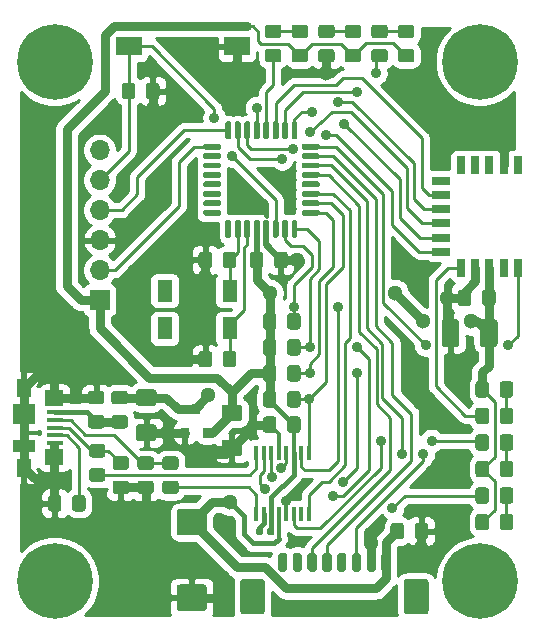
<source format=gbr>
%TF.GenerationSoftware,KiCad,Pcbnew,5.1.6-1.fc32*%
%TF.CreationDate,2020-08-22T09:30:13+02:00*%
%TF.ProjectId,pm_monitor_1,706d5f6d-6f6e-4697-946f-725f312e6b69,rev?*%
%TF.SameCoordinates,Original*%
%TF.FileFunction,Copper,L1,Top*%
%TF.FilePolarity,Positive*%
%FSLAX46Y46*%
G04 Gerber Fmt 4.6, Leading zero omitted, Abs format (unit mm)*
G04 Created by KiCad (PCBNEW 5.1.6-1.fc32) date 2020-08-22 09:30:13*
%MOMM*%
%LPD*%
G01*
G04 APERTURE LIST*
%TA.AperFunction,SMDPad,CuDef*%
%ADD10R,0.400000X1.200000*%
%TD*%
%TA.AperFunction,ComponentPad*%
%ADD11C,6.400000*%
%TD*%
%TA.AperFunction,SMDPad,CuDef*%
%ADD12R,1.300000X1.900000*%
%TD*%
%TA.AperFunction,SMDPad,CuDef*%
%ADD13R,2.180000X1.600000*%
%TD*%
%TA.AperFunction,SMDPad,CuDef*%
%ADD14R,1.900000X1.000000*%
%TD*%
%TA.AperFunction,SMDPad,CuDef*%
%ADD15R,1.900000X1.800000*%
%TD*%
%TA.AperFunction,SMDPad,CuDef*%
%ADD16R,1.300000X1.650000*%
%TD*%
%TA.AperFunction,SMDPad,CuDef*%
%ADD17R,1.550000X1.425000*%
%TD*%
%TA.AperFunction,SMDPad,CuDef*%
%ADD18R,1.380000X0.450000*%
%TD*%
%TA.AperFunction,ComponentPad*%
%ADD19O,1.700000X1.700000*%
%TD*%
%TA.AperFunction,ComponentPad*%
%ADD20R,1.700000X1.700000*%
%TD*%
%TA.AperFunction,SMDPad,CuDef*%
%ADD21R,0.800000X0.900000*%
%TD*%
%TA.AperFunction,SMDPad,CuDef*%
%ADD22R,1.500000X0.700000*%
%TD*%
%TA.AperFunction,SMDPad,CuDef*%
%ADD23R,0.700000X1.500000*%
%TD*%
%TA.AperFunction,ViaPad*%
%ADD24C,1.300000*%
%TD*%
%TA.AperFunction,ViaPad*%
%ADD25C,0.900000*%
%TD*%
%TA.AperFunction,Conductor*%
%ADD26C,0.800000*%
%TD*%
%TA.AperFunction,Conductor*%
%ADD27C,0.500000*%
%TD*%
%TA.AperFunction,Conductor*%
%ADD28C,0.350000*%
%TD*%
%TA.AperFunction,Conductor*%
%ADD29C,0.256000*%
%TD*%
%TA.AperFunction,Conductor*%
%ADD30C,0.400000*%
%TD*%
%TA.AperFunction,Conductor*%
%ADD31C,0.254000*%
%TD*%
G04 APERTURE END LIST*
%TO.P,R8,2*%
%TO.N,Net-(D6-Pad2)*%
%TA.AperFunction,SMDPad,CuDef*%
G36*
G01*
X84200001Y-52025000D02*
X83299999Y-52025000D01*
G75*
G02*
X83050000Y-51775001I0J249999D01*
G01*
X83050000Y-51124999D01*
G75*
G02*
X83299999Y-50875000I249999J0D01*
G01*
X84200001Y-50875000D01*
G75*
G02*
X84450000Y-51124999I0J-249999D01*
G01*
X84450000Y-51775001D01*
G75*
G02*
X84200001Y-52025000I-249999J0D01*
G01*
G37*
%TD.AperFunction*%
%TO.P,R8,1*%
%TO.N,+3V3*%
%TA.AperFunction,SMDPad,CuDef*%
G36*
G01*
X84200001Y-54075000D02*
X83299999Y-54075000D01*
G75*
G02*
X83050000Y-53825001I0J249999D01*
G01*
X83050000Y-53174999D01*
G75*
G02*
X83299999Y-52925000I249999J0D01*
G01*
X84200001Y-52925000D01*
G75*
G02*
X84450000Y-53174999I0J-249999D01*
G01*
X84450000Y-53825001D01*
G75*
G02*
X84200001Y-54075000I-249999J0D01*
G01*
G37*
%TD.AperFunction*%
%TD*%
%TO.P,D6,2*%
%TO.N,Net-(D6-Pad2)*%
%TA.AperFunction,SMDPad,CuDef*%
G36*
G01*
X81950001Y-52025000D02*
X81049999Y-52025000D01*
G75*
G02*
X80800000Y-51775001I0J249999D01*
G01*
X80800000Y-51124999D01*
G75*
G02*
X81049999Y-50875000I249999J0D01*
G01*
X81950001Y-50875000D01*
G75*
G02*
X82200000Y-51124999I0J-249999D01*
G01*
X82200000Y-51775001D01*
G75*
G02*
X81950001Y-52025000I-249999J0D01*
G01*
G37*
%TD.AperFunction*%
%TO.P,D6,1*%
%TO.N,Net-(D6-Pad1)*%
%TA.AperFunction,SMDPad,CuDef*%
G36*
G01*
X81950001Y-54075000D02*
X81049999Y-54075000D01*
G75*
G02*
X80800000Y-53825001I0J249999D01*
G01*
X80800000Y-53174999D01*
G75*
G02*
X81049999Y-52925000I249999J0D01*
G01*
X81950001Y-52925000D01*
G75*
G02*
X82200000Y-53174999I0J-249999D01*
G01*
X82200000Y-53825001D01*
G75*
G02*
X81950001Y-54075000I-249999J0D01*
G01*
G37*
%TD.AperFunction*%
%TD*%
%TO.P,R2,2*%
%TO.N,+3V3*%
%TA.AperFunction,SMDPad,CuDef*%
G36*
G01*
X72005000Y-93972500D02*
X72005000Y-93627500D01*
G75*
G02*
X72152500Y-93480000I147500J0D01*
G01*
X72447500Y-93480000D01*
G75*
G02*
X72595000Y-93627500I0J-147500D01*
G01*
X72595000Y-93972500D01*
G75*
G02*
X72447500Y-94120000I-147500J0D01*
G01*
X72152500Y-94120000D01*
G75*
G02*
X72005000Y-93972500I0J147500D01*
G01*
G37*
%TD.AperFunction*%
%TO.P,R2,1*%
%TO.N,Net-(R2-Pad1)*%
%TA.AperFunction,SMDPad,CuDef*%
G36*
G01*
X71035000Y-93972500D02*
X71035000Y-93627500D01*
G75*
G02*
X71182500Y-93480000I147500J0D01*
G01*
X71477500Y-93480000D01*
G75*
G02*
X71625000Y-93627500I0J-147500D01*
G01*
X71625000Y-93972500D01*
G75*
G02*
X71477500Y-94120000I-147500J0D01*
G01*
X71182500Y-94120000D01*
G75*
G02*
X71035000Y-93972500I0J147500D01*
G01*
G37*
%TD.AperFunction*%
%TD*%
%TO.P,C14,2*%
%TO.N,+5V*%
%TA.AperFunction,SMDPad,CuDef*%
G36*
G01*
X83575000Y-93299999D02*
X83575000Y-94200001D01*
G75*
G02*
X83325001Y-94450000I-249999J0D01*
G01*
X82674999Y-94450000D01*
G75*
G02*
X82425000Y-94200001I0J249999D01*
G01*
X82425000Y-93299999D01*
G75*
G02*
X82674999Y-93050000I249999J0D01*
G01*
X83325001Y-93050000D01*
G75*
G02*
X83575000Y-93299999I0J-249999D01*
G01*
G37*
%TD.AperFunction*%
%TO.P,C14,1*%
%TO.N,GND*%
%TA.AperFunction,SMDPad,CuDef*%
G36*
G01*
X85625000Y-93299999D02*
X85625000Y-94200001D01*
G75*
G02*
X85375001Y-94450000I-249999J0D01*
G01*
X84724999Y-94450000D01*
G75*
G02*
X84475000Y-94200001I0J249999D01*
G01*
X84475000Y-93299999D01*
G75*
G02*
X84724999Y-93050000I249999J0D01*
G01*
X85375001Y-93050000D01*
G75*
G02*
X85625000Y-93299999I0J-249999D01*
G01*
G37*
%TD.AperFunction*%
%TD*%
%TO.P,C13,2*%
%TO.N,GND*%
%TA.AperFunction,SMDPad,CuDef*%
G36*
G01*
X64574999Y-98275000D02*
X66625001Y-98275000D01*
G75*
G02*
X66875000Y-98524999I0J-249999D01*
G01*
X66875000Y-100275001D01*
G75*
G02*
X66625001Y-100525000I-249999J0D01*
G01*
X64574999Y-100525000D01*
G75*
G02*
X64325000Y-100275001I0J249999D01*
G01*
X64325000Y-98524999D01*
G75*
G02*
X64574999Y-98275000I249999J0D01*
G01*
G37*
%TD.AperFunction*%
%TO.P,C13,1*%
%TO.N,+5V*%
%TA.AperFunction,SMDPad,CuDef*%
G36*
G01*
X64574999Y-91875000D02*
X66625001Y-91875000D01*
G75*
G02*
X66875000Y-92124999I0J-249999D01*
G01*
X66875000Y-93875001D01*
G75*
G02*
X66625001Y-94125000I-249999J0D01*
G01*
X64574999Y-94125000D01*
G75*
G02*
X64325000Y-93875001I0J249999D01*
G01*
X64325000Y-92124999D01*
G75*
G02*
X64574999Y-91875000I249999J0D01*
G01*
G37*
%TD.AperFunction*%
%TD*%
D10*
%TO.P,U4,16*%
%TO.N,/USB_PWREN#*%
X75525000Y-92300000D03*
%TO.P,U4,15*%
%TO.N,Net-(U4-Pad15)*%
X74890000Y-92300000D03*
%TO.P,U4,14*%
%TO.N,Net-(D4-Pad1)*%
X74255000Y-92300000D03*
%TO.P,U4,13*%
%TO.N,GND*%
X73620000Y-92300000D03*
%TO.P,U4,12*%
%TO.N,+5V*%
X72985000Y-92300000D03*
%TO.P,U4,11*%
%TO.N,+3V3*%
X72350000Y-92300000D03*
%TO.P,U4,10*%
%TO.N,Net-(R2-Pad1)*%
X71715000Y-92300000D03*
%TO.P,U4,9*%
%TO.N,/USBDM*%
X71080000Y-92300000D03*
%TO.P,U4,8*%
%TO.N,/USBDP*%
X71080000Y-87100000D03*
%TO.P,U4,7*%
%TO.N,Net-(D5-Pad1)*%
X71715000Y-87100000D03*
%TO.P,U4,6*%
%TO.N,/FTH_RTS#*%
X72350000Y-87100000D03*
%TO.P,U4,5*%
%TO.N,GND*%
X72985000Y-87100000D03*
%TO.P,U4,4*%
%TO.N,/FTH_TXD*%
X73620000Y-87100000D03*
%TO.P,U4,3*%
%TO.N,+3V3*%
X74255000Y-87100000D03*
%TO.P,U4,2*%
%TO.N,/FTH_CTS#*%
X74890000Y-87100000D03*
%TO.P,U4,1*%
%TO.N,/FTH_RXD*%
X75525000Y-87100000D03*
%TD*%
%TO.P,R14,2*%
%TO.N,Net-(D5-Pad2)*%
%TA.AperFunction,SMDPad,CuDef*%
G36*
G01*
X91675000Y-93450001D02*
X91675000Y-92549999D01*
G75*
G02*
X91924999Y-92300000I249999J0D01*
G01*
X92575001Y-92300000D01*
G75*
G02*
X92825000Y-92549999I0J-249999D01*
G01*
X92825000Y-93450001D01*
G75*
G02*
X92575001Y-93700000I-249999J0D01*
G01*
X91924999Y-93700000D01*
G75*
G02*
X91675000Y-93450001I0J249999D01*
G01*
G37*
%TD.AperFunction*%
%TO.P,R14,1*%
%TO.N,+3V3*%
%TA.AperFunction,SMDPad,CuDef*%
G36*
G01*
X89625000Y-93450001D02*
X89625000Y-92549999D01*
G75*
G02*
X89874999Y-92300000I249999J0D01*
G01*
X90525001Y-92300000D01*
G75*
G02*
X90775000Y-92549999I0J-249999D01*
G01*
X90775000Y-93450001D01*
G75*
G02*
X90525001Y-93700000I-249999J0D01*
G01*
X89874999Y-93700000D01*
G75*
G02*
X89625000Y-93450001I0J249999D01*
G01*
G37*
%TD.AperFunction*%
%TD*%
%TO.P,R13,2*%
%TO.N,Net-(D4-Pad2)*%
%TA.AperFunction,SMDPad,CuDef*%
G36*
G01*
X91675000Y-88950001D02*
X91675000Y-88049999D01*
G75*
G02*
X91924999Y-87800000I249999J0D01*
G01*
X92575001Y-87800000D01*
G75*
G02*
X92825000Y-88049999I0J-249999D01*
G01*
X92825000Y-88950001D01*
G75*
G02*
X92575001Y-89200000I-249999J0D01*
G01*
X91924999Y-89200000D01*
G75*
G02*
X91675000Y-88950001I0J249999D01*
G01*
G37*
%TD.AperFunction*%
%TO.P,R13,1*%
%TO.N,+3V3*%
%TA.AperFunction,SMDPad,CuDef*%
G36*
G01*
X89625000Y-88950001D02*
X89625000Y-88049999D01*
G75*
G02*
X89874999Y-87800000I249999J0D01*
G01*
X90525001Y-87800000D01*
G75*
G02*
X90775000Y-88049999I0J-249999D01*
G01*
X90775000Y-88950001D01*
G75*
G02*
X90525001Y-89200000I-249999J0D01*
G01*
X89874999Y-89200000D01*
G75*
G02*
X89625000Y-88950001I0J249999D01*
G01*
G37*
%TD.AperFunction*%
%TD*%
%TO.P,R12,2*%
%TO.N,/FTH_RTS#*%
%TA.AperFunction,SMDPad,CuDef*%
G36*
G01*
X73675000Y-78650001D02*
X73675000Y-77749999D01*
G75*
G02*
X73924999Y-77500000I249999J0D01*
G01*
X74575001Y-77500000D01*
G75*
G02*
X74825000Y-77749999I0J-249999D01*
G01*
X74825000Y-78650001D01*
G75*
G02*
X74575001Y-78900000I-249999J0D01*
G01*
X73924999Y-78900000D01*
G75*
G02*
X73675000Y-78650001I0J249999D01*
G01*
G37*
%TD.AperFunction*%
%TO.P,R12,1*%
%TO.N,+3V3*%
%TA.AperFunction,SMDPad,CuDef*%
G36*
G01*
X71625000Y-78650001D02*
X71625000Y-77749999D01*
G75*
G02*
X71874999Y-77500000I249999J0D01*
G01*
X72525001Y-77500000D01*
G75*
G02*
X72775000Y-77749999I0J-249999D01*
G01*
X72775000Y-78650001D01*
G75*
G02*
X72525001Y-78900000I-249999J0D01*
G01*
X71874999Y-78900000D01*
G75*
G02*
X71625000Y-78650001I0J249999D01*
G01*
G37*
%TD.AperFunction*%
%TD*%
%TO.P,R11,2*%
%TO.N,/FTH_CTS#*%
%TA.AperFunction,SMDPad,CuDef*%
G36*
G01*
X73675000Y-76450001D02*
X73675000Y-75549999D01*
G75*
G02*
X73924999Y-75300000I249999J0D01*
G01*
X74575001Y-75300000D01*
G75*
G02*
X74825000Y-75549999I0J-249999D01*
G01*
X74825000Y-76450001D01*
G75*
G02*
X74575001Y-76700000I-249999J0D01*
G01*
X73924999Y-76700000D01*
G75*
G02*
X73675000Y-76450001I0J249999D01*
G01*
G37*
%TD.AperFunction*%
%TO.P,R11,1*%
%TO.N,+3V3*%
%TA.AperFunction,SMDPad,CuDef*%
G36*
G01*
X71625000Y-76450001D02*
X71625000Y-75549999D01*
G75*
G02*
X71874999Y-75300000I249999J0D01*
G01*
X72525001Y-75300000D01*
G75*
G02*
X72775000Y-75549999I0J-249999D01*
G01*
X72775000Y-76450001D01*
G75*
G02*
X72525001Y-76700000I-249999J0D01*
G01*
X71874999Y-76700000D01*
G75*
G02*
X71625000Y-76450001I0J249999D01*
G01*
G37*
%TD.AperFunction*%
%TD*%
%TO.P,R10,2*%
%TO.N,/FTH_TXD*%
%TA.AperFunction,SMDPad,CuDef*%
G36*
G01*
X73675000Y-80850001D02*
X73675000Y-79949999D01*
G75*
G02*
X73924999Y-79700000I249999J0D01*
G01*
X74575001Y-79700000D01*
G75*
G02*
X74825000Y-79949999I0J-249999D01*
G01*
X74825000Y-80850001D01*
G75*
G02*
X74575001Y-81100000I-249999J0D01*
G01*
X73924999Y-81100000D01*
G75*
G02*
X73675000Y-80850001I0J249999D01*
G01*
G37*
%TD.AperFunction*%
%TO.P,R10,1*%
%TO.N,+3V3*%
%TA.AperFunction,SMDPad,CuDef*%
G36*
G01*
X71625000Y-80850001D02*
X71625000Y-79949999D01*
G75*
G02*
X71874999Y-79700000I249999J0D01*
G01*
X72525001Y-79700000D01*
G75*
G02*
X72775000Y-79949999I0J-249999D01*
G01*
X72775000Y-80850001D01*
G75*
G02*
X72525001Y-81100000I-249999J0D01*
G01*
X71874999Y-81100000D01*
G75*
G02*
X71625000Y-80850001I0J249999D01*
G01*
G37*
%TD.AperFunction*%
%TD*%
%TO.P,R9,2*%
%TO.N,/FTH_RXD*%
%TA.AperFunction,SMDPad,CuDef*%
G36*
G01*
X73675000Y-83050001D02*
X73675000Y-82149999D01*
G75*
G02*
X73924999Y-81900000I249999J0D01*
G01*
X74575001Y-81900000D01*
G75*
G02*
X74825000Y-82149999I0J-249999D01*
G01*
X74825000Y-83050001D01*
G75*
G02*
X74575001Y-83300000I-249999J0D01*
G01*
X73924999Y-83300000D01*
G75*
G02*
X73675000Y-83050001I0J249999D01*
G01*
G37*
%TD.AperFunction*%
%TO.P,R9,1*%
%TO.N,+3V3*%
%TA.AperFunction,SMDPad,CuDef*%
G36*
G01*
X71625000Y-83050001D02*
X71625000Y-82149999D01*
G75*
G02*
X71874999Y-81900000I249999J0D01*
G01*
X72525001Y-81900000D01*
G75*
G02*
X72775000Y-82149999I0J-249999D01*
G01*
X72775000Y-83050001D01*
G75*
G02*
X72525001Y-83300000I-249999J0D01*
G01*
X71874999Y-83300000D01*
G75*
G02*
X71625000Y-83050001I0J249999D01*
G01*
G37*
%TD.AperFunction*%
%TD*%
%TO.P,D5,2*%
%TO.N,Net-(D5-Pad2)*%
%TA.AperFunction,SMDPad,CuDef*%
G36*
G01*
X91675000Y-91200001D02*
X91675000Y-90299999D01*
G75*
G02*
X91924999Y-90050000I249999J0D01*
G01*
X92575001Y-90050000D01*
G75*
G02*
X92825000Y-90299999I0J-249999D01*
G01*
X92825000Y-91200001D01*
G75*
G02*
X92575001Y-91450000I-249999J0D01*
G01*
X91924999Y-91450000D01*
G75*
G02*
X91675000Y-91200001I0J249999D01*
G01*
G37*
%TD.AperFunction*%
%TO.P,D5,1*%
%TO.N,Net-(D5-Pad1)*%
%TA.AperFunction,SMDPad,CuDef*%
G36*
G01*
X89625000Y-91200001D02*
X89625000Y-90299999D01*
G75*
G02*
X89874999Y-90050000I249999J0D01*
G01*
X90525001Y-90050000D01*
G75*
G02*
X90775000Y-90299999I0J-249999D01*
G01*
X90775000Y-91200001D01*
G75*
G02*
X90525001Y-91450000I-249999J0D01*
G01*
X89874999Y-91450000D01*
G75*
G02*
X89625000Y-91200001I0J249999D01*
G01*
G37*
%TD.AperFunction*%
%TD*%
%TO.P,D4,2*%
%TO.N,Net-(D4-Pad2)*%
%TA.AperFunction,SMDPad,CuDef*%
G36*
G01*
X91675000Y-86700001D02*
X91675000Y-85799999D01*
G75*
G02*
X91924999Y-85550000I249999J0D01*
G01*
X92575001Y-85550000D01*
G75*
G02*
X92825000Y-85799999I0J-249999D01*
G01*
X92825000Y-86700001D01*
G75*
G02*
X92575001Y-86950000I-249999J0D01*
G01*
X91924999Y-86950000D01*
G75*
G02*
X91675000Y-86700001I0J249999D01*
G01*
G37*
%TD.AperFunction*%
%TO.P,D4,1*%
%TO.N,Net-(D4-Pad1)*%
%TA.AperFunction,SMDPad,CuDef*%
G36*
G01*
X89625000Y-86700001D02*
X89625000Y-85799999D01*
G75*
G02*
X89874999Y-85550000I249999J0D01*
G01*
X90525001Y-85550000D01*
G75*
G02*
X90775000Y-85799999I0J-249999D01*
G01*
X90775000Y-86700001D01*
G75*
G02*
X90525001Y-86950000I-249999J0D01*
G01*
X89874999Y-86950000D01*
G75*
G02*
X89625000Y-86700001I0J249999D01*
G01*
G37*
%TD.AperFunction*%
%TD*%
%TO.P,C12,2*%
%TO.N,GND*%
%TA.AperFunction,SMDPad,CuDef*%
G36*
G01*
X72775000Y-84299999D02*
X72775000Y-85200001D01*
G75*
G02*
X72525001Y-85450000I-249999J0D01*
G01*
X71874999Y-85450000D01*
G75*
G02*
X71625000Y-85200001I0J249999D01*
G01*
X71625000Y-84299999D01*
G75*
G02*
X71874999Y-84050000I249999J0D01*
G01*
X72525001Y-84050000D01*
G75*
G02*
X72775000Y-84299999I0J-249999D01*
G01*
G37*
%TD.AperFunction*%
%TO.P,C12,1*%
%TO.N,+3V3*%
%TA.AperFunction,SMDPad,CuDef*%
G36*
G01*
X74825000Y-84299999D02*
X74825000Y-85200001D01*
G75*
G02*
X74575001Y-85450000I-249999J0D01*
G01*
X73924999Y-85450000D01*
G75*
G02*
X73675000Y-85200001I0J249999D01*
G01*
X73675000Y-84299999D01*
G75*
G02*
X73924999Y-84050000I249999J0D01*
G01*
X74575001Y-84050000D01*
G75*
G02*
X74825000Y-84299999I0J-249999D01*
G01*
G37*
%TD.AperFunction*%
%TD*%
%TO.P,C11,2*%
%TO.N,GND*%
%TA.AperFunction,SMDPad,CuDef*%
G36*
G01*
X59149999Y-89475000D02*
X60050001Y-89475000D01*
G75*
G02*
X60300000Y-89724999I0J-249999D01*
G01*
X60300000Y-90375001D01*
G75*
G02*
X60050001Y-90625000I-249999J0D01*
G01*
X59149999Y-90625000D01*
G75*
G02*
X58900000Y-90375001I0J249999D01*
G01*
X58900000Y-89724999D01*
G75*
G02*
X59149999Y-89475000I249999J0D01*
G01*
G37*
%TD.AperFunction*%
%TO.P,C11,1*%
%TO.N,/USB_P*%
%TA.AperFunction,SMDPad,CuDef*%
G36*
G01*
X59149999Y-87425000D02*
X60050001Y-87425000D01*
G75*
G02*
X60300000Y-87674999I0J-249999D01*
G01*
X60300000Y-88325001D01*
G75*
G02*
X60050001Y-88575000I-249999J0D01*
G01*
X59149999Y-88575000D01*
G75*
G02*
X58900000Y-88325001I0J249999D01*
G01*
X58900000Y-87674999D01*
G75*
G02*
X59149999Y-87425000I249999J0D01*
G01*
G37*
%TD.AperFunction*%
%TD*%
%TO.P,C10,2*%
%TO.N,GND*%
%TA.AperFunction,SMDPad,CuDef*%
G36*
G01*
X61249999Y-89475000D02*
X62150001Y-89475000D01*
G75*
G02*
X62400000Y-89724999I0J-249999D01*
G01*
X62400000Y-90375001D01*
G75*
G02*
X62150001Y-90625000I-249999J0D01*
G01*
X61249999Y-90625000D01*
G75*
G02*
X61000000Y-90375001I0J249999D01*
G01*
X61000000Y-89724999D01*
G75*
G02*
X61249999Y-89475000I249999J0D01*
G01*
G37*
%TD.AperFunction*%
%TO.P,C10,1*%
%TO.N,/USB_N*%
%TA.AperFunction,SMDPad,CuDef*%
G36*
G01*
X61249999Y-87425000D02*
X62150001Y-87425000D01*
G75*
G02*
X62400000Y-87674999I0J-249999D01*
G01*
X62400000Y-88325001D01*
G75*
G02*
X62150001Y-88575000I-249999J0D01*
G01*
X61249999Y-88575000D01*
G75*
G02*
X61000000Y-88325001I0J249999D01*
G01*
X61000000Y-87674999D01*
G75*
G02*
X61249999Y-87425000I249999J0D01*
G01*
G37*
%TD.AperFunction*%
%TD*%
%TO.P,C9,2*%
%TO.N,GND*%
%TA.AperFunction,SMDPad,CuDef*%
G36*
G01*
X57950001Y-83025000D02*
X57049999Y-83025000D01*
G75*
G02*
X56800000Y-82775001I0J249999D01*
G01*
X56800000Y-82124999D01*
G75*
G02*
X57049999Y-81875000I249999J0D01*
G01*
X57950001Y-81875000D01*
G75*
G02*
X58200000Y-82124999I0J-249999D01*
G01*
X58200000Y-82775001D01*
G75*
G02*
X57950001Y-83025000I-249999J0D01*
G01*
G37*
%TD.AperFunction*%
%TO.P,C9,1*%
%TO.N,Net-(C9-Pad1)*%
%TA.AperFunction,SMDPad,CuDef*%
G36*
G01*
X57950001Y-85075000D02*
X57049999Y-85075000D01*
G75*
G02*
X56800000Y-84825001I0J249999D01*
G01*
X56800000Y-84174999D01*
G75*
G02*
X57049999Y-83925000I249999J0D01*
G01*
X57950001Y-83925000D01*
G75*
G02*
X58200000Y-84174999I0J-249999D01*
G01*
X58200000Y-84825001D01*
G75*
G02*
X57950001Y-85075000I-249999J0D01*
G01*
G37*
%TD.AperFunction*%
%TD*%
%TO.P,C8,2*%
%TO.N,GND*%
%TA.AperFunction,SMDPad,CuDef*%
G36*
G01*
X67325000Y-70349999D02*
X67325000Y-71250001D01*
G75*
G02*
X67075001Y-71500000I-249999J0D01*
G01*
X66424999Y-71500000D01*
G75*
G02*
X66175000Y-71250001I0J249999D01*
G01*
X66175000Y-70349999D01*
G75*
G02*
X66424999Y-70100000I249999J0D01*
G01*
X67075001Y-70100000D01*
G75*
G02*
X67325000Y-70349999I0J-249999D01*
G01*
G37*
%TD.AperFunction*%
%TO.P,C8,1*%
%TO.N,Net-(C8-Pad1)*%
%TA.AperFunction,SMDPad,CuDef*%
G36*
G01*
X69375000Y-70349999D02*
X69375000Y-71250001D01*
G75*
G02*
X69125001Y-71500000I-249999J0D01*
G01*
X68474999Y-71500000D01*
G75*
G02*
X68225000Y-71250001I0J249999D01*
G01*
X68225000Y-70349999D01*
G75*
G02*
X68474999Y-70100000I249999J0D01*
G01*
X69125001Y-70100000D01*
G75*
G02*
X69375000Y-70349999I0J-249999D01*
G01*
G37*
%TD.AperFunction*%
%TD*%
%TO.P,C7,2*%
%TO.N,GND*%
%TA.AperFunction,SMDPad,CuDef*%
G36*
G01*
X67325000Y-78749999D02*
X67325000Y-79650001D01*
G75*
G02*
X67075001Y-79900000I-249999J0D01*
G01*
X66424999Y-79900000D01*
G75*
G02*
X66175000Y-79650001I0J249999D01*
G01*
X66175000Y-78749999D01*
G75*
G02*
X66424999Y-78500000I249999J0D01*
G01*
X67075001Y-78500000D01*
G75*
G02*
X67325000Y-78749999I0J-249999D01*
G01*
G37*
%TD.AperFunction*%
%TO.P,C7,1*%
%TO.N,Net-(C7-Pad1)*%
%TA.AperFunction,SMDPad,CuDef*%
G36*
G01*
X69375000Y-78749999D02*
X69375000Y-79650001D01*
G75*
G02*
X69125001Y-79900000I-249999J0D01*
G01*
X68474999Y-79900000D01*
G75*
G02*
X68225000Y-79650001I0J249999D01*
G01*
X68225000Y-78749999D01*
G75*
G02*
X68474999Y-78500000I249999J0D01*
G01*
X69125001Y-78500000D01*
G75*
G02*
X69375000Y-78749999I0J-249999D01*
G01*
G37*
%TD.AperFunction*%
%TD*%
%TO.P,C5,2*%
%TO.N,GND*%
%TA.AperFunction,SMDPad,CuDef*%
G36*
G01*
X88250000Y-76075000D02*
X88250000Y-77925000D01*
G75*
G02*
X88000000Y-78175000I-250000J0D01*
G01*
X87000000Y-78175000D01*
G75*
G02*
X86750000Y-77925000I0J250000D01*
G01*
X86750000Y-76075000D01*
G75*
G02*
X87000000Y-75825000I250000J0D01*
G01*
X88000000Y-75825000D01*
G75*
G02*
X88250000Y-76075000I0J-250000D01*
G01*
G37*
%TD.AperFunction*%
%TO.P,C5,1*%
%TO.N,+3V3*%
%TA.AperFunction,SMDPad,CuDef*%
G36*
G01*
X91500000Y-76075000D02*
X91500000Y-77925000D01*
G75*
G02*
X91250000Y-78175000I-250000J0D01*
G01*
X90250000Y-78175000D01*
G75*
G02*
X90000000Y-77925000I0J250000D01*
G01*
X90000000Y-76075000D01*
G75*
G02*
X90250000Y-75825000I250000J0D01*
G01*
X91250000Y-75825000D01*
G75*
G02*
X91500000Y-76075000I0J-250000D01*
G01*
G37*
%TD.AperFunction*%
%TD*%
%TO.P,C4,2*%
%TO.N,GND*%
%TA.AperFunction,SMDPad,CuDef*%
G36*
G01*
X89275000Y-73549999D02*
X89275000Y-74450001D01*
G75*
G02*
X89025001Y-74700000I-249999J0D01*
G01*
X88374999Y-74700000D01*
G75*
G02*
X88125000Y-74450001I0J249999D01*
G01*
X88125000Y-73549999D01*
G75*
G02*
X88374999Y-73300000I249999J0D01*
G01*
X89025001Y-73300000D01*
G75*
G02*
X89275000Y-73549999I0J-249999D01*
G01*
G37*
%TD.AperFunction*%
%TO.P,C4,1*%
%TO.N,+3V3*%
%TA.AperFunction,SMDPad,CuDef*%
G36*
G01*
X91325000Y-73549999D02*
X91325000Y-74450001D01*
G75*
G02*
X91075001Y-74700000I-249999J0D01*
G01*
X90424999Y-74700000D01*
G75*
G02*
X90175000Y-74450001I0J249999D01*
G01*
X90175000Y-73549999D01*
G75*
G02*
X90424999Y-73300000I249999J0D01*
G01*
X91075001Y-73300000D01*
G75*
G02*
X91325000Y-73549999I0J-249999D01*
G01*
G37*
%TD.AperFunction*%
%TD*%
D11*
%TO.P,H4,1*%
%TO.N,N/C*%
X90000000Y-98000000D03*
%TD*%
%TO.P,H3,1*%
%TO.N,N/C*%
X90000000Y-54000000D03*
%TD*%
%TO.P,H2,1*%
%TO.N,N/C*%
X54000000Y-98000000D03*
%TD*%
%TO.P,H1,1*%
%TO.N,N/C*%
X54000000Y-54000000D03*
%TD*%
D12*
%TO.P,Y1,4*%
%TO.N,Net-(C7-Pad1)*%
X68800000Y-76600000D03*
%TO.P,Y1,3*%
%TO.N,Net-(Y1-Pad3)*%
X63300000Y-76600000D03*
%TO.P,Y1,2*%
%TO.N,Net-(Y1-Pad2)*%
X63300000Y-73400000D03*
%TO.P,Y1,1*%
%TO.N,Net-(C8-Pad1)*%
X68800000Y-73400000D03*
%TD*%
D13*
%TO.P,SW1,2*%
%TO.N,GND*%
X69430000Y-52700000D03*
%TO.P,SW1,1*%
%TO.N,/NRST*%
X60250000Y-52700000D03*
%TD*%
%TO.P,R7,2*%
%TO.N,Net-(D2-Pad2)*%
%TA.AperFunction,SMDPad,CuDef*%
G36*
G01*
X75200001Y-52025000D02*
X74299999Y-52025000D01*
G75*
G02*
X74050000Y-51775001I0J249999D01*
G01*
X74050000Y-51124999D01*
G75*
G02*
X74299999Y-50875000I249999J0D01*
G01*
X75200001Y-50875000D01*
G75*
G02*
X75450000Y-51124999I0J-249999D01*
G01*
X75450000Y-51775001D01*
G75*
G02*
X75200001Y-52025000I-249999J0D01*
G01*
G37*
%TD.AperFunction*%
%TO.P,R7,1*%
%TO.N,+3V3*%
%TA.AperFunction,SMDPad,CuDef*%
G36*
G01*
X75200001Y-54075000D02*
X74299999Y-54075000D01*
G75*
G02*
X74050000Y-53825001I0J249999D01*
G01*
X74050000Y-53174999D01*
G75*
G02*
X74299999Y-52925000I249999J0D01*
G01*
X75200001Y-52925000D01*
G75*
G02*
X75450000Y-53174999I0J-249999D01*
G01*
X75450000Y-53825001D01*
G75*
G02*
X75200001Y-54075000I-249999J0D01*
G01*
G37*
%TD.AperFunction*%
%TD*%
%TO.P,J2,MP*%
%TO.N,N/C*%
%TA.AperFunction,SMDPad,CuDef*%
G36*
G01*
X83550000Y-100550000D02*
X83550000Y-98050000D01*
G75*
G02*
X83800000Y-97800000I250000J0D01*
G01*
X85400000Y-97800000D01*
G75*
G02*
X85650000Y-98050000I0J-250000D01*
G01*
X85650000Y-100550000D01*
G75*
G02*
X85400000Y-100800000I-250000J0D01*
G01*
X83800000Y-100800000D01*
G75*
G02*
X83550000Y-100550000I0J250000D01*
G01*
G37*
%TD.AperFunction*%
%TA.AperFunction,SMDPad,CuDef*%
G36*
G01*
X69700000Y-100550000D02*
X69700000Y-98050000D01*
G75*
G02*
X69950000Y-97800000I250000J0D01*
G01*
X71550000Y-97800000D01*
G75*
G02*
X71800000Y-98050000I0J-250000D01*
G01*
X71800000Y-100550000D01*
G75*
G02*
X71550000Y-100800000I-250000J0D01*
G01*
X69950000Y-100800000D01*
G75*
G02*
X69700000Y-100550000I0J250000D01*
G01*
G37*
%TD.AperFunction*%
%TO.P,J2,8*%
%TO.N,+5V*%
%TA.AperFunction,SMDPad,CuDef*%
G36*
G01*
X81650000Y-97000000D02*
X81650000Y-95800000D01*
G75*
G02*
X81850000Y-95600000I200000J0D01*
G01*
X82250000Y-95600000D01*
G75*
G02*
X82450000Y-95800000I0J-200000D01*
G01*
X82450000Y-97000000D01*
G75*
G02*
X82250000Y-97200000I-200000J0D01*
G01*
X81850000Y-97200000D01*
G75*
G02*
X81650000Y-97000000I0J200000D01*
G01*
G37*
%TD.AperFunction*%
%TO.P,J2,7*%
%TO.N,GND*%
%TA.AperFunction,SMDPad,CuDef*%
G36*
G01*
X80400000Y-97000000D02*
X80400000Y-95800000D01*
G75*
G02*
X80600000Y-95600000I200000J0D01*
G01*
X81000000Y-95600000D01*
G75*
G02*
X81200000Y-95800000I0J-200000D01*
G01*
X81200000Y-97000000D01*
G75*
G02*
X81000000Y-97200000I-200000J0D01*
G01*
X80600000Y-97200000D01*
G75*
G02*
X80400000Y-97000000I0J200000D01*
G01*
G37*
%TD.AperFunction*%
%TO.P,J2,6*%
%TO.N,/SENSOR_SET*%
%TA.AperFunction,SMDPad,CuDef*%
G36*
G01*
X79150000Y-97000000D02*
X79150000Y-95800000D01*
G75*
G02*
X79350000Y-95600000I200000J0D01*
G01*
X79750000Y-95600000D01*
G75*
G02*
X79950000Y-95800000I0J-200000D01*
G01*
X79950000Y-97000000D01*
G75*
G02*
X79750000Y-97200000I-200000J0D01*
G01*
X79350000Y-97200000D01*
G75*
G02*
X79150000Y-97000000I0J200000D01*
G01*
G37*
%TD.AperFunction*%
%TO.P,J2,5*%
%TO.N,/SENSOR_RXD*%
%TA.AperFunction,SMDPad,CuDef*%
G36*
G01*
X77900000Y-97000000D02*
X77900000Y-95800000D01*
G75*
G02*
X78100000Y-95600000I200000J0D01*
G01*
X78500000Y-95600000D01*
G75*
G02*
X78700000Y-95800000I0J-200000D01*
G01*
X78700000Y-97000000D01*
G75*
G02*
X78500000Y-97200000I-200000J0D01*
G01*
X78100000Y-97200000D01*
G75*
G02*
X77900000Y-97000000I0J200000D01*
G01*
G37*
%TD.AperFunction*%
%TO.P,J2,4*%
%TO.N,/SENSOR_TXD*%
%TA.AperFunction,SMDPad,CuDef*%
G36*
G01*
X76650000Y-97000000D02*
X76650000Y-95800000D01*
G75*
G02*
X76850000Y-95600000I200000J0D01*
G01*
X77250000Y-95600000D01*
G75*
G02*
X77450000Y-95800000I0J-200000D01*
G01*
X77450000Y-97000000D01*
G75*
G02*
X77250000Y-97200000I-200000J0D01*
G01*
X76850000Y-97200000D01*
G75*
G02*
X76650000Y-97000000I0J200000D01*
G01*
G37*
%TD.AperFunction*%
%TO.P,J2,3*%
%TO.N,/SENSOR_RESET*%
%TA.AperFunction,SMDPad,CuDef*%
G36*
G01*
X75400000Y-97000000D02*
X75400000Y-95800000D01*
G75*
G02*
X75600000Y-95600000I200000J0D01*
G01*
X76000000Y-95600000D01*
G75*
G02*
X76200000Y-95800000I0J-200000D01*
G01*
X76200000Y-97000000D01*
G75*
G02*
X76000000Y-97200000I-200000J0D01*
G01*
X75600000Y-97200000D01*
G75*
G02*
X75400000Y-97000000I0J200000D01*
G01*
G37*
%TD.AperFunction*%
%TO.P,J2,2*%
%TO.N,Net-(J2-Pad2)*%
%TA.AperFunction,SMDPad,CuDef*%
G36*
G01*
X74150000Y-97000000D02*
X74150000Y-95800000D01*
G75*
G02*
X74350000Y-95600000I200000J0D01*
G01*
X74750000Y-95600000D01*
G75*
G02*
X74950000Y-95800000I0J-200000D01*
G01*
X74950000Y-97000000D01*
G75*
G02*
X74750000Y-97200000I-200000J0D01*
G01*
X74350000Y-97200000D01*
G75*
G02*
X74150000Y-97000000I0J200000D01*
G01*
G37*
%TD.AperFunction*%
%TO.P,J2,1*%
%TO.N,Net-(J2-Pad1)*%
%TA.AperFunction,SMDPad,CuDef*%
G36*
G01*
X72900000Y-97000000D02*
X72900000Y-95800000D01*
G75*
G02*
X73100000Y-95600000I200000J0D01*
G01*
X73500000Y-95600000D01*
G75*
G02*
X73700000Y-95800000I0J-200000D01*
G01*
X73700000Y-97000000D01*
G75*
G02*
X73500000Y-97200000I-200000J0D01*
G01*
X73100000Y-97200000D01*
G75*
G02*
X72900000Y-97000000I0J200000D01*
G01*
G37*
%TD.AperFunction*%
%TD*%
D14*
%TO.P,J1,6*%
%TO.N,GND*%
X51400000Y-86550000D03*
D15*
X51400000Y-83850000D03*
D16*
X51400000Y-88375000D03*
X51400000Y-81625000D03*
D17*
X53975000Y-87487500D03*
X53975000Y-82512500D03*
D18*
%TO.P,J1,5*%
X54060000Y-86300000D03*
%TO.P,J1,4*%
%TO.N,Net-(J1-Pad4)*%
X54060000Y-85650000D03*
%TO.P,J1,3*%
%TO.N,/USB_P*%
X54060000Y-85000000D03*
%TO.P,J1,2*%
%TO.N,/USB_N*%
X54060000Y-84350000D03*
%TO.P,J1,1*%
%TO.N,Net-(C9-Pad1)*%
X54060000Y-83700000D03*
%TD*%
%TO.P,C6,2*%
%TO.N,GND*%
%TA.AperFunction,SMDPad,CuDef*%
G36*
G01*
X61725000Y-56950001D02*
X61725000Y-56049999D01*
G75*
G02*
X61974999Y-55800000I249999J0D01*
G01*
X62625001Y-55800000D01*
G75*
G02*
X62875000Y-56049999I0J-249999D01*
G01*
X62875000Y-56950001D01*
G75*
G02*
X62625001Y-57200000I-249999J0D01*
G01*
X61974999Y-57200000D01*
G75*
G02*
X61725000Y-56950001I0J249999D01*
G01*
G37*
%TD.AperFunction*%
%TO.P,C6,1*%
%TO.N,/NRST*%
%TA.AperFunction,SMDPad,CuDef*%
G36*
G01*
X59675000Y-56950001D02*
X59675000Y-56049999D01*
G75*
G02*
X59924999Y-55800000I249999J0D01*
G01*
X60575001Y-55800000D01*
G75*
G02*
X60825000Y-56049999I0J-249999D01*
G01*
X60825000Y-56950001D01*
G75*
G02*
X60575001Y-57200000I-249999J0D01*
G01*
X59924999Y-57200000D01*
G75*
G02*
X59675000Y-56950001I0J249999D01*
G01*
G37*
%TD.AperFunction*%
%TD*%
%TO.P,C1,2*%
%TO.N,GND*%
%TA.AperFunction,SMDPad,CuDef*%
G36*
G01*
X61125000Y-84712500D02*
X62375000Y-84712500D01*
G75*
G02*
X62625000Y-84962500I0J-250000D01*
G01*
X62625000Y-85887500D01*
G75*
G02*
X62375000Y-86137500I-250000J0D01*
G01*
X61125000Y-86137500D01*
G75*
G02*
X60875000Y-85887500I0J250000D01*
G01*
X60875000Y-84962500D01*
G75*
G02*
X61125000Y-84712500I250000J0D01*
G01*
G37*
%TD.AperFunction*%
%TO.P,C1,1*%
%TO.N,+5V*%
%TA.AperFunction,SMDPad,CuDef*%
G36*
G01*
X61125000Y-81737500D02*
X62375000Y-81737500D01*
G75*
G02*
X62625000Y-81987500I0J-250000D01*
G01*
X62625000Y-82912500D01*
G75*
G02*
X62375000Y-83162500I-250000J0D01*
G01*
X61125000Y-83162500D01*
G75*
G02*
X60875000Y-82912500I0J250000D01*
G01*
X60875000Y-81987500D01*
G75*
G02*
X61125000Y-81737500I250000J0D01*
G01*
G37*
%TD.AperFunction*%
%TD*%
%TO.P,C2,1*%
%TO.N,+3V3*%
%TA.AperFunction,SMDPad,CuDef*%
G36*
G01*
X68375000Y-83037500D02*
X69625000Y-83037500D01*
G75*
G02*
X69875000Y-83287500I0J-250000D01*
G01*
X69875000Y-84212500D01*
G75*
G02*
X69625000Y-84462500I-250000J0D01*
G01*
X68375000Y-84462500D01*
G75*
G02*
X68125000Y-84212500I0J250000D01*
G01*
X68125000Y-83287500D01*
G75*
G02*
X68375000Y-83037500I250000J0D01*
G01*
G37*
%TD.AperFunction*%
%TO.P,C2,2*%
%TO.N,GND*%
%TA.AperFunction,SMDPad,CuDef*%
G36*
G01*
X68375000Y-86012500D02*
X69625000Y-86012500D01*
G75*
G02*
X69875000Y-86262500I0J-250000D01*
G01*
X69875000Y-87187500D01*
G75*
G02*
X69625000Y-87437500I-250000J0D01*
G01*
X68375000Y-87437500D01*
G75*
G02*
X68125000Y-87187500I0J250000D01*
G01*
X68125000Y-86262500D01*
G75*
G02*
X68375000Y-86012500I250000J0D01*
G01*
G37*
%TD.AperFunction*%
%TD*%
%TO.P,C3,1*%
%TO.N,+3V3*%
%TA.AperFunction,SMDPad,CuDef*%
G36*
G01*
X70525000Y-71250001D02*
X70525000Y-70349999D01*
G75*
G02*
X70774999Y-70100000I249999J0D01*
G01*
X71425001Y-70100000D01*
G75*
G02*
X71675000Y-70349999I0J-249999D01*
G01*
X71675000Y-71250001D01*
G75*
G02*
X71425001Y-71500000I-249999J0D01*
G01*
X70774999Y-71500000D01*
G75*
G02*
X70525000Y-71250001I0J249999D01*
G01*
G37*
%TD.AperFunction*%
%TO.P,C3,2*%
%TO.N,GND*%
%TA.AperFunction,SMDPad,CuDef*%
G36*
G01*
X72575000Y-71250001D02*
X72575000Y-70349999D01*
G75*
G02*
X72824999Y-70100000I249999J0D01*
G01*
X73475001Y-70100000D01*
G75*
G02*
X73725000Y-70349999I0J-249999D01*
G01*
X73725000Y-71250001D01*
G75*
G02*
X73475001Y-71500000I-249999J0D01*
G01*
X72824999Y-71500000D01*
G75*
G02*
X72575000Y-71250001I0J249999D01*
G01*
G37*
%TD.AperFunction*%
%TD*%
%TO.P,D1,1*%
%TO.N,Net-(D1-Pad1)*%
%TA.AperFunction,SMDPad,CuDef*%
G36*
G01*
X78799999Y-50875000D02*
X79700001Y-50875000D01*
G75*
G02*
X79950000Y-51124999I0J-249999D01*
G01*
X79950000Y-51775001D01*
G75*
G02*
X79700001Y-52025000I-249999J0D01*
G01*
X78799999Y-52025000D01*
G75*
G02*
X78550000Y-51775001I0J249999D01*
G01*
X78550000Y-51124999D01*
G75*
G02*
X78799999Y-50875000I249999J0D01*
G01*
G37*
%TD.AperFunction*%
%TO.P,D1,2*%
%TO.N,+3V3*%
%TA.AperFunction,SMDPad,CuDef*%
G36*
G01*
X78799999Y-52925000D02*
X79700001Y-52925000D01*
G75*
G02*
X79950000Y-53174999I0J-249999D01*
G01*
X79950000Y-53825001D01*
G75*
G02*
X79700001Y-54075000I-249999J0D01*
G01*
X78799999Y-54075000D01*
G75*
G02*
X78550000Y-53825001I0J249999D01*
G01*
X78550000Y-53174999D01*
G75*
G02*
X78799999Y-52925000I249999J0D01*
G01*
G37*
%TD.AperFunction*%
%TD*%
%TO.P,D2,1*%
%TO.N,Net-(D2-Pad1)*%
%TA.AperFunction,SMDPad,CuDef*%
G36*
G01*
X72950001Y-54075000D02*
X72049999Y-54075000D01*
G75*
G02*
X71800000Y-53825001I0J249999D01*
G01*
X71800000Y-53174999D01*
G75*
G02*
X72049999Y-52925000I249999J0D01*
G01*
X72950001Y-52925000D01*
G75*
G02*
X73200000Y-53174999I0J-249999D01*
G01*
X73200000Y-53825001D01*
G75*
G02*
X72950001Y-54075000I-249999J0D01*
G01*
G37*
%TD.AperFunction*%
%TO.P,D2,2*%
%TO.N,Net-(D2-Pad2)*%
%TA.AperFunction,SMDPad,CuDef*%
G36*
G01*
X72950001Y-52025000D02*
X72049999Y-52025000D01*
G75*
G02*
X71800000Y-51775001I0J249999D01*
G01*
X71800000Y-51124999D01*
G75*
G02*
X72049999Y-50875000I249999J0D01*
G01*
X72950001Y-50875000D01*
G75*
G02*
X73200000Y-51124999I0J-249999D01*
G01*
X73200000Y-51775001D01*
G75*
G02*
X72950001Y-52025000I-249999J0D01*
G01*
G37*
%TD.AperFunction*%
%TD*%
%TO.P,D3,2*%
%TO.N,Net-(D3-Pad2)*%
%TA.AperFunction,SMDPad,CuDef*%
G36*
G01*
X91675000Y-84450001D02*
X91675000Y-83549999D01*
G75*
G02*
X91924999Y-83300000I249999J0D01*
G01*
X92575001Y-83300000D01*
G75*
G02*
X92825000Y-83549999I0J-249999D01*
G01*
X92825000Y-84450001D01*
G75*
G02*
X92575001Y-84700000I-249999J0D01*
G01*
X91924999Y-84700000D01*
G75*
G02*
X91675000Y-84450001I0J249999D01*
G01*
G37*
%TD.AperFunction*%
%TO.P,D3,1*%
%TO.N,Net-(D3-Pad1)*%
%TA.AperFunction,SMDPad,CuDef*%
G36*
G01*
X89625000Y-84450001D02*
X89625000Y-83549999D01*
G75*
G02*
X89874999Y-83300000I249999J0D01*
G01*
X90525001Y-83300000D01*
G75*
G02*
X90775000Y-83549999I0J-249999D01*
G01*
X90775000Y-84450001D01*
G75*
G02*
X90525001Y-84700000I-249999J0D01*
G01*
X89874999Y-84700000D01*
G75*
G02*
X89625000Y-84450001I0J249999D01*
G01*
G37*
%TD.AperFunction*%
%TD*%
D19*
%TO.P,J3,6*%
%TO.N,Net-(J3-Pad6)*%
X57800000Y-61500000D03*
%TO.P,J3,5*%
%TO.N,/NRST*%
X57800000Y-64040000D03*
%TO.P,J3,4*%
%TO.N,/SWDIO*%
X57800000Y-66580000D03*
%TO.P,J3,3*%
%TO.N,GND*%
X57800000Y-69120000D03*
%TO.P,J3,2*%
%TO.N,/SWCLK*%
X57800000Y-71660000D03*
D20*
%TO.P,J3,1*%
%TO.N,+3V3*%
X57800000Y-74200000D03*
%TD*%
%TO.P,L1,1*%
%TO.N,Net-(C9-Pad1)*%
%TA.AperFunction,SMDPad,CuDef*%
G36*
G01*
X59950001Y-85075000D02*
X59049999Y-85075000D01*
G75*
G02*
X58800000Y-84825001I0J249999D01*
G01*
X58800000Y-84174999D01*
G75*
G02*
X59049999Y-83925000I249999J0D01*
G01*
X59950001Y-83925000D01*
G75*
G02*
X60200000Y-84174999I0J-249999D01*
G01*
X60200000Y-84825001D01*
G75*
G02*
X59950001Y-85075000I-249999J0D01*
G01*
G37*
%TD.AperFunction*%
%TO.P,L1,2*%
%TO.N,+5V*%
%TA.AperFunction,SMDPad,CuDef*%
G36*
G01*
X59950001Y-83025000D02*
X59049999Y-83025000D01*
G75*
G02*
X58800000Y-82775001I0J249999D01*
G01*
X58800000Y-82124999D01*
G75*
G02*
X59049999Y-81875000I249999J0D01*
G01*
X59950001Y-81875000D01*
G75*
G02*
X60200000Y-82124999I0J-249999D01*
G01*
X60200000Y-82775001D01*
G75*
G02*
X59950001Y-83025000I-249999J0D01*
G01*
G37*
%TD.AperFunction*%
%TD*%
%TO.P,R1,2*%
%TO.N,Net-(J1-Pad4)*%
%TA.AperFunction,SMDPad,CuDef*%
G36*
G01*
X55475000Y-91850001D02*
X55475000Y-90949999D01*
G75*
G02*
X55724999Y-90700000I249999J0D01*
G01*
X56375001Y-90700000D01*
G75*
G02*
X56625000Y-90949999I0J-249999D01*
G01*
X56625000Y-91850001D01*
G75*
G02*
X56375001Y-92100000I-249999J0D01*
G01*
X55724999Y-92100000D01*
G75*
G02*
X55475000Y-91850001I0J249999D01*
G01*
G37*
%TD.AperFunction*%
%TO.P,R1,1*%
%TO.N,GND*%
%TA.AperFunction,SMDPad,CuDef*%
G36*
G01*
X53425000Y-91850001D02*
X53425000Y-90949999D01*
G75*
G02*
X53674999Y-90700000I249999J0D01*
G01*
X54325001Y-90700000D01*
G75*
G02*
X54575000Y-90949999I0J-249999D01*
G01*
X54575000Y-91850001D01*
G75*
G02*
X54325001Y-92100000I-249999J0D01*
G01*
X53674999Y-92100000D01*
G75*
G02*
X53425000Y-91850001I0J249999D01*
G01*
G37*
%TD.AperFunction*%
%TD*%
%TO.P,R3,2*%
%TO.N,/USB_P*%
%TA.AperFunction,SMDPad,CuDef*%
G36*
G01*
X58050001Y-87525000D02*
X57149999Y-87525000D01*
G75*
G02*
X56900000Y-87275001I0J249999D01*
G01*
X56900000Y-86624999D01*
G75*
G02*
X57149999Y-86375000I249999J0D01*
G01*
X58050001Y-86375000D01*
G75*
G02*
X58300000Y-86624999I0J-249999D01*
G01*
X58300000Y-87275001D01*
G75*
G02*
X58050001Y-87525000I-249999J0D01*
G01*
G37*
%TD.AperFunction*%
%TO.P,R3,1*%
%TO.N,/USBDP*%
%TA.AperFunction,SMDPad,CuDef*%
G36*
G01*
X58050001Y-89575000D02*
X57149999Y-89575000D01*
G75*
G02*
X56900000Y-89325001I0J249999D01*
G01*
X56900000Y-88674999D01*
G75*
G02*
X57149999Y-88425000I249999J0D01*
G01*
X58050001Y-88425000D01*
G75*
G02*
X58300000Y-88674999I0J-249999D01*
G01*
X58300000Y-89325001D01*
G75*
G02*
X58050001Y-89575000I-249999J0D01*
G01*
G37*
%TD.AperFunction*%
%TD*%
%TO.P,R4,1*%
%TO.N,/USBDM*%
%TA.AperFunction,SMDPad,CuDef*%
G36*
G01*
X64250001Y-90625000D02*
X63349999Y-90625000D01*
G75*
G02*
X63100000Y-90375001I0J249999D01*
G01*
X63100000Y-89724999D01*
G75*
G02*
X63349999Y-89475000I249999J0D01*
G01*
X64250001Y-89475000D01*
G75*
G02*
X64500000Y-89724999I0J-249999D01*
G01*
X64500000Y-90375001D01*
G75*
G02*
X64250001Y-90625000I-249999J0D01*
G01*
G37*
%TD.AperFunction*%
%TO.P,R4,2*%
%TO.N,/USB_N*%
%TA.AperFunction,SMDPad,CuDef*%
G36*
G01*
X64250001Y-88575000D02*
X63349999Y-88575000D01*
G75*
G02*
X63100000Y-88325001I0J249999D01*
G01*
X63100000Y-87674999D01*
G75*
G02*
X63349999Y-87425000I249999J0D01*
G01*
X64250001Y-87425000D01*
G75*
G02*
X64500000Y-87674999I0J-249999D01*
G01*
X64500000Y-88325001D01*
G75*
G02*
X64250001Y-88575000I-249999J0D01*
G01*
G37*
%TD.AperFunction*%
%TD*%
%TO.P,R5,2*%
%TO.N,GND*%
%TA.AperFunction,SMDPad,CuDef*%
G36*
G01*
X76549999Y-52925000D02*
X77450001Y-52925000D01*
G75*
G02*
X77700000Y-53174999I0J-249999D01*
G01*
X77700000Y-53825001D01*
G75*
G02*
X77450001Y-54075000I-249999J0D01*
G01*
X76549999Y-54075000D01*
G75*
G02*
X76300000Y-53825001I0J249999D01*
G01*
X76300000Y-53174999D01*
G75*
G02*
X76549999Y-52925000I249999J0D01*
G01*
G37*
%TD.AperFunction*%
%TO.P,R5,1*%
%TO.N,Net-(D1-Pad1)*%
%TA.AperFunction,SMDPad,CuDef*%
G36*
G01*
X76549999Y-50875000D02*
X77450001Y-50875000D01*
G75*
G02*
X77700000Y-51124999I0J-249999D01*
G01*
X77700000Y-51775001D01*
G75*
G02*
X77450001Y-52025000I-249999J0D01*
G01*
X76549999Y-52025000D01*
G75*
G02*
X76300000Y-51775001I0J249999D01*
G01*
X76300000Y-51124999D01*
G75*
G02*
X76549999Y-50875000I249999J0D01*
G01*
G37*
%TD.AperFunction*%
%TD*%
%TO.P,R6,2*%
%TO.N,Net-(D3-Pad2)*%
%TA.AperFunction,SMDPad,CuDef*%
G36*
G01*
X91675000Y-82200001D02*
X91675000Y-81299999D01*
G75*
G02*
X91924999Y-81050000I249999J0D01*
G01*
X92575001Y-81050000D01*
G75*
G02*
X92825000Y-81299999I0J-249999D01*
G01*
X92825000Y-82200001D01*
G75*
G02*
X92575001Y-82450000I-249999J0D01*
G01*
X91924999Y-82450000D01*
G75*
G02*
X91675000Y-82200001I0J249999D01*
G01*
G37*
%TD.AperFunction*%
%TO.P,R6,1*%
%TO.N,+3V3*%
%TA.AperFunction,SMDPad,CuDef*%
G36*
G01*
X89625000Y-82200001D02*
X89625000Y-81299999D01*
G75*
G02*
X89874999Y-81050000I249999J0D01*
G01*
X90525001Y-81050000D01*
G75*
G02*
X90775000Y-81299999I0J-249999D01*
G01*
X90775000Y-82200001D01*
G75*
G02*
X90525001Y-82450000I-249999J0D01*
G01*
X89874999Y-82450000D01*
G75*
G02*
X89625000Y-82200001I0J249999D01*
G01*
G37*
%TD.AperFunction*%
%TD*%
D21*
%TO.P,U1,1*%
%TO.N,GND*%
X65000000Y-85425000D03*
%TO.P,U1,2*%
%TO.N,+3V3*%
X66900000Y-85425000D03*
%TO.P,U1,3*%
%TO.N,+5V*%
X65950000Y-83425000D03*
%TD*%
%TO.P,U2,1*%
%TO.N,Net-(U2-Pad1)*%
%TA.AperFunction,SMDPad,CuDef*%
G36*
G01*
X68825000Y-68925000D02*
X68575000Y-68925000D01*
G75*
G02*
X68450000Y-68800000I0J125000D01*
G01*
X68450000Y-67550000D01*
G75*
G02*
X68575000Y-67425000I125000J0D01*
G01*
X68825000Y-67425000D01*
G75*
G02*
X68950000Y-67550000I0J-125000D01*
G01*
X68950000Y-68800000D01*
G75*
G02*
X68825000Y-68925000I-125000J0D01*
G01*
G37*
%TD.AperFunction*%
%TO.P,U2,2*%
%TO.N,Net-(C8-Pad1)*%
%TA.AperFunction,SMDPad,CuDef*%
G36*
G01*
X69625000Y-68925000D02*
X69375000Y-68925000D01*
G75*
G02*
X69250000Y-68800000I0J125000D01*
G01*
X69250000Y-67550000D01*
G75*
G02*
X69375000Y-67425000I125000J0D01*
G01*
X69625000Y-67425000D01*
G75*
G02*
X69750000Y-67550000I0J-125000D01*
G01*
X69750000Y-68800000D01*
G75*
G02*
X69625000Y-68925000I-125000J0D01*
G01*
G37*
%TD.AperFunction*%
%TO.P,U2,3*%
%TO.N,Net-(C7-Pad1)*%
%TA.AperFunction,SMDPad,CuDef*%
G36*
G01*
X70425000Y-68925000D02*
X70175000Y-68925000D01*
G75*
G02*
X70050000Y-68800000I0J125000D01*
G01*
X70050000Y-67550000D01*
G75*
G02*
X70175000Y-67425000I125000J0D01*
G01*
X70425000Y-67425000D01*
G75*
G02*
X70550000Y-67550000I0J-125000D01*
G01*
X70550000Y-68800000D01*
G75*
G02*
X70425000Y-68925000I-125000J0D01*
G01*
G37*
%TD.AperFunction*%
%TO.P,U2,4*%
%TO.N,+3V3*%
%TA.AperFunction,SMDPad,CuDef*%
G36*
G01*
X71225000Y-68925000D02*
X70975000Y-68925000D01*
G75*
G02*
X70850000Y-68800000I0J125000D01*
G01*
X70850000Y-67550000D01*
G75*
G02*
X70975000Y-67425000I125000J0D01*
G01*
X71225000Y-67425000D01*
G75*
G02*
X71350000Y-67550000I0J-125000D01*
G01*
X71350000Y-68800000D01*
G75*
G02*
X71225000Y-68925000I-125000J0D01*
G01*
G37*
%TD.AperFunction*%
%TO.P,U2,5*%
%TO.N,GND*%
%TA.AperFunction,SMDPad,CuDef*%
G36*
G01*
X72025000Y-68925000D02*
X71775000Y-68925000D01*
G75*
G02*
X71650000Y-68800000I0J125000D01*
G01*
X71650000Y-67550000D01*
G75*
G02*
X71775000Y-67425000I125000J0D01*
G01*
X72025000Y-67425000D01*
G75*
G02*
X72150000Y-67550000I0J-125000D01*
G01*
X72150000Y-68800000D01*
G75*
G02*
X72025000Y-68925000I-125000J0D01*
G01*
G37*
%TD.AperFunction*%
%TO.P,U2,6*%
%TO.N,/NRST*%
%TA.AperFunction,SMDPad,CuDef*%
G36*
G01*
X72825000Y-68925000D02*
X72575000Y-68925000D01*
G75*
G02*
X72450000Y-68800000I0J125000D01*
G01*
X72450000Y-67550000D01*
G75*
G02*
X72575000Y-67425000I125000J0D01*
G01*
X72825000Y-67425000D01*
G75*
G02*
X72950000Y-67550000I0J-125000D01*
G01*
X72950000Y-68800000D01*
G75*
G02*
X72825000Y-68925000I-125000J0D01*
G01*
G37*
%TD.AperFunction*%
%TO.P,U2,7*%
%TO.N,/FTH_CTS#*%
%TA.AperFunction,SMDPad,CuDef*%
G36*
G01*
X73625000Y-68925000D02*
X73375000Y-68925000D01*
G75*
G02*
X73250000Y-68800000I0J125000D01*
G01*
X73250000Y-67550000D01*
G75*
G02*
X73375000Y-67425000I125000J0D01*
G01*
X73625000Y-67425000D01*
G75*
G02*
X73750000Y-67550000I0J-125000D01*
G01*
X73750000Y-68800000D01*
G75*
G02*
X73625000Y-68925000I-125000J0D01*
G01*
G37*
%TD.AperFunction*%
%TO.P,U2,8*%
%TO.N,/FTH_RTS#*%
%TA.AperFunction,SMDPad,CuDef*%
G36*
G01*
X74425000Y-68925000D02*
X74175000Y-68925000D01*
G75*
G02*
X74050000Y-68800000I0J125000D01*
G01*
X74050000Y-67550000D01*
G75*
G02*
X74175000Y-67425000I125000J0D01*
G01*
X74425000Y-67425000D01*
G75*
G02*
X74550000Y-67550000I0J-125000D01*
G01*
X74550000Y-68800000D01*
G75*
G02*
X74425000Y-68925000I-125000J0D01*
G01*
G37*
%TD.AperFunction*%
%TO.P,U2,9*%
%TO.N,/FTH_TXD*%
%TA.AperFunction,SMDPad,CuDef*%
G36*
G01*
X76300000Y-67050000D02*
X75050000Y-67050000D01*
G75*
G02*
X74925000Y-66925000I0J125000D01*
G01*
X74925000Y-66675000D01*
G75*
G02*
X75050000Y-66550000I125000J0D01*
G01*
X76300000Y-66550000D01*
G75*
G02*
X76425000Y-66675000I0J-125000D01*
G01*
X76425000Y-66925000D01*
G75*
G02*
X76300000Y-67050000I-125000J0D01*
G01*
G37*
%TD.AperFunction*%
%TO.P,U2,10*%
%TO.N,/FTH_RXD*%
%TA.AperFunction,SMDPad,CuDef*%
G36*
G01*
X76300000Y-66250000D02*
X75050000Y-66250000D01*
G75*
G02*
X74925000Y-66125000I0J125000D01*
G01*
X74925000Y-65875000D01*
G75*
G02*
X75050000Y-65750000I125000J0D01*
G01*
X76300000Y-65750000D01*
G75*
G02*
X76425000Y-65875000I0J-125000D01*
G01*
X76425000Y-66125000D01*
G75*
G02*
X76300000Y-66250000I-125000J0D01*
G01*
G37*
%TD.AperFunction*%
%TO.P,U2,11*%
%TO.N,/USB_PWREN#*%
%TA.AperFunction,SMDPad,CuDef*%
G36*
G01*
X76300000Y-65450000D02*
X75050000Y-65450000D01*
G75*
G02*
X74925000Y-65325000I0J125000D01*
G01*
X74925000Y-65075000D01*
G75*
G02*
X75050000Y-64950000I125000J0D01*
G01*
X76300000Y-64950000D01*
G75*
G02*
X76425000Y-65075000I0J-125000D01*
G01*
X76425000Y-65325000D01*
G75*
G02*
X76300000Y-65450000I-125000J0D01*
G01*
G37*
%TD.AperFunction*%
%TO.P,U2,12*%
%TO.N,Net-(U2-Pad12)*%
%TA.AperFunction,SMDPad,CuDef*%
G36*
G01*
X76300000Y-64650000D02*
X75050000Y-64650000D01*
G75*
G02*
X74925000Y-64525000I0J125000D01*
G01*
X74925000Y-64275000D01*
G75*
G02*
X75050000Y-64150000I125000J0D01*
G01*
X76300000Y-64150000D01*
G75*
G02*
X76425000Y-64275000I0J-125000D01*
G01*
X76425000Y-64525000D01*
G75*
G02*
X76300000Y-64650000I-125000J0D01*
G01*
G37*
%TD.AperFunction*%
%TO.P,U2,13*%
%TO.N,/SENSOR_RESET*%
%TA.AperFunction,SMDPad,CuDef*%
G36*
G01*
X76300000Y-63850000D02*
X75050000Y-63850000D01*
G75*
G02*
X74925000Y-63725000I0J125000D01*
G01*
X74925000Y-63475000D01*
G75*
G02*
X75050000Y-63350000I125000J0D01*
G01*
X76300000Y-63350000D01*
G75*
G02*
X76425000Y-63475000I0J-125000D01*
G01*
X76425000Y-63725000D01*
G75*
G02*
X76300000Y-63850000I-125000J0D01*
G01*
G37*
%TD.AperFunction*%
%TO.P,U2,14*%
%TO.N,/SENSOR_SET*%
%TA.AperFunction,SMDPad,CuDef*%
G36*
G01*
X76300000Y-63050000D02*
X75050000Y-63050000D01*
G75*
G02*
X74925000Y-62925000I0J125000D01*
G01*
X74925000Y-62675000D01*
G75*
G02*
X75050000Y-62550000I125000J0D01*
G01*
X76300000Y-62550000D01*
G75*
G02*
X76425000Y-62675000I0J-125000D01*
G01*
X76425000Y-62925000D01*
G75*
G02*
X76300000Y-63050000I-125000J0D01*
G01*
G37*
%TD.AperFunction*%
%TO.P,U2,15*%
%TO.N,/SENSOR_TXD*%
%TA.AperFunction,SMDPad,CuDef*%
G36*
G01*
X76300000Y-62250000D02*
X75050000Y-62250000D01*
G75*
G02*
X74925000Y-62125000I0J125000D01*
G01*
X74925000Y-61875000D01*
G75*
G02*
X75050000Y-61750000I125000J0D01*
G01*
X76300000Y-61750000D01*
G75*
G02*
X76425000Y-61875000I0J-125000D01*
G01*
X76425000Y-62125000D01*
G75*
G02*
X76300000Y-62250000I-125000J0D01*
G01*
G37*
%TD.AperFunction*%
%TO.P,U2,16*%
%TO.N,/BLE_MODE*%
%TA.AperFunction,SMDPad,CuDef*%
G36*
G01*
X76300000Y-61450000D02*
X75050000Y-61450000D01*
G75*
G02*
X74925000Y-61325000I0J125000D01*
G01*
X74925000Y-61075000D01*
G75*
G02*
X75050000Y-60950000I125000J0D01*
G01*
X76300000Y-60950000D01*
G75*
G02*
X76425000Y-61075000I0J-125000D01*
G01*
X76425000Y-61325000D01*
G75*
G02*
X76300000Y-61450000I-125000J0D01*
G01*
G37*
%TD.AperFunction*%
%TO.P,U2,17*%
%TO.N,/BLE_RST#*%
%TA.AperFunction,SMDPad,CuDef*%
G36*
G01*
X74425000Y-60575000D02*
X74175000Y-60575000D01*
G75*
G02*
X74050000Y-60450000I0J125000D01*
G01*
X74050000Y-59200000D01*
G75*
G02*
X74175000Y-59075000I125000J0D01*
G01*
X74425000Y-59075000D01*
G75*
G02*
X74550000Y-59200000I0J-125000D01*
G01*
X74550000Y-60450000D01*
G75*
G02*
X74425000Y-60575000I-125000J0D01*
G01*
G37*
%TD.AperFunction*%
%TO.P,U2,18*%
%TO.N,Net-(D6-Pad1)*%
%TA.AperFunction,SMDPad,CuDef*%
G36*
G01*
X73625000Y-60575000D02*
X73375000Y-60575000D01*
G75*
G02*
X73250000Y-60450000I0J125000D01*
G01*
X73250000Y-59200000D01*
G75*
G02*
X73375000Y-59075000I125000J0D01*
G01*
X73625000Y-59075000D01*
G75*
G02*
X73750000Y-59200000I0J-125000D01*
G01*
X73750000Y-60450000D01*
G75*
G02*
X73625000Y-60575000I-125000J0D01*
G01*
G37*
%TD.AperFunction*%
%TO.P,U2,19*%
%TO.N,/BLE_RX*%
%TA.AperFunction,SMDPad,CuDef*%
G36*
G01*
X72825000Y-60575000D02*
X72575000Y-60575000D01*
G75*
G02*
X72450000Y-60450000I0J125000D01*
G01*
X72450000Y-59200000D01*
G75*
G02*
X72575000Y-59075000I125000J0D01*
G01*
X72825000Y-59075000D01*
G75*
G02*
X72950000Y-59200000I0J-125000D01*
G01*
X72950000Y-60450000D01*
G75*
G02*
X72825000Y-60575000I-125000J0D01*
G01*
G37*
%TD.AperFunction*%
%TO.P,U2,20*%
%TO.N,Net-(D2-Pad1)*%
%TA.AperFunction,SMDPad,CuDef*%
G36*
G01*
X72025000Y-60575000D02*
X71775000Y-60575000D01*
G75*
G02*
X71650000Y-60450000I0J125000D01*
G01*
X71650000Y-59200000D01*
G75*
G02*
X71775000Y-59075000I125000J0D01*
G01*
X72025000Y-59075000D01*
G75*
G02*
X72150000Y-59200000I0J-125000D01*
G01*
X72150000Y-60450000D01*
G75*
G02*
X72025000Y-60575000I-125000J0D01*
G01*
G37*
%TD.AperFunction*%
%TO.P,U2,21*%
%TO.N,/BLE_TX*%
%TA.AperFunction,SMDPad,CuDef*%
G36*
G01*
X71225000Y-60575000D02*
X70975000Y-60575000D01*
G75*
G02*
X70850000Y-60450000I0J125000D01*
G01*
X70850000Y-59200000D01*
G75*
G02*
X70975000Y-59075000I125000J0D01*
G01*
X71225000Y-59075000D01*
G75*
G02*
X71350000Y-59200000I0J-125000D01*
G01*
X71350000Y-60450000D01*
G75*
G02*
X71225000Y-60575000I-125000J0D01*
G01*
G37*
%TD.AperFunction*%
%TO.P,U2,22*%
%TO.N,/BLE_RTS#*%
%TA.AperFunction,SMDPad,CuDef*%
G36*
G01*
X70425000Y-60575000D02*
X70175000Y-60575000D01*
G75*
G02*
X70050000Y-60450000I0J125000D01*
G01*
X70050000Y-59200000D01*
G75*
G02*
X70175000Y-59075000I125000J0D01*
G01*
X70425000Y-59075000D01*
G75*
G02*
X70550000Y-59200000I0J-125000D01*
G01*
X70550000Y-60450000D01*
G75*
G02*
X70425000Y-60575000I-125000J0D01*
G01*
G37*
%TD.AperFunction*%
%TO.P,U2,23*%
%TO.N,/BLE_CTS#*%
%TA.AperFunction,SMDPad,CuDef*%
G36*
G01*
X69625000Y-60575000D02*
X69375000Y-60575000D01*
G75*
G02*
X69250000Y-60450000I0J125000D01*
G01*
X69250000Y-59200000D01*
G75*
G02*
X69375000Y-59075000I125000J0D01*
G01*
X69625000Y-59075000D01*
G75*
G02*
X69750000Y-59200000I0J-125000D01*
G01*
X69750000Y-60450000D01*
G75*
G02*
X69625000Y-60575000I-125000J0D01*
G01*
G37*
%TD.AperFunction*%
%TO.P,U2,24*%
%TO.N,/SWDIO*%
%TA.AperFunction,SMDPad,CuDef*%
G36*
G01*
X68825000Y-60575000D02*
X68575000Y-60575000D01*
G75*
G02*
X68450000Y-60450000I0J125000D01*
G01*
X68450000Y-59200000D01*
G75*
G02*
X68575000Y-59075000I125000J0D01*
G01*
X68825000Y-59075000D01*
G75*
G02*
X68950000Y-59200000I0J-125000D01*
G01*
X68950000Y-60450000D01*
G75*
G02*
X68825000Y-60575000I-125000J0D01*
G01*
G37*
%TD.AperFunction*%
%TO.P,U2,25*%
%TO.N,/SWCLK*%
%TA.AperFunction,SMDPad,CuDef*%
G36*
G01*
X67950000Y-61450000D02*
X66700000Y-61450000D01*
G75*
G02*
X66575000Y-61325000I0J125000D01*
G01*
X66575000Y-61075000D01*
G75*
G02*
X66700000Y-60950000I125000J0D01*
G01*
X67950000Y-60950000D01*
G75*
G02*
X68075000Y-61075000I0J-125000D01*
G01*
X68075000Y-61325000D01*
G75*
G02*
X67950000Y-61450000I-125000J0D01*
G01*
G37*
%TD.AperFunction*%
%TO.P,U2,26*%
%TO.N,Net-(U2-Pad26)*%
%TA.AperFunction,SMDPad,CuDef*%
G36*
G01*
X67950000Y-62250000D02*
X66700000Y-62250000D01*
G75*
G02*
X66575000Y-62125000I0J125000D01*
G01*
X66575000Y-61875000D01*
G75*
G02*
X66700000Y-61750000I125000J0D01*
G01*
X67950000Y-61750000D01*
G75*
G02*
X68075000Y-61875000I0J-125000D01*
G01*
X68075000Y-62125000D01*
G75*
G02*
X67950000Y-62250000I-125000J0D01*
G01*
G37*
%TD.AperFunction*%
%TO.P,U2,27*%
%TO.N,Net-(U2-Pad27)*%
%TA.AperFunction,SMDPad,CuDef*%
G36*
G01*
X67950000Y-63050000D02*
X66700000Y-63050000D01*
G75*
G02*
X66575000Y-62925000I0J125000D01*
G01*
X66575000Y-62675000D01*
G75*
G02*
X66700000Y-62550000I125000J0D01*
G01*
X67950000Y-62550000D01*
G75*
G02*
X68075000Y-62675000I0J-125000D01*
G01*
X68075000Y-62925000D01*
G75*
G02*
X67950000Y-63050000I-125000J0D01*
G01*
G37*
%TD.AperFunction*%
%TO.P,U2,28*%
%TO.N,Net-(U2-Pad28)*%
%TA.AperFunction,SMDPad,CuDef*%
G36*
G01*
X67950000Y-63850000D02*
X66700000Y-63850000D01*
G75*
G02*
X66575000Y-63725000I0J125000D01*
G01*
X66575000Y-63475000D01*
G75*
G02*
X66700000Y-63350000I125000J0D01*
G01*
X67950000Y-63350000D01*
G75*
G02*
X68075000Y-63475000I0J-125000D01*
G01*
X68075000Y-63725000D01*
G75*
G02*
X67950000Y-63850000I-125000J0D01*
G01*
G37*
%TD.AperFunction*%
%TO.P,U2,29*%
%TO.N,Net-(U2-Pad29)*%
%TA.AperFunction,SMDPad,CuDef*%
G36*
G01*
X67950000Y-64650000D02*
X66700000Y-64650000D01*
G75*
G02*
X66575000Y-64525000I0J125000D01*
G01*
X66575000Y-64275000D01*
G75*
G02*
X66700000Y-64150000I125000J0D01*
G01*
X67950000Y-64150000D01*
G75*
G02*
X68075000Y-64275000I0J-125000D01*
G01*
X68075000Y-64525000D01*
G75*
G02*
X67950000Y-64650000I-125000J0D01*
G01*
G37*
%TD.AperFunction*%
%TO.P,U2,30*%
%TO.N,Net-(U2-Pad30)*%
%TA.AperFunction,SMDPad,CuDef*%
G36*
G01*
X67950000Y-65450000D02*
X66700000Y-65450000D01*
G75*
G02*
X66575000Y-65325000I0J125000D01*
G01*
X66575000Y-65075000D01*
G75*
G02*
X66700000Y-64950000I125000J0D01*
G01*
X67950000Y-64950000D01*
G75*
G02*
X68075000Y-65075000I0J-125000D01*
G01*
X68075000Y-65325000D01*
G75*
G02*
X67950000Y-65450000I-125000J0D01*
G01*
G37*
%TD.AperFunction*%
%TO.P,U2,31*%
%TO.N,Net-(U2-Pad31)*%
%TA.AperFunction,SMDPad,CuDef*%
G36*
G01*
X67950000Y-66250000D02*
X66700000Y-66250000D01*
G75*
G02*
X66575000Y-66125000I0J125000D01*
G01*
X66575000Y-65875000D01*
G75*
G02*
X66700000Y-65750000I125000J0D01*
G01*
X67950000Y-65750000D01*
G75*
G02*
X68075000Y-65875000I0J-125000D01*
G01*
X68075000Y-66125000D01*
G75*
G02*
X67950000Y-66250000I-125000J0D01*
G01*
G37*
%TD.AperFunction*%
%TO.P,U2,32*%
%TO.N,Net-(U2-Pad32)*%
%TA.AperFunction,SMDPad,CuDef*%
G36*
G01*
X67950000Y-67050000D02*
X66700000Y-67050000D01*
G75*
G02*
X66575000Y-66925000I0J125000D01*
G01*
X66575000Y-66675000D01*
G75*
G02*
X66700000Y-66550000I125000J0D01*
G01*
X67950000Y-66550000D01*
G75*
G02*
X68075000Y-66675000I0J-125000D01*
G01*
X68075000Y-66925000D01*
G75*
G02*
X67950000Y-67050000I-125000J0D01*
G01*
G37*
%TD.AperFunction*%
%TD*%
D22*
%TO.P,U3,6*%
%TO.N,Net-(U3-Pad6)*%
X86700000Y-64100000D03*
%TO.P,U3,7*%
%TO.N,/BLE_RX*%
X86700000Y-65300000D03*
%TO.P,U3,8*%
%TO.N,/BLE_TX*%
X86700000Y-66500000D03*
%TO.P,U3,9*%
%TO.N,/BLE_RTS#*%
X86700000Y-67700000D03*
%TO.P,U3,10*%
%TO.N,/BLE_RST#*%
X86700000Y-68900000D03*
%TO.P,U3,11*%
%TO.N,/BLE_CTS#*%
X86700000Y-70100000D03*
D23*
%TO.P,U3,5*%
%TO.N,Net-(U3-Pad5)*%
X88400000Y-62750000D03*
%TO.P,U3,4*%
%TO.N,Net-(U3-Pad4)*%
X89600000Y-62750000D03*
%TO.P,U3,3*%
%TO.N,Net-(U3-Pad3)*%
X90800000Y-62750000D03*
%TO.P,U3,2*%
%TO.N,GND*%
X92000000Y-62750000D03*
%TO.P,U3,1*%
%TO.N,Net-(U3-Pad1)*%
X93200000Y-62750000D03*
%TO.P,U3,12*%
%TO.N,Net-(D3-Pad1)*%
X88400000Y-71450000D03*
%TO.P,U3,13*%
%TO.N,GND*%
X89600000Y-71450000D03*
%TO.P,U3,14*%
%TO.N,+3V3*%
X90800000Y-71450000D03*
%TO.P,U3,15*%
%TO.N,Net-(U3-Pad15)*%
X92050000Y-71450000D03*
%TO.P,U3,16*%
%TO.N,/BLE_MODE*%
X93200000Y-71450000D03*
%TD*%
D24*
%TO.N,GND*%
X53975000Y-89250000D03*
X53975000Y-80500000D03*
X61700000Y-91750000D03*
X87250000Y-74000000D03*
X77000000Y-55000000D03*
X69430000Y-54500000D03*
X62300000Y-58000000D03*
X66750000Y-72250000D03*
X92000000Y-61250000D03*
X74500000Y-70800000D03*
X63500000Y-85425000D03*
X67250000Y-87250000D03*
D25*
X73618466Y-91215635D03*
X57500000Y-94000000D03*
X52600000Y-93400000D03*
X86500000Y-84500000D03*
X84500000Y-79750000D03*
X83000000Y-70500000D03*
X85000000Y-72750000D03*
X85750000Y-52750000D03*
X83500000Y-56500000D03*
X86800000Y-62500000D03*
X65250000Y-53000000D03*
X68750000Y-56500000D03*
X58500000Y-58750000D03*
X52500000Y-58750000D03*
X52500000Y-62750000D03*
X52500000Y-67750000D03*
X52500000Y-70500000D03*
X52500000Y-76500000D03*
X57500000Y-79000000D03*
X60750000Y-75750000D03*
X63500000Y-69750000D03*
X63250000Y-65000000D03*
X61750000Y-60750000D03*
X65250000Y-58250000D03*
D24*
X80800000Y-94800000D03*
X68000000Y-99400000D03*
X85050000Y-95200000D03*
D25*
X59800000Y-99000000D03*
X75000000Y-100200000D03*
X80600000Y-100200000D03*
X86000000Y-89600000D03*
X88200000Y-80600000D03*
X70000000Y-65800000D03*
X73800000Y-64800000D03*
X68400000Y-93600000D03*
X74600000Y-94600000D03*
D24*
X65200000Y-79200000D03*
%TO.N,+5V*%
X68800000Y-91250000D03*
X67000000Y-82250000D03*
%TO.N,+3V3*%
X89250000Y-76000000D03*
X85200000Y-76000000D03*
X82800000Y-73600000D03*
X72200000Y-73600000D03*
D25*
%TO.N,/NRST*%
X67500000Y-58750000D03*
X69000000Y-62000000D03*
%TO.N,/BLE_TX*%
X78000000Y-57400000D03*
X71100000Y-57900000D03*
%TO.N,/BLE_RTS#*%
X74200000Y-61400000D03*
X75600000Y-60000000D03*
%TO.N,/BLE_RST#*%
X75750000Y-58250000D03*
X78500000Y-59250000D03*
%TO.N,/BLE_CTS#*%
X77000000Y-60200000D03*
X73250000Y-62250000D03*
%TO.N,/BLE_MODE*%
X85400000Y-78000000D03*
X92400000Y-78000000D03*
%TO.N,/SENSOR_SET*%
X85200000Y-87200000D03*
X83400000Y-87200000D03*
%TO.N,Net-(D4-Pad1)*%
X81600000Y-86095000D03*
X85905000Y-86095000D03*
%TO.N,Net-(D5-Pad1)*%
X71800000Y-90200000D03*
X82600000Y-91800000D03*
%TO.N,/FTH_RTS#*%
X75600000Y-78200000D03*
X72400000Y-89200000D03*
X77600000Y-90800000D03*
X79600000Y-78200000D03*
%TO.N,/FTH_RXD*%
X75525000Y-82600000D03*
%TO.N,/FTH_TXD*%
X75600000Y-80400000D03*
X73200000Y-88400000D03*
X78400000Y-89600000D03*
X79600000Y-80400000D03*
%TO.N,/FTH_CTS#*%
X74250000Y-74750000D03*
X78000000Y-74750000D03*
%TO.N,Net-(D6-Pad1)*%
X79600000Y-56600000D03*
X81200000Y-55000000D03*
%TD*%
D26*
%TO.N,GND*%
X51400000Y-88375000D02*
X51400000Y-86550000D01*
X51400000Y-86550000D02*
X51400000Y-83850000D01*
X51400000Y-83850000D02*
X51400000Y-81625000D01*
X53975000Y-87487500D02*
X53975000Y-89250000D01*
X51400000Y-88375000D02*
X51400000Y-88400000D01*
X52250000Y-89250000D02*
X53975000Y-89250000D01*
X51400000Y-88400000D02*
X52250000Y-89250000D01*
X53975000Y-82512500D02*
X53975000Y-80500000D01*
X52525000Y-80500000D02*
X51400000Y-81625000D01*
X53975000Y-80500000D02*
X52525000Y-80500000D01*
X61700000Y-91750000D02*
X61700000Y-90050000D01*
X88700000Y-74000000D02*
X87250000Y-74000000D01*
X87250000Y-76750000D02*
X87500000Y-77000000D01*
X87250000Y-74000000D02*
X87250000Y-76750000D01*
X88700000Y-73500000D02*
X89600000Y-72600000D01*
X88700000Y-74000000D02*
X88700000Y-73500000D01*
X89600000Y-72600000D02*
X89600000Y-71450000D01*
X77000000Y-53500000D02*
X77000000Y-55000000D01*
X69430000Y-52700000D02*
X69430000Y-54500000D01*
X62300000Y-56500000D02*
X62300000Y-58000000D01*
X57412500Y-82512500D02*
X57500000Y-82600000D01*
X53975000Y-82512500D02*
X57412500Y-82512500D01*
X53975000Y-87487500D02*
X53975000Y-86475001D01*
X66750000Y-70800000D02*
X66750000Y-72250000D01*
X92000000Y-62750000D02*
X92000000Y-61250000D01*
X73150000Y-70800000D02*
X74500000Y-70800000D01*
D27*
X71900000Y-69550000D02*
X73150000Y-70800000D01*
X71900000Y-68175000D02*
X71900000Y-69550000D01*
D26*
X61750000Y-85425000D02*
X63500000Y-85425000D01*
X63500000Y-85425000D02*
X65000000Y-85425000D01*
X68475000Y-87250000D02*
X69000000Y-86725000D01*
X67250000Y-87250000D02*
X68475000Y-87250000D01*
D28*
X73620000Y-92300000D02*
X73620000Y-91217169D01*
D29*
X73620000Y-91217169D02*
X73618466Y-91215635D01*
D26*
X70975000Y-84750000D02*
X72200000Y-84750000D01*
X69000000Y-86725000D02*
X70975000Y-84750000D01*
D28*
X72985000Y-85535000D02*
X72200000Y-84750000D01*
X72985000Y-87100000D02*
X72985000Y-85535000D01*
D26*
X53975000Y-91375000D02*
X54000000Y-91400000D01*
X53975000Y-89250000D02*
X53975000Y-91375000D01*
X59600000Y-90050000D02*
X61700000Y-90050000D01*
X80800000Y-96400000D02*
X80800000Y-94800000D01*
X65600000Y-99400000D02*
X68000000Y-99400000D01*
X85050000Y-93750000D02*
X85050000Y-95200000D01*
X65200000Y-79200000D02*
X66750000Y-79200000D01*
%TO.N,+5V*%
X59500000Y-82450000D02*
X61750000Y-82450000D01*
X63450000Y-82450000D02*
X64425000Y-83425000D01*
X61750000Y-82450000D02*
X63450000Y-82450000D01*
X64425000Y-83425000D02*
X65950000Y-83425000D01*
X65950000Y-83425000D02*
X65950000Y-83300000D01*
X65950000Y-83300000D02*
X67000000Y-82250000D01*
X67350000Y-91250000D02*
X65600000Y-93000000D01*
X68800000Y-91250000D02*
X67350000Y-91250000D01*
X82050000Y-97750000D02*
X82050000Y-96400000D01*
X73568614Y-98600000D02*
X81200000Y-98600000D01*
X69400000Y-96800000D02*
X71768614Y-96800000D01*
X65600000Y-93000000D02*
X69400000Y-96800000D01*
X81200000Y-98600000D02*
X82050000Y-97750000D01*
X71768614Y-96800000D02*
X73568614Y-98600000D01*
X82050000Y-94700000D02*
X83000000Y-93750000D01*
X82050000Y-96400000D02*
X82050000Y-94700000D01*
D28*
X72985000Y-92300000D02*
X72985000Y-93815000D01*
D30*
X70800000Y-94800000D02*
X72600000Y-94800000D01*
X72600000Y-94800000D02*
X72985000Y-94415000D01*
X70000000Y-92450000D02*
X70000000Y-94000000D01*
D28*
X72985000Y-94415000D02*
X72985000Y-93815000D01*
D30*
X68800000Y-91250000D02*
X70000000Y-92450000D01*
X70000000Y-94000000D02*
X70800000Y-94800000D01*
D26*
%TO.N,+3V3*%
X90750000Y-77000000D02*
X90750000Y-74000000D01*
X90800000Y-73950000D02*
X90750000Y-74000000D01*
X90800000Y-71450000D02*
X90800000Y-73950000D01*
D27*
X71100000Y-68175000D02*
X71100000Y-70800000D01*
D29*
X91250000Y-82800000D02*
X90200000Y-81750000D01*
X90200000Y-93000000D02*
X91250000Y-91950000D01*
X91250000Y-89550000D02*
X90200000Y-88500000D01*
X91250000Y-91950000D02*
X91250000Y-89550000D01*
X91250000Y-87450000D02*
X91250000Y-82800000D01*
X90200000Y-88500000D02*
X91250000Y-87450000D01*
X74750000Y-53500000D02*
X75750000Y-52500000D01*
X78250000Y-52500000D02*
X79250000Y-53500000D01*
X75750000Y-52500000D02*
X78250000Y-52500000D01*
D26*
X57800000Y-74200000D02*
X56200000Y-74200000D01*
X56200000Y-74200000D02*
X55000000Y-73000000D01*
X55000000Y-73000000D02*
X55000000Y-60250000D01*
X55000000Y-60250000D02*
X55000000Y-59750000D01*
X55000000Y-59750000D02*
X58250000Y-56500000D01*
X58250000Y-51729998D02*
X58979998Y-51000000D01*
X58250000Y-56500000D02*
X58250000Y-51729998D01*
X58979998Y-51000000D02*
X70250000Y-51000000D01*
D29*
X74750000Y-53500000D02*
X73750000Y-52500000D01*
X73750000Y-52500000D02*
X71500000Y-52500000D01*
X71500000Y-52500000D02*
X71250000Y-52250000D01*
X71250000Y-52250000D02*
X71250000Y-51500000D01*
X70750000Y-51000000D02*
X70250000Y-51000000D01*
X71250000Y-51500000D02*
X70750000Y-51000000D01*
D26*
X89750000Y-76000000D02*
X90750000Y-77000000D01*
X89250000Y-76000000D02*
X89750000Y-76000000D01*
X67325000Y-85425000D02*
X69000000Y-83750000D01*
X66900000Y-85425000D02*
X67325000Y-85425000D01*
X69000000Y-82000000D02*
X69000000Y-83750000D01*
X67750000Y-80750000D02*
X69000000Y-82000000D01*
X62000000Y-80750000D02*
X67750000Y-80750000D01*
X57800000Y-74200000D02*
X57800000Y-76550000D01*
X57800000Y-76550000D02*
X62000000Y-80750000D01*
D28*
X74255000Y-84755000D02*
X74250000Y-84750000D01*
X74255000Y-87100000D02*
X74255000Y-84755000D01*
D26*
X90200000Y-81750000D02*
X90200000Y-80300000D01*
X90200000Y-80300000D02*
X90750000Y-79750000D01*
X90750000Y-79750000D02*
X90750000Y-77000000D01*
X70600000Y-80400000D02*
X72200000Y-80400000D01*
X69000000Y-82000000D02*
X70600000Y-80400000D01*
X72200000Y-76000000D02*
X72200000Y-78200000D01*
X72200000Y-78200000D02*
X72200000Y-80400000D01*
X72200000Y-80400000D02*
X72200000Y-82600000D01*
D30*
X72200000Y-82700000D02*
X74250000Y-84750000D01*
X72200000Y-82600000D02*
X72200000Y-82700000D01*
D26*
X82800000Y-73600000D02*
X85200000Y-76000000D01*
X72200000Y-76000000D02*
X72200000Y-73600000D01*
X71100000Y-72500000D02*
X72200000Y-73600000D01*
X71100000Y-70800000D02*
X71100000Y-72500000D01*
D30*
X74255000Y-88345000D02*
X74255000Y-87100000D01*
X72350000Y-92300000D02*
X72350000Y-90900000D01*
X72350000Y-90900000D02*
X74255000Y-88995000D01*
X74255000Y-88995000D02*
X74255000Y-88345000D01*
X72350000Y-93750000D02*
X72300000Y-93800000D01*
X72350000Y-92300000D02*
X72350000Y-93750000D01*
D29*
X79250000Y-53500000D02*
X80350000Y-52400000D01*
X82650000Y-52400000D02*
X83750000Y-53500000D01*
X80350000Y-52400000D02*
X82650000Y-52400000D01*
%TO.N,Net-(D1-Pad1)*%
X77000000Y-51450000D02*
X79250000Y-51450000D01*
%TO.N,Net-(D2-Pad1)*%
X72400000Y-53600000D02*
X72500000Y-53500000D01*
X71900000Y-59825000D02*
X71900000Y-56600000D01*
X72500000Y-56000000D02*
X72500000Y-53500000D01*
X71900000Y-56600000D02*
X72500000Y-56000000D01*
%TO.N,Net-(D2-Pad2)*%
X72500000Y-51450000D02*
X74750000Y-51450000D01*
%TO.N,Net-(D3-Pad2)*%
X92250000Y-81750000D02*
X92250000Y-84000000D01*
%TO.N,Net-(D3-Pad1)*%
X88400000Y-71450000D02*
X87300000Y-71450000D01*
X88750000Y-84000000D02*
X90200000Y-84000000D01*
X87300000Y-71450000D02*
X86250000Y-72500000D01*
X86250000Y-81500000D02*
X88750000Y-84000000D01*
X86250000Y-72500000D02*
X86250000Y-81500000D01*
%TO.N,/NRST*%
X60250000Y-52700000D02*
X60250000Y-56500000D01*
X60250000Y-61590000D02*
X60250000Y-56500000D01*
X57800000Y-64040000D02*
X60250000Y-61590000D01*
X67500000Y-58750000D02*
X67500000Y-58000000D01*
X62200000Y-52700000D02*
X60250000Y-52700000D01*
X67500000Y-58000000D02*
X62200000Y-52700000D01*
X72700000Y-65700000D02*
X72700000Y-68175000D01*
X69000000Y-62000000D02*
X72700000Y-65700000D01*
%TO.N,/SWDIO*%
X59670000Y-66580000D02*
X57800000Y-66580000D01*
X61000000Y-63750000D02*
X61000000Y-65250000D01*
X61000000Y-65250000D02*
X59670000Y-66580000D01*
X64925000Y-59825000D02*
X61000000Y-63750000D01*
X64925000Y-59825000D02*
X68700000Y-59825000D01*
%TO.N,/SWCLK*%
X57800000Y-71660000D02*
X59090000Y-71660000D01*
X59090000Y-71660000D02*
X64500000Y-66250000D01*
X64500000Y-66250000D02*
X64500000Y-62500000D01*
X65800000Y-61200000D02*
X67825000Y-61200000D01*
X64500000Y-62500000D02*
X65800000Y-61200000D01*
%TO.N,Net-(J1-Pad4)*%
X55006000Y-85650000D02*
X56000000Y-86644000D01*
X54060000Y-85650000D02*
X55006000Y-85650000D01*
X56050000Y-86694000D02*
X55006000Y-85650000D01*
X56050000Y-91400000D02*
X56050000Y-86694000D01*
%TO.N,/BLE_RX*%
X78400000Y-55400000D02*
X77800000Y-56000000D01*
X77800000Y-56000000D02*
X74250000Y-56000000D01*
X86700000Y-65300000D02*
X85694000Y-65300000D01*
X72700000Y-57550000D02*
X72700000Y-59825000D01*
X85694000Y-65300000D02*
X85100000Y-64706000D01*
X85100000Y-64706000D02*
X85100000Y-60500000D01*
X74250000Y-56000000D02*
X72700000Y-57550000D01*
X85100000Y-60500000D02*
X80000000Y-55400000D01*
X80000000Y-55400000D02*
X78400000Y-55400000D01*
%TO.N,/BLE_TX*%
X71100000Y-59825000D02*
X71100000Y-57900000D01*
X85250000Y-66500000D02*
X86700000Y-66500000D01*
X84400000Y-62600000D02*
X84400000Y-65650000D01*
X84400000Y-65650000D02*
X85250000Y-66500000D01*
X79200000Y-57400000D02*
X84400000Y-62600000D01*
X78000000Y-57400000D02*
X79200000Y-57400000D01*
%TO.N,/BLE_RTS#*%
X70300000Y-61050000D02*
X70300000Y-59825000D01*
X70650000Y-61400000D02*
X70300000Y-61050000D01*
X74200000Y-61400000D02*
X70650000Y-61400000D01*
X86700000Y-67700000D02*
X85100000Y-67700000D01*
X85100000Y-67700000D02*
X83800000Y-66400000D01*
X77500000Y-58250000D02*
X75600000Y-60000000D01*
X83800000Y-66400000D02*
X83800000Y-63000000D01*
X83800000Y-63000000D02*
X79050000Y-58250000D01*
X79050000Y-58250000D02*
X77500000Y-58250000D01*
%TO.N,/BLE_RST#*%
X83225000Y-63975000D02*
X78500000Y-59250000D01*
X83225000Y-67225000D02*
X83225000Y-63975000D01*
X86700000Y-68900000D02*
X84900000Y-68900000D01*
X84900000Y-68900000D02*
X83225000Y-67225000D01*
X75750000Y-58250000D02*
X74950000Y-58250000D01*
X74300000Y-58900000D02*
X74300000Y-59825000D01*
X74950000Y-58250000D02*
X74300000Y-58900000D01*
%TO.N,/BLE_CTS#*%
X69500000Y-61250000D02*
X69500000Y-59825000D01*
X70500000Y-62250000D02*
X69500000Y-61250000D01*
X73250000Y-62250000D02*
X70500000Y-62250000D01*
X77800000Y-60200000D02*
X77000000Y-60200000D01*
X82600000Y-67850000D02*
X82600000Y-65000000D01*
X82600000Y-65000000D02*
X77800000Y-60200000D01*
X84850000Y-70100000D02*
X82600000Y-67850000D01*
X86700000Y-70100000D02*
X84850000Y-70100000D01*
%TO.N,/BLE_MODE*%
X93200000Y-77200000D02*
X92400000Y-78000000D01*
X93200000Y-71450000D02*
X93200000Y-77200000D01*
X81800000Y-65200000D02*
X81800000Y-74400000D01*
X75675000Y-61200000D02*
X77800000Y-61200000D01*
X77800000Y-61200000D02*
X81800000Y-65200000D01*
X85400000Y-78000000D02*
X81800000Y-74400000D01*
%TO.N,/SENSOR_RESET*%
X82400000Y-88600000D02*
X82400000Y-84150000D01*
X81250000Y-83000000D02*
X81250000Y-78350000D01*
X78700000Y-92300000D02*
X82400000Y-88600000D01*
X79800000Y-76900000D02*
X79800000Y-66200000D01*
X75800000Y-95200000D02*
X75800000Y-96400000D01*
X78700000Y-92300000D02*
X75800000Y-95200000D01*
X82400000Y-84150000D02*
X81250000Y-83000000D01*
X81250000Y-78350000D02*
X79800000Y-76900000D01*
X79800000Y-66200000D02*
X77200000Y-63600000D01*
X77200000Y-63600000D02*
X75675000Y-63600000D01*
%TO.N,/SENSOR_TXD*%
X84200000Y-87800000D02*
X84200000Y-83800000D01*
X84200000Y-83800000D02*
X82600000Y-82200000D01*
X77050000Y-94950000D02*
X84200000Y-87800000D01*
X77050000Y-96400000D02*
X77050000Y-94950000D01*
X77600000Y-62000000D02*
X75675000Y-62000000D01*
X81200000Y-76400000D02*
X81200000Y-65600000D01*
X82600000Y-82200000D02*
X82600000Y-77800000D01*
X82600000Y-77800000D02*
X81200000Y-76400000D01*
X81200000Y-65600000D02*
X77600000Y-62000000D01*
%TO.N,/SENSOR_SET*%
X85200000Y-87200000D02*
X85200000Y-87800000D01*
X79550000Y-93450000D02*
X79550000Y-96400000D01*
X85200000Y-87800000D02*
X79550000Y-93450000D01*
X80400000Y-76600000D02*
X81750000Y-77950000D01*
X81750000Y-77950000D02*
X81750000Y-82500000D01*
X81750000Y-82500000D02*
X83400000Y-84150000D01*
X80400000Y-65800000D02*
X80400000Y-76600000D01*
X83400000Y-84150000D02*
X83400000Y-87200000D01*
X77400000Y-62800000D02*
X80400000Y-65800000D01*
X75675000Y-62800000D02*
X77400000Y-62800000D01*
%TO.N,Net-(C7-Pad1)*%
X68800000Y-79200000D02*
X68800000Y-76600000D01*
X70000000Y-69750000D02*
X70300000Y-69450000D01*
X68800000Y-76200000D02*
X70000000Y-75000000D01*
X70300000Y-69450000D02*
X70300000Y-68175000D01*
X70000000Y-75000000D02*
X70000000Y-69750000D01*
X68800000Y-76600000D02*
X68800000Y-76200000D01*
%TO.N,Net-(C8-Pad1)*%
X68800000Y-73400000D02*
X68800000Y-70800000D01*
X69500000Y-70100000D02*
X68800000Y-70800000D01*
X69500000Y-68175000D02*
X69500000Y-70100000D01*
%TO.N,Net-(C9-Pad1)*%
X57500000Y-84650000D02*
X57500000Y-84600000D01*
D30*
X56700000Y-83700000D02*
X57500000Y-84500000D01*
X54060000Y-83700000D02*
X56700000Y-83700000D01*
D26*
X57500000Y-84500000D02*
X59500000Y-84500000D01*
D29*
%TO.N,Net-(D4-Pad2)*%
X92250000Y-86250000D02*
X92250000Y-88500000D01*
%TO.N,Net-(D4-Pad1)*%
X90045000Y-86095000D02*
X90200000Y-86250000D01*
X85905000Y-86095000D02*
X90045000Y-86095000D01*
X76500000Y-93500000D02*
X81600000Y-88400000D01*
X74500000Y-93500000D02*
X76500000Y-93500000D01*
X74255000Y-92300000D02*
X74255000Y-93255000D01*
X81600000Y-88400000D02*
X81600000Y-86095000D01*
X74255000Y-93255000D02*
X74500000Y-93500000D01*
%TO.N,Net-(D5-Pad2)*%
X92250000Y-90750000D02*
X92250000Y-93000000D01*
%TO.N,Net-(D5-Pad1)*%
X71715000Y-87100000D02*
X71715000Y-88685000D01*
X71715000Y-88685000D02*
X71400000Y-89000000D01*
X71400000Y-89000000D02*
X71400000Y-89800000D01*
X71400000Y-89800000D02*
X71800000Y-90200000D01*
X83650000Y-90750000D02*
X82600000Y-91800000D01*
X90200000Y-90750000D02*
X83650000Y-90750000D01*
%TO.N,/USB_PWREN#*%
X75525000Y-90675000D02*
X75525000Y-92300000D01*
X76600000Y-89600000D02*
X75525000Y-90675000D01*
X77200000Y-89600000D02*
X76600000Y-89600000D01*
X78600000Y-88200000D02*
X77200000Y-89600000D01*
X75675000Y-65200000D02*
X77600000Y-65200000D01*
X79000000Y-66600000D02*
X79000000Y-77400000D01*
X77600000Y-65200000D02*
X79000000Y-66600000D01*
X79000000Y-77400000D02*
X78600000Y-77800000D01*
X78600000Y-77800000D02*
X78600000Y-88200000D01*
%TO.N,/FTH_RTS#*%
X74300000Y-68175000D02*
X75375000Y-68175000D01*
X74250000Y-78200000D02*
X75600000Y-78200000D01*
X75600000Y-78200000D02*
X75600000Y-72400000D01*
X75375000Y-68175000D02*
X76400000Y-69200000D01*
X76400000Y-71600000D02*
X75600000Y-72400000D01*
X76400000Y-69200000D02*
X76400000Y-71600000D01*
X72350000Y-89150000D02*
X72400000Y-89200000D01*
X72350000Y-87100000D02*
X72350000Y-89150000D01*
X80600000Y-79200000D02*
X79600000Y-78200000D01*
X80600000Y-88600000D02*
X80600000Y-79200000D01*
X78400000Y-90800000D02*
X80600000Y-88600000D01*
X77600000Y-90800000D02*
X78400000Y-90800000D01*
%TO.N,/FTH_RXD*%
X77400000Y-66000000D02*
X75675000Y-66000000D01*
X78400000Y-67000000D02*
X77400000Y-66000000D01*
X75525000Y-85675000D02*
X75525000Y-87100000D01*
X74250000Y-82600000D02*
X75600000Y-82600000D01*
X77000000Y-72800000D02*
X78400000Y-71400000D01*
X78400000Y-71400000D02*
X78400000Y-67000000D01*
X75525000Y-87100000D02*
X75525000Y-82600000D01*
X75525000Y-82600000D02*
X77000000Y-81125000D01*
X77000000Y-81125000D02*
X77000000Y-80000000D01*
X77000000Y-80000000D02*
X77000000Y-72800000D01*
%TO.N,/FTH_TXD*%
X75753001Y-66721999D02*
X75675000Y-66800000D01*
X77000000Y-66800000D02*
X77600000Y-67400000D01*
X75675000Y-66800000D02*
X77000000Y-66800000D01*
X74250000Y-80400000D02*
X75600000Y-80400000D01*
X77600000Y-71400000D02*
X77600000Y-67400000D01*
X76400000Y-72600000D02*
X77600000Y-71400000D01*
X73620000Y-87980000D02*
X73200000Y-88400000D01*
X73620000Y-87100000D02*
X73620000Y-87980000D01*
X79600000Y-88400000D02*
X78400000Y-89600000D01*
X79600000Y-80400000D02*
X79600000Y-88400000D01*
X75600000Y-80400000D02*
X75600000Y-79600000D01*
X75600000Y-79600000D02*
X76400000Y-78800000D01*
X76400000Y-78800000D02*
X76400000Y-72600000D01*
%TO.N,/FTH_CTS#*%
X73500000Y-69100000D02*
X73500000Y-68175000D01*
X75000000Y-69600000D02*
X74000000Y-69600000D01*
X75800000Y-70400000D02*
X75000000Y-69600000D01*
X74250000Y-76000000D02*
X74250000Y-74750000D01*
X74250000Y-74750000D02*
X74250000Y-72950000D01*
X74000000Y-69600000D02*
X73500000Y-69100000D01*
X74250000Y-72950000D02*
X75800000Y-71400000D01*
X75800000Y-71400000D02*
X75800000Y-70400000D01*
X74890000Y-88290000D02*
X74890000Y-87100000D01*
X75200000Y-88600000D02*
X74890000Y-88290000D01*
X77200000Y-88600000D02*
X75200000Y-88600000D01*
X78000000Y-74750000D02*
X78000000Y-87800000D01*
X78000000Y-87800000D02*
X77200000Y-88600000D01*
%TO.N,/USBDP*%
X71080000Y-88420000D02*
X71080000Y-87100000D01*
X57600000Y-89000000D02*
X70500000Y-89000000D01*
X70500000Y-89000000D02*
X71080000Y-88420000D01*
%TO.N,/USBDM*%
X63800000Y-90050000D02*
X70450000Y-90050000D01*
X71080000Y-90680000D02*
X71080000Y-92300000D01*
X70450000Y-90050000D02*
X71080000Y-90680000D01*
D30*
%TO.N,Net-(R2-Pad1)*%
X71330000Y-93800000D02*
X71330000Y-93470000D01*
X71330000Y-93470000D02*
X71715000Y-93085000D01*
X71715000Y-93085000D02*
X71715000Y-92300000D01*
D29*
%TO.N,Net-(D6-Pad2)*%
X81500000Y-51450000D02*
X83750000Y-51450000D01*
%TO.N,Net-(D6-Pad1)*%
X73500000Y-59825000D02*
X73500000Y-58100000D01*
X73500000Y-58100000D02*
X75000000Y-56600000D01*
X75000000Y-56600000D02*
X79600000Y-56600000D01*
X81200000Y-53800000D02*
X81500000Y-53500000D01*
X81200000Y-55000000D02*
X81200000Y-53800000D01*
%TO.N,/USB_N*%
X55350000Y-84350000D02*
X54060000Y-84350000D01*
X56600000Y-85600000D02*
X55350000Y-84350000D01*
X61400000Y-88000000D02*
X59000000Y-85600000D01*
X61700000Y-88000000D02*
X61400000Y-88000000D01*
X56600000Y-85600000D02*
X59000000Y-85600000D01*
X61700000Y-88000000D02*
X63800000Y-88000000D01*
%TO.N,/USB_P*%
X54060000Y-85000000D02*
X55250000Y-85000000D01*
X57200000Y-86950000D02*
X57600000Y-86950000D01*
X55250000Y-85000000D02*
X57200000Y-86950000D01*
X58550000Y-86950000D02*
X59600000Y-88000000D01*
X57600000Y-86950000D02*
X58550000Y-86950000D01*
%TD*%
D31*
%TO.N,GND*%
G36*
X82911928Y-100550000D02*
G01*
X82928992Y-100723254D01*
X82974417Y-100873000D01*
X72375583Y-100873000D01*
X72421008Y-100723254D01*
X72438072Y-100550000D01*
X72438072Y-98933169D01*
X72800811Y-99295908D01*
X72833218Y-99335396D01*
X72872706Y-99367803D01*
X72990816Y-99464734D01*
X73086923Y-99516104D01*
X73170621Y-99560841D01*
X73365719Y-99620024D01*
X73517776Y-99635000D01*
X73517785Y-99635000D01*
X73568613Y-99640006D01*
X73619441Y-99635000D01*
X81149172Y-99635000D01*
X81200000Y-99640006D01*
X81250828Y-99635000D01*
X81250838Y-99635000D01*
X81402895Y-99620024D01*
X81597993Y-99560841D01*
X81777797Y-99464734D01*
X81935396Y-99335396D01*
X81967807Y-99295903D01*
X82745908Y-98517803D01*
X82785396Y-98485396D01*
X82817803Y-98445908D01*
X82911928Y-98331217D01*
X82911928Y-100550000D01*
G37*
X82911928Y-100550000D02*
X82928992Y-100723254D01*
X82974417Y-100873000D01*
X72375583Y-100873000D01*
X72421008Y-100723254D01*
X72438072Y-100550000D01*
X72438072Y-98933169D01*
X72800811Y-99295908D01*
X72833218Y-99335396D01*
X72872706Y-99367803D01*
X72990816Y-99464734D01*
X73086923Y-99516104D01*
X73170621Y-99560841D01*
X73365719Y-99620024D01*
X73517776Y-99635000D01*
X73517785Y-99635000D01*
X73568613Y-99640006D01*
X73619441Y-99635000D01*
X81149172Y-99635000D01*
X81200000Y-99640006D01*
X81250828Y-99635000D01*
X81250838Y-99635000D01*
X81402895Y-99620024D01*
X81597993Y-99560841D01*
X81777797Y-99464734D01*
X81935396Y-99335396D01*
X81967807Y-99295903D01*
X82745908Y-98517803D01*
X82785396Y-98485396D01*
X82817803Y-98445908D01*
X82911928Y-98331217D01*
X82911928Y-100550000D01*
G36*
X51555330Y-56978839D02*
G01*
X52183446Y-57398533D01*
X52881372Y-57687623D01*
X53622285Y-57835000D01*
X54377715Y-57835000D01*
X55118628Y-57687623D01*
X55816554Y-57398533D01*
X56031135Y-57255154D01*
X54304092Y-58982198D01*
X54264605Y-59014604D01*
X54232198Y-59054092D01*
X54232197Y-59054093D01*
X54135266Y-59172203D01*
X54114254Y-59211515D01*
X54039159Y-59352007D01*
X53979976Y-59547105D01*
X53965000Y-59699162D01*
X53965000Y-59699172D01*
X53959994Y-59750000D01*
X53965000Y-59800828D01*
X53965000Y-60300837D01*
X53965001Y-60300847D01*
X53965000Y-72949172D01*
X53959994Y-73000000D01*
X53965000Y-73050828D01*
X53965000Y-73050837D01*
X53979976Y-73202894D01*
X54039159Y-73397992D01*
X54135266Y-73577797D01*
X54264604Y-73735396D01*
X54304097Y-73767807D01*
X55432197Y-74895908D01*
X55464604Y-74935396D01*
X55504092Y-74967803D01*
X55622202Y-75064734D01*
X55718309Y-75116104D01*
X55802007Y-75160841D01*
X55997105Y-75220024D01*
X56149162Y-75235000D01*
X56149171Y-75235000D01*
X56199999Y-75240006D01*
X56250827Y-75235000D01*
X56342546Y-75235000D01*
X56360498Y-75294180D01*
X56419463Y-75404494D01*
X56498815Y-75501185D01*
X56595506Y-75580537D01*
X56705820Y-75639502D01*
X56765001Y-75657454D01*
X56765001Y-76499162D01*
X56759994Y-76550000D01*
X56779977Y-76752895D01*
X56839160Y-76947993D01*
X56935266Y-77127797D01*
X56994522Y-77200000D01*
X57064605Y-77285396D01*
X57104092Y-77317803D01*
X60914177Y-81127888D01*
X60785150Y-81167028D01*
X60631614Y-81249095D01*
X60497038Y-81359538D01*
X60462177Y-81402016D01*
X60443387Y-81386595D01*
X60289851Y-81304528D01*
X60123255Y-81253992D01*
X59950001Y-81236928D01*
X59049999Y-81236928D01*
X58876745Y-81253992D01*
X58710149Y-81304528D01*
X58586419Y-81370663D01*
X58554494Y-81344463D01*
X58444180Y-81285498D01*
X58324482Y-81249188D01*
X58200000Y-81236928D01*
X57785750Y-81240000D01*
X57627000Y-81398750D01*
X57627000Y-82323000D01*
X57647000Y-82323000D01*
X57647000Y-82577000D01*
X57627000Y-82577000D01*
X57627000Y-82597000D01*
X57373000Y-82597000D01*
X57373000Y-82577000D01*
X56323750Y-82577000D01*
X56165000Y-82735750D01*
X56163627Y-82865000D01*
X55385481Y-82865000D01*
X55385000Y-82798250D01*
X55226250Y-82639500D01*
X54102000Y-82639500D01*
X54102000Y-82659500D01*
X53848000Y-82659500D01*
X53848000Y-82639500D01*
X53828000Y-82639500D01*
X53828000Y-82385500D01*
X53848000Y-82385500D01*
X53848000Y-81323750D01*
X54102000Y-81323750D01*
X54102000Y-82385500D01*
X55226250Y-82385500D01*
X55385000Y-82226750D01*
X55387532Y-81875000D01*
X56161928Y-81875000D01*
X56165000Y-82164250D01*
X56323750Y-82323000D01*
X57373000Y-82323000D01*
X57373000Y-81398750D01*
X57214250Y-81240000D01*
X56800000Y-81236928D01*
X56675518Y-81249188D01*
X56555820Y-81285498D01*
X56445506Y-81344463D01*
X56348815Y-81423815D01*
X56269463Y-81520506D01*
X56210498Y-81630820D01*
X56174188Y-81750518D01*
X56161928Y-81875000D01*
X55387532Y-81875000D01*
X55388072Y-81800000D01*
X55375812Y-81675518D01*
X55339502Y-81555820D01*
X55280537Y-81445506D01*
X55201185Y-81348815D01*
X55104494Y-81269463D01*
X54994180Y-81210498D01*
X54874482Y-81174188D01*
X54750000Y-81161928D01*
X54260750Y-81165000D01*
X54102000Y-81323750D01*
X53848000Y-81323750D01*
X53689250Y-81165000D01*
X53200000Y-81161928D01*
X53075518Y-81174188D01*
X52955820Y-81210498D01*
X52845506Y-81269463D01*
X52748815Y-81348815D01*
X52669463Y-81445506D01*
X52641405Y-81497998D01*
X52526252Y-81497998D01*
X52685000Y-81339250D01*
X52688072Y-80800000D01*
X52675812Y-80675518D01*
X52639502Y-80555820D01*
X52580537Y-80445506D01*
X52501185Y-80348815D01*
X52404494Y-80269463D01*
X52294180Y-80210498D01*
X52174482Y-80174188D01*
X52050000Y-80161928D01*
X51685750Y-80165000D01*
X51527000Y-80323750D01*
X51527000Y-81498000D01*
X51547000Y-81498000D01*
X51547000Y-81752000D01*
X51527000Y-81752000D01*
X51527000Y-83723000D01*
X51547000Y-83723000D01*
X51547000Y-83977000D01*
X51527000Y-83977000D01*
X51527000Y-85226250D01*
X51685750Y-85385000D01*
X52350000Y-85388072D01*
X52474482Y-85375812D01*
X52594180Y-85339502D01*
X52704494Y-85280537D01*
X52734937Y-85255553D01*
X52741777Y-85325000D01*
X52731928Y-85425000D01*
X52731928Y-85541977D01*
X52704494Y-85519463D01*
X52594180Y-85460498D01*
X52474482Y-85424188D01*
X52350000Y-85411928D01*
X51685750Y-85415000D01*
X51527000Y-85573750D01*
X51527000Y-86423000D01*
X51547000Y-86423000D01*
X51547000Y-86677000D01*
X51527000Y-86677000D01*
X51527000Y-88248000D01*
X51547000Y-88248000D01*
X51547000Y-88502000D01*
X51527000Y-88502000D01*
X51527000Y-89676250D01*
X51685750Y-89835000D01*
X52050000Y-89838072D01*
X52174482Y-89825812D01*
X52294180Y-89789502D01*
X52404494Y-89730537D01*
X52501185Y-89651185D01*
X52580537Y-89554494D01*
X52639502Y-89444180D01*
X52675812Y-89324482D01*
X52688072Y-89200000D01*
X52685000Y-88660750D01*
X52526252Y-88502002D01*
X52641405Y-88502002D01*
X52669463Y-88554494D01*
X52748815Y-88651185D01*
X52845506Y-88730537D01*
X52955820Y-88789502D01*
X53075518Y-88825812D01*
X53200000Y-88838072D01*
X53689250Y-88835000D01*
X53848000Y-88676250D01*
X53848000Y-87614500D01*
X53828000Y-87614500D01*
X53828000Y-87360500D01*
X53848000Y-87360500D01*
X53848000Y-87340500D01*
X54102000Y-87340500D01*
X54102000Y-87360500D01*
X54122000Y-87360500D01*
X54122000Y-87614500D01*
X54102000Y-87614500D01*
X54102000Y-88676250D01*
X54260750Y-88835000D01*
X54750000Y-88838072D01*
X54874482Y-88825812D01*
X54994180Y-88789502D01*
X55104494Y-88730537D01*
X55201185Y-88651185D01*
X55280537Y-88554494D01*
X55287001Y-88542402D01*
X55287000Y-90181990D01*
X55231613Y-90211595D01*
X55097038Y-90322038D01*
X55091658Y-90328594D01*
X55026185Y-90248815D01*
X54929494Y-90169463D01*
X54819180Y-90110498D01*
X54699482Y-90074188D01*
X54575000Y-90061928D01*
X54285750Y-90065000D01*
X54127000Y-90223750D01*
X54127000Y-91273000D01*
X54147000Y-91273000D01*
X54147000Y-91527000D01*
X54127000Y-91527000D01*
X54127000Y-92576250D01*
X54285750Y-92735000D01*
X54575000Y-92738072D01*
X54699482Y-92725812D01*
X54819180Y-92689502D01*
X54929494Y-92630537D01*
X55026185Y-92551185D01*
X55091658Y-92471406D01*
X55097038Y-92477962D01*
X55231613Y-92588405D01*
X55385149Y-92670472D01*
X55551745Y-92721008D01*
X55724999Y-92738072D01*
X56375001Y-92738072D01*
X56548255Y-92721008D01*
X56714851Y-92670472D01*
X56868387Y-92588405D01*
X57002962Y-92477962D01*
X57113405Y-92343387D01*
X57195472Y-92189851D01*
X57246008Y-92023255D01*
X57263072Y-91850001D01*
X57263072Y-90949999D01*
X57246008Y-90776745D01*
X57195472Y-90610149D01*
X57113405Y-90456613D01*
X57002962Y-90322038D01*
X56868387Y-90211595D01*
X56813000Y-90181990D01*
X56813000Y-90146337D01*
X56976745Y-90196008D01*
X57149999Y-90213072D01*
X58050001Y-90213072D01*
X58223255Y-90196008D01*
X58285910Y-90177002D01*
X58423748Y-90177002D01*
X58265000Y-90335750D01*
X58261928Y-90625000D01*
X58274188Y-90749482D01*
X58310498Y-90869180D01*
X58369463Y-90979494D01*
X58448815Y-91076185D01*
X58545506Y-91155537D01*
X58655820Y-91214502D01*
X58775518Y-91250812D01*
X58900000Y-91263072D01*
X59314250Y-91260000D01*
X59473000Y-91101250D01*
X59473000Y-90177000D01*
X59727000Y-90177000D01*
X59727000Y-91101250D01*
X59885750Y-91260000D01*
X60300000Y-91263072D01*
X60424482Y-91250812D01*
X60544180Y-91214502D01*
X60650000Y-91157939D01*
X60755820Y-91214502D01*
X60875518Y-91250812D01*
X61000000Y-91263072D01*
X61414250Y-91260000D01*
X61573000Y-91101250D01*
X61573000Y-90177000D01*
X59727000Y-90177000D01*
X59473000Y-90177000D01*
X59453000Y-90177000D01*
X59453000Y-89923000D01*
X59473000Y-89923000D01*
X59473000Y-89903000D01*
X59727000Y-89903000D01*
X59727000Y-89923000D01*
X61573000Y-89923000D01*
X61573000Y-89903000D01*
X61827000Y-89903000D01*
X61827000Y-89923000D01*
X61847000Y-89923000D01*
X61847000Y-90177000D01*
X61827000Y-90177000D01*
X61827000Y-91101250D01*
X61985750Y-91260000D01*
X62400000Y-91263072D01*
X62524482Y-91250812D01*
X62644180Y-91214502D01*
X62754494Y-91155537D01*
X62831223Y-91092568D01*
X62856613Y-91113405D01*
X63010149Y-91195472D01*
X63176745Y-91246008D01*
X63349999Y-91263072D01*
X64250001Y-91263072D01*
X64423255Y-91246008D01*
X64589851Y-91195472D01*
X64743387Y-91113405D01*
X64877962Y-91002962D01*
X64988405Y-90868387D01*
X65018010Y-90813000D01*
X66323289Y-90813000D01*
X65899361Y-91236928D01*
X64574999Y-91236928D01*
X64401745Y-91253992D01*
X64235149Y-91304528D01*
X64081613Y-91386595D01*
X63947038Y-91497038D01*
X63836595Y-91631613D01*
X63754528Y-91785149D01*
X63703992Y-91951745D01*
X63686928Y-92124999D01*
X63686928Y-93875001D01*
X63703992Y-94048255D01*
X63754528Y-94214851D01*
X63836595Y-94368387D01*
X63947038Y-94502962D01*
X64081613Y-94613405D01*
X64235149Y-94695472D01*
X64401745Y-94746008D01*
X64574999Y-94763072D01*
X65899362Y-94763072D01*
X68632196Y-97495907D01*
X68664604Y-97535396D01*
X68704092Y-97567803D01*
X68822202Y-97664734D01*
X69002006Y-97760841D01*
X69046302Y-97774278D01*
X69104701Y-97791993D01*
X69078992Y-97876746D01*
X69061928Y-98050000D01*
X69061928Y-100550000D01*
X69078992Y-100723254D01*
X69124417Y-100873000D01*
X67409008Y-100873000D01*
X67464502Y-100769180D01*
X67500812Y-100649482D01*
X67513072Y-100525000D01*
X67510000Y-99685750D01*
X67351250Y-99527000D01*
X65727000Y-99527000D01*
X65727000Y-99547000D01*
X65473000Y-99547000D01*
X65473000Y-99527000D01*
X63848750Y-99527000D01*
X63690000Y-99685750D01*
X63686928Y-100525000D01*
X63699188Y-100649482D01*
X63735498Y-100769180D01*
X63790992Y-100873000D01*
X56550509Y-100873000D01*
X56978839Y-100444670D01*
X57398533Y-99816554D01*
X57687623Y-99118628D01*
X57835000Y-98377715D01*
X57835000Y-98275000D01*
X63686928Y-98275000D01*
X63690000Y-99114250D01*
X63848750Y-99273000D01*
X65473000Y-99273000D01*
X65473000Y-97798750D01*
X65727000Y-97798750D01*
X65727000Y-99273000D01*
X67351250Y-99273000D01*
X67510000Y-99114250D01*
X67513072Y-98275000D01*
X67500812Y-98150518D01*
X67464502Y-98030820D01*
X67405537Y-97920506D01*
X67326185Y-97823815D01*
X67229494Y-97744463D01*
X67119180Y-97685498D01*
X66999482Y-97649188D01*
X66875000Y-97636928D01*
X65885750Y-97640000D01*
X65727000Y-97798750D01*
X65473000Y-97798750D01*
X65314250Y-97640000D01*
X64325000Y-97636928D01*
X64200518Y-97649188D01*
X64080820Y-97685498D01*
X63970506Y-97744463D01*
X63873815Y-97823815D01*
X63794463Y-97920506D01*
X63735498Y-98030820D01*
X63699188Y-98150518D01*
X63686928Y-98275000D01*
X57835000Y-98275000D01*
X57835000Y-97622285D01*
X57687623Y-96881372D01*
X57398533Y-96183446D01*
X56978839Y-95555330D01*
X56444670Y-95021161D01*
X55816554Y-94601467D01*
X55118628Y-94312377D01*
X54377715Y-94165000D01*
X53622285Y-94165000D01*
X52881372Y-94312377D01*
X52183446Y-94601467D01*
X51555330Y-95021161D01*
X51127000Y-95449491D01*
X51127000Y-92100000D01*
X52786928Y-92100000D01*
X52799188Y-92224482D01*
X52835498Y-92344180D01*
X52894463Y-92454494D01*
X52973815Y-92551185D01*
X53070506Y-92630537D01*
X53180820Y-92689502D01*
X53300518Y-92725812D01*
X53425000Y-92738072D01*
X53714250Y-92735000D01*
X53873000Y-92576250D01*
X53873000Y-91527000D01*
X52948750Y-91527000D01*
X52790000Y-91685750D01*
X52786928Y-92100000D01*
X51127000Y-92100000D01*
X51127000Y-90700000D01*
X52786928Y-90700000D01*
X52790000Y-91114250D01*
X52948750Y-91273000D01*
X53873000Y-91273000D01*
X53873000Y-90223750D01*
X53714250Y-90065000D01*
X53425000Y-90061928D01*
X53300518Y-90074188D01*
X53180820Y-90110498D01*
X53070506Y-90169463D01*
X52973815Y-90248815D01*
X52894463Y-90345506D01*
X52835498Y-90455820D01*
X52799188Y-90575518D01*
X52786928Y-90700000D01*
X51127000Y-90700000D01*
X51127000Y-89822250D01*
X51273000Y-89676250D01*
X51273000Y-88502000D01*
X51253000Y-88502000D01*
X51253000Y-88248000D01*
X51273000Y-88248000D01*
X51273000Y-86677000D01*
X51253000Y-86677000D01*
X51253000Y-86423000D01*
X51273000Y-86423000D01*
X51273000Y-85573750D01*
X51127000Y-85427750D01*
X51127000Y-85372250D01*
X51273000Y-85226250D01*
X51273000Y-83977000D01*
X51253000Y-83977000D01*
X51253000Y-83723000D01*
X51273000Y-83723000D01*
X51273000Y-81752000D01*
X51253000Y-81752000D01*
X51253000Y-81498000D01*
X51273000Y-81498000D01*
X51273000Y-80323750D01*
X51127000Y-80177750D01*
X51127000Y-56550509D01*
X51555330Y-56978839D01*
G37*
X51555330Y-56978839D02*
X52183446Y-57398533D01*
X52881372Y-57687623D01*
X53622285Y-57835000D01*
X54377715Y-57835000D01*
X55118628Y-57687623D01*
X55816554Y-57398533D01*
X56031135Y-57255154D01*
X54304092Y-58982198D01*
X54264605Y-59014604D01*
X54232198Y-59054092D01*
X54232197Y-59054093D01*
X54135266Y-59172203D01*
X54114254Y-59211515D01*
X54039159Y-59352007D01*
X53979976Y-59547105D01*
X53965000Y-59699162D01*
X53965000Y-59699172D01*
X53959994Y-59750000D01*
X53965000Y-59800828D01*
X53965000Y-60300837D01*
X53965001Y-60300847D01*
X53965000Y-72949172D01*
X53959994Y-73000000D01*
X53965000Y-73050828D01*
X53965000Y-73050837D01*
X53979976Y-73202894D01*
X54039159Y-73397992D01*
X54135266Y-73577797D01*
X54264604Y-73735396D01*
X54304097Y-73767807D01*
X55432197Y-74895908D01*
X55464604Y-74935396D01*
X55504092Y-74967803D01*
X55622202Y-75064734D01*
X55718309Y-75116104D01*
X55802007Y-75160841D01*
X55997105Y-75220024D01*
X56149162Y-75235000D01*
X56149171Y-75235000D01*
X56199999Y-75240006D01*
X56250827Y-75235000D01*
X56342546Y-75235000D01*
X56360498Y-75294180D01*
X56419463Y-75404494D01*
X56498815Y-75501185D01*
X56595506Y-75580537D01*
X56705820Y-75639502D01*
X56765001Y-75657454D01*
X56765001Y-76499162D01*
X56759994Y-76550000D01*
X56779977Y-76752895D01*
X56839160Y-76947993D01*
X56935266Y-77127797D01*
X56994522Y-77200000D01*
X57064605Y-77285396D01*
X57104092Y-77317803D01*
X60914177Y-81127888D01*
X60785150Y-81167028D01*
X60631614Y-81249095D01*
X60497038Y-81359538D01*
X60462177Y-81402016D01*
X60443387Y-81386595D01*
X60289851Y-81304528D01*
X60123255Y-81253992D01*
X59950001Y-81236928D01*
X59049999Y-81236928D01*
X58876745Y-81253992D01*
X58710149Y-81304528D01*
X58586419Y-81370663D01*
X58554494Y-81344463D01*
X58444180Y-81285498D01*
X58324482Y-81249188D01*
X58200000Y-81236928D01*
X57785750Y-81240000D01*
X57627000Y-81398750D01*
X57627000Y-82323000D01*
X57647000Y-82323000D01*
X57647000Y-82577000D01*
X57627000Y-82577000D01*
X57627000Y-82597000D01*
X57373000Y-82597000D01*
X57373000Y-82577000D01*
X56323750Y-82577000D01*
X56165000Y-82735750D01*
X56163627Y-82865000D01*
X55385481Y-82865000D01*
X55385000Y-82798250D01*
X55226250Y-82639500D01*
X54102000Y-82639500D01*
X54102000Y-82659500D01*
X53848000Y-82659500D01*
X53848000Y-82639500D01*
X53828000Y-82639500D01*
X53828000Y-82385500D01*
X53848000Y-82385500D01*
X53848000Y-81323750D01*
X54102000Y-81323750D01*
X54102000Y-82385500D01*
X55226250Y-82385500D01*
X55385000Y-82226750D01*
X55387532Y-81875000D01*
X56161928Y-81875000D01*
X56165000Y-82164250D01*
X56323750Y-82323000D01*
X57373000Y-82323000D01*
X57373000Y-81398750D01*
X57214250Y-81240000D01*
X56800000Y-81236928D01*
X56675518Y-81249188D01*
X56555820Y-81285498D01*
X56445506Y-81344463D01*
X56348815Y-81423815D01*
X56269463Y-81520506D01*
X56210498Y-81630820D01*
X56174188Y-81750518D01*
X56161928Y-81875000D01*
X55387532Y-81875000D01*
X55388072Y-81800000D01*
X55375812Y-81675518D01*
X55339502Y-81555820D01*
X55280537Y-81445506D01*
X55201185Y-81348815D01*
X55104494Y-81269463D01*
X54994180Y-81210498D01*
X54874482Y-81174188D01*
X54750000Y-81161928D01*
X54260750Y-81165000D01*
X54102000Y-81323750D01*
X53848000Y-81323750D01*
X53689250Y-81165000D01*
X53200000Y-81161928D01*
X53075518Y-81174188D01*
X52955820Y-81210498D01*
X52845506Y-81269463D01*
X52748815Y-81348815D01*
X52669463Y-81445506D01*
X52641405Y-81497998D01*
X52526252Y-81497998D01*
X52685000Y-81339250D01*
X52688072Y-80800000D01*
X52675812Y-80675518D01*
X52639502Y-80555820D01*
X52580537Y-80445506D01*
X52501185Y-80348815D01*
X52404494Y-80269463D01*
X52294180Y-80210498D01*
X52174482Y-80174188D01*
X52050000Y-80161928D01*
X51685750Y-80165000D01*
X51527000Y-80323750D01*
X51527000Y-81498000D01*
X51547000Y-81498000D01*
X51547000Y-81752000D01*
X51527000Y-81752000D01*
X51527000Y-83723000D01*
X51547000Y-83723000D01*
X51547000Y-83977000D01*
X51527000Y-83977000D01*
X51527000Y-85226250D01*
X51685750Y-85385000D01*
X52350000Y-85388072D01*
X52474482Y-85375812D01*
X52594180Y-85339502D01*
X52704494Y-85280537D01*
X52734937Y-85255553D01*
X52741777Y-85325000D01*
X52731928Y-85425000D01*
X52731928Y-85541977D01*
X52704494Y-85519463D01*
X52594180Y-85460498D01*
X52474482Y-85424188D01*
X52350000Y-85411928D01*
X51685750Y-85415000D01*
X51527000Y-85573750D01*
X51527000Y-86423000D01*
X51547000Y-86423000D01*
X51547000Y-86677000D01*
X51527000Y-86677000D01*
X51527000Y-88248000D01*
X51547000Y-88248000D01*
X51547000Y-88502000D01*
X51527000Y-88502000D01*
X51527000Y-89676250D01*
X51685750Y-89835000D01*
X52050000Y-89838072D01*
X52174482Y-89825812D01*
X52294180Y-89789502D01*
X52404494Y-89730537D01*
X52501185Y-89651185D01*
X52580537Y-89554494D01*
X52639502Y-89444180D01*
X52675812Y-89324482D01*
X52688072Y-89200000D01*
X52685000Y-88660750D01*
X52526252Y-88502002D01*
X52641405Y-88502002D01*
X52669463Y-88554494D01*
X52748815Y-88651185D01*
X52845506Y-88730537D01*
X52955820Y-88789502D01*
X53075518Y-88825812D01*
X53200000Y-88838072D01*
X53689250Y-88835000D01*
X53848000Y-88676250D01*
X53848000Y-87614500D01*
X53828000Y-87614500D01*
X53828000Y-87360500D01*
X53848000Y-87360500D01*
X53848000Y-87340500D01*
X54102000Y-87340500D01*
X54102000Y-87360500D01*
X54122000Y-87360500D01*
X54122000Y-87614500D01*
X54102000Y-87614500D01*
X54102000Y-88676250D01*
X54260750Y-88835000D01*
X54750000Y-88838072D01*
X54874482Y-88825812D01*
X54994180Y-88789502D01*
X55104494Y-88730537D01*
X55201185Y-88651185D01*
X55280537Y-88554494D01*
X55287001Y-88542402D01*
X55287000Y-90181990D01*
X55231613Y-90211595D01*
X55097038Y-90322038D01*
X55091658Y-90328594D01*
X55026185Y-90248815D01*
X54929494Y-90169463D01*
X54819180Y-90110498D01*
X54699482Y-90074188D01*
X54575000Y-90061928D01*
X54285750Y-90065000D01*
X54127000Y-90223750D01*
X54127000Y-91273000D01*
X54147000Y-91273000D01*
X54147000Y-91527000D01*
X54127000Y-91527000D01*
X54127000Y-92576250D01*
X54285750Y-92735000D01*
X54575000Y-92738072D01*
X54699482Y-92725812D01*
X54819180Y-92689502D01*
X54929494Y-92630537D01*
X55026185Y-92551185D01*
X55091658Y-92471406D01*
X55097038Y-92477962D01*
X55231613Y-92588405D01*
X55385149Y-92670472D01*
X55551745Y-92721008D01*
X55724999Y-92738072D01*
X56375001Y-92738072D01*
X56548255Y-92721008D01*
X56714851Y-92670472D01*
X56868387Y-92588405D01*
X57002962Y-92477962D01*
X57113405Y-92343387D01*
X57195472Y-92189851D01*
X57246008Y-92023255D01*
X57263072Y-91850001D01*
X57263072Y-90949999D01*
X57246008Y-90776745D01*
X57195472Y-90610149D01*
X57113405Y-90456613D01*
X57002962Y-90322038D01*
X56868387Y-90211595D01*
X56813000Y-90181990D01*
X56813000Y-90146337D01*
X56976745Y-90196008D01*
X57149999Y-90213072D01*
X58050001Y-90213072D01*
X58223255Y-90196008D01*
X58285910Y-90177002D01*
X58423748Y-90177002D01*
X58265000Y-90335750D01*
X58261928Y-90625000D01*
X58274188Y-90749482D01*
X58310498Y-90869180D01*
X58369463Y-90979494D01*
X58448815Y-91076185D01*
X58545506Y-91155537D01*
X58655820Y-91214502D01*
X58775518Y-91250812D01*
X58900000Y-91263072D01*
X59314250Y-91260000D01*
X59473000Y-91101250D01*
X59473000Y-90177000D01*
X59727000Y-90177000D01*
X59727000Y-91101250D01*
X59885750Y-91260000D01*
X60300000Y-91263072D01*
X60424482Y-91250812D01*
X60544180Y-91214502D01*
X60650000Y-91157939D01*
X60755820Y-91214502D01*
X60875518Y-91250812D01*
X61000000Y-91263072D01*
X61414250Y-91260000D01*
X61573000Y-91101250D01*
X61573000Y-90177000D01*
X59727000Y-90177000D01*
X59473000Y-90177000D01*
X59453000Y-90177000D01*
X59453000Y-89923000D01*
X59473000Y-89923000D01*
X59473000Y-89903000D01*
X59727000Y-89903000D01*
X59727000Y-89923000D01*
X61573000Y-89923000D01*
X61573000Y-89903000D01*
X61827000Y-89903000D01*
X61827000Y-89923000D01*
X61847000Y-89923000D01*
X61847000Y-90177000D01*
X61827000Y-90177000D01*
X61827000Y-91101250D01*
X61985750Y-91260000D01*
X62400000Y-91263072D01*
X62524482Y-91250812D01*
X62644180Y-91214502D01*
X62754494Y-91155537D01*
X62831223Y-91092568D01*
X62856613Y-91113405D01*
X63010149Y-91195472D01*
X63176745Y-91246008D01*
X63349999Y-91263072D01*
X64250001Y-91263072D01*
X64423255Y-91246008D01*
X64589851Y-91195472D01*
X64743387Y-91113405D01*
X64877962Y-91002962D01*
X64988405Y-90868387D01*
X65018010Y-90813000D01*
X66323289Y-90813000D01*
X65899361Y-91236928D01*
X64574999Y-91236928D01*
X64401745Y-91253992D01*
X64235149Y-91304528D01*
X64081613Y-91386595D01*
X63947038Y-91497038D01*
X63836595Y-91631613D01*
X63754528Y-91785149D01*
X63703992Y-91951745D01*
X63686928Y-92124999D01*
X63686928Y-93875001D01*
X63703992Y-94048255D01*
X63754528Y-94214851D01*
X63836595Y-94368387D01*
X63947038Y-94502962D01*
X64081613Y-94613405D01*
X64235149Y-94695472D01*
X64401745Y-94746008D01*
X64574999Y-94763072D01*
X65899362Y-94763072D01*
X68632196Y-97495907D01*
X68664604Y-97535396D01*
X68704092Y-97567803D01*
X68822202Y-97664734D01*
X69002006Y-97760841D01*
X69046302Y-97774278D01*
X69104701Y-97791993D01*
X69078992Y-97876746D01*
X69061928Y-98050000D01*
X69061928Y-100550000D01*
X69078992Y-100723254D01*
X69124417Y-100873000D01*
X67409008Y-100873000D01*
X67464502Y-100769180D01*
X67500812Y-100649482D01*
X67513072Y-100525000D01*
X67510000Y-99685750D01*
X67351250Y-99527000D01*
X65727000Y-99527000D01*
X65727000Y-99547000D01*
X65473000Y-99547000D01*
X65473000Y-99527000D01*
X63848750Y-99527000D01*
X63690000Y-99685750D01*
X63686928Y-100525000D01*
X63699188Y-100649482D01*
X63735498Y-100769180D01*
X63790992Y-100873000D01*
X56550509Y-100873000D01*
X56978839Y-100444670D01*
X57398533Y-99816554D01*
X57687623Y-99118628D01*
X57835000Y-98377715D01*
X57835000Y-98275000D01*
X63686928Y-98275000D01*
X63690000Y-99114250D01*
X63848750Y-99273000D01*
X65473000Y-99273000D01*
X65473000Y-97798750D01*
X65727000Y-97798750D01*
X65727000Y-99273000D01*
X67351250Y-99273000D01*
X67510000Y-99114250D01*
X67513072Y-98275000D01*
X67500812Y-98150518D01*
X67464502Y-98030820D01*
X67405537Y-97920506D01*
X67326185Y-97823815D01*
X67229494Y-97744463D01*
X67119180Y-97685498D01*
X66999482Y-97649188D01*
X66875000Y-97636928D01*
X65885750Y-97640000D01*
X65727000Y-97798750D01*
X65473000Y-97798750D01*
X65314250Y-97640000D01*
X64325000Y-97636928D01*
X64200518Y-97649188D01*
X64080820Y-97685498D01*
X63970506Y-97744463D01*
X63873815Y-97823815D01*
X63794463Y-97920506D01*
X63735498Y-98030820D01*
X63699188Y-98150518D01*
X63686928Y-98275000D01*
X57835000Y-98275000D01*
X57835000Y-97622285D01*
X57687623Y-96881372D01*
X57398533Y-96183446D01*
X56978839Y-95555330D01*
X56444670Y-95021161D01*
X55816554Y-94601467D01*
X55118628Y-94312377D01*
X54377715Y-94165000D01*
X53622285Y-94165000D01*
X52881372Y-94312377D01*
X52183446Y-94601467D01*
X51555330Y-95021161D01*
X51127000Y-95449491D01*
X51127000Y-92100000D01*
X52786928Y-92100000D01*
X52799188Y-92224482D01*
X52835498Y-92344180D01*
X52894463Y-92454494D01*
X52973815Y-92551185D01*
X53070506Y-92630537D01*
X53180820Y-92689502D01*
X53300518Y-92725812D01*
X53425000Y-92738072D01*
X53714250Y-92735000D01*
X53873000Y-92576250D01*
X53873000Y-91527000D01*
X52948750Y-91527000D01*
X52790000Y-91685750D01*
X52786928Y-92100000D01*
X51127000Y-92100000D01*
X51127000Y-90700000D01*
X52786928Y-90700000D01*
X52790000Y-91114250D01*
X52948750Y-91273000D01*
X53873000Y-91273000D01*
X53873000Y-90223750D01*
X53714250Y-90065000D01*
X53425000Y-90061928D01*
X53300518Y-90074188D01*
X53180820Y-90110498D01*
X53070506Y-90169463D01*
X52973815Y-90248815D01*
X52894463Y-90345506D01*
X52835498Y-90455820D01*
X52799188Y-90575518D01*
X52786928Y-90700000D01*
X51127000Y-90700000D01*
X51127000Y-89822250D01*
X51273000Y-89676250D01*
X51273000Y-88502000D01*
X51253000Y-88502000D01*
X51253000Y-88248000D01*
X51273000Y-88248000D01*
X51273000Y-86677000D01*
X51253000Y-86677000D01*
X51253000Y-86423000D01*
X51273000Y-86423000D01*
X51273000Y-85573750D01*
X51127000Y-85427750D01*
X51127000Y-85372250D01*
X51273000Y-85226250D01*
X51273000Y-83977000D01*
X51253000Y-83977000D01*
X51253000Y-83723000D01*
X51273000Y-83723000D01*
X51273000Y-81752000D01*
X51253000Y-81752000D01*
X51253000Y-81498000D01*
X51273000Y-81498000D01*
X51273000Y-80323750D01*
X51127000Y-80177750D01*
X51127000Y-56550509D01*
X51555330Y-56978839D01*
G36*
X89054528Y-91539851D02*
G01*
X89136595Y-91693387D01*
X89247038Y-91827962D01*
X89304354Y-91875000D01*
X89247038Y-91922038D01*
X89136595Y-92056613D01*
X89054528Y-92210149D01*
X89003992Y-92376745D01*
X88986928Y-92549999D01*
X88986928Y-93450001D01*
X89003992Y-93623255D01*
X89054528Y-93789851D01*
X89136595Y-93943387D01*
X89247038Y-94077962D01*
X89381613Y-94188405D01*
X89414974Y-94206237D01*
X88881372Y-94312377D01*
X88183446Y-94601467D01*
X87555330Y-95021161D01*
X87021161Y-95555330D01*
X86601467Y-96183446D01*
X86312377Y-96881372D01*
X86167307Y-97610686D01*
X86138405Y-97556614D01*
X86027962Y-97422038D01*
X85893386Y-97311595D01*
X85739850Y-97229528D01*
X85573254Y-97178992D01*
X85400000Y-97161928D01*
X83800000Y-97161928D01*
X83626746Y-97178992D01*
X83460150Y-97229528D01*
X83306614Y-97311595D01*
X83172038Y-97422038D01*
X83085000Y-97528095D01*
X83085000Y-97031191D01*
X83088072Y-97000000D01*
X83088072Y-95800000D01*
X83085000Y-95768809D01*
X83085000Y-95128710D01*
X83125638Y-95088072D01*
X83325001Y-95088072D01*
X83498255Y-95071008D01*
X83664851Y-95020472D01*
X83818387Y-94938405D01*
X83952962Y-94827962D01*
X83958342Y-94821406D01*
X84023815Y-94901185D01*
X84120506Y-94980537D01*
X84230820Y-95039502D01*
X84350518Y-95075812D01*
X84475000Y-95088072D01*
X84764250Y-95085000D01*
X84923000Y-94926250D01*
X84923000Y-93877000D01*
X85177000Y-93877000D01*
X85177000Y-94926250D01*
X85335750Y-95085000D01*
X85625000Y-95088072D01*
X85749482Y-95075812D01*
X85869180Y-95039502D01*
X85979494Y-94980537D01*
X86076185Y-94901185D01*
X86155537Y-94804494D01*
X86214502Y-94694180D01*
X86250812Y-94574482D01*
X86263072Y-94450000D01*
X86260000Y-94035750D01*
X86101250Y-93877000D01*
X85177000Y-93877000D01*
X84923000Y-93877000D01*
X84903000Y-93877000D01*
X84903000Y-93623000D01*
X84923000Y-93623000D01*
X84923000Y-92573750D01*
X85177000Y-92573750D01*
X85177000Y-93623000D01*
X86101250Y-93623000D01*
X86260000Y-93464250D01*
X86263072Y-93050000D01*
X86250812Y-92925518D01*
X86214502Y-92805820D01*
X86155537Y-92695506D01*
X86076185Y-92598815D01*
X85979494Y-92519463D01*
X85869180Y-92460498D01*
X85749482Y-92424188D01*
X85625000Y-92411928D01*
X85335750Y-92415000D01*
X85177000Y-92573750D01*
X84923000Y-92573750D01*
X84764250Y-92415000D01*
X84475000Y-92411928D01*
X84350518Y-92424188D01*
X84230820Y-92460498D01*
X84120506Y-92519463D01*
X84023815Y-92598815D01*
X83958342Y-92678594D01*
X83952962Y-92672038D01*
X83818387Y-92561595D01*
X83664851Y-92479528D01*
X83498255Y-92428992D01*
X83485480Y-92427734D01*
X83561515Y-92313940D01*
X83643304Y-92116483D01*
X83685000Y-91906863D01*
X83685000Y-91794045D01*
X83966045Y-91513000D01*
X89046383Y-91513000D01*
X89054528Y-91539851D01*
G37*
X89054528Y-91539851D02*
X89136595Y-91693387D01*
X89247038Y-91827962D01*
X89304354Y-91875000D01*
X89247038Y-91922038D01*
X89136595Y-92056613D01*
X89054528Y-92210149D01*
X89003992Y-92376745D01*
X88986928Y-92549999D01*
X88986928Y-93450001D01*
X89003992Y-93623255D01*
X89054528Y-93789851D01*
X89136595Y-93943387D01*
X89247038Y-94077962D01*
X89381613Y-94188405D01*
X89414974Y-94206237D01*
X88881372Y-94312377D01*
X88183446Y-94601467D01*
X87555330Y-95021161D01*
X87021161Y-95555330D01*
X86601467Y-96183446D01*
X86312377Y-96881372D01*
X86167307Y-97610686D01*
X86138405Y-97556614D01*
X86027962Y-97422038D01*
X85893386Y-97311595D01*
X85739850Y-97229528D01*
X85573254Y-97178992D01*
X85400000Y-97161928D01*
X83800000Y-97161928D01*
X83626746Y-97178992D01*
X83460150Y-97229528D01*
X83306614Y-97311595D01*
X83172038Y-97422038D01*
X83085000Y-97528095D01*
X83085000Y-97031191D01*
X83088072Y-97000000D01*
X83088072Y-95800000D01*
X83085000Y-95768809D01*
X83085000Y-95128710D01*
X83125638Y-95088072D01*
X83325001Y-95088072D01*
X83498255Y-95071008D01*
X83664851Y-95020472D01*
X83818387Y-94938405D01*
X83952962Y-94827962D01*
X83958342Y-94821406D01*
X84023815Y-94901185D01*
X84120506Y-94980537D01*
X84230820Y-95039502D01*
X84350518Y-95075812D01*
X84475000Y-95088072D01*
X84764250Y-95085000D01*
X84923000Y-94926250D01*
X84923000Y-93877000D01*
X85177000Y-93877000D01*
X85177000Y-94926250D01*
X85335750Y-95085000D01*
X85625000Y-95088072D01*
X85749482Y-95075812D01*
X85869180Y-95039502D01*
X85979494Y-94980537D01*
X86076185Y-94901185D01*
X86155537Y-94804494D01*
X86214502Y-94694180D01*
X86250812Y-94574482D01*
X86263072Y-94450000D01*
X86260000Y-94035750D01*
X86101250Y-93877000D01*
X85177000Y-93877000D01*
X84923000Y-93877000D01*
X84903000Y-93877000D01*
X84903000Y-93623000D01*
X84923000Y-93623000D01*
X84923000Y-92573750D01*
X85177000Y-92573750D01*
X85177000Y-93623000D01*
X86101250Y-93623000D01*
X86260000Y-93464250D01*
X86263072Y-93050000D01*
X86250812Y-92925518D01*
X86214502Y-92805820D01*
X86155537Y-92695506D01*
X86076185Y-92598815D01*
X85979494Y-92519463D01*
X85869180Y-92460498D01*
X85749482Y-92424188D01*
X85625000Y-92411928D01*
X85335750Y-92415000D01*
X85177000Y-92573750D01*
X84923000Y-92573750D01*
X84764250Y-92415000D01*
X84475000Y-92411928D01*
X84350518Y-92424188D01*
X84230820Y-92460498D01*
X84120506Y-92519463D01*
X84023815Y-92598815D01*
X83958342Y-92678594D01*
X83952962Y-92672038D01*
X83818387Y-92561595D01*
X83664851Y-92479528D01*
X83498255Y-92428992D01*
X83485480Y-92427734D01*
X83561515Y-92313940D01*
X83643304Y-92116483D01*
X83685000Y-91906863D01*
X83685000Y-91794045D01*
X83966045Y-91513000D01*
X89046383Y-91513000D01*
X89054528Y-91539851D01*
G36*
X81757225Y-92491647D02*
G01*
X81908353Y-92642775D01*
X82013432Y-92712987D01*
X81936595Y-92806613D01*
X81854528Y-92960149D01*
X81803992Y-93126745D01*
X81786928Y-93299999D01*
X81786928Y-93499362D01*
X81354092Y-93932198D01*
X81314605Y-93964604D01*
X81282198Y-94004092D01*
X81282197Y-94004093D01*
X81185266Y-94122203D01*
X81089160Y-94302007D01*
X81029977Y-94497105D01*
X81009994Y-94700000D01*
X81015001Y-94750837D01*
X81015001Y-95035749D01*
X80927000Y-95123750D01*
X80927000Y-96273000D01*
X80947000Y-96273000D01*
X80947000Y-96527000D01*
X80927000Y-96527000D01*
X80927000Y-96547000D01*
X80673000Y-96547000D01*
X80673000Y-96527000D01*
X80653000Y-96527000D01*
X80653000Y-96273000D01*
X80673000Y-96273000D01*
X80673000Y-95123750D01*
X80514250Y-94965000D01*
X80400000Y-94961928D01*
X80313000Y-94970496D01*
X80313000Y-93766044D01*
X81689202Y-92389843D01*
X81757225Y-92491647D01*
G37*
X81757225Y-92491647D02*
X81908353Y-92642775D01*
X82013432Y-92712987D01*
X81936595Y-92806613D01*
X81854528Y-92960149D01*
X81803992Y-93126745D01*
X81786928Y-93299999D01*
X81786928Y-93499362D01*
X81354092Y-93932198D01*
X81314605Y-93964604D01*
X81282198Y-94004092D01*
X81282197Y-94004093D01*
X81185266Y-94122203D01*
X81089160Y-94302007D01*
X81029977Y-94497105D01*
X81009994Y-94700000D01*
X81015001Y-94750837D01*
X81015001Y-95035749D01*
X80927000Y-95123750D01*
X80927000Y-96273000D01*
X80947000Y-96273000D01*
X80947000Y-96527000D01*
X80927000Y-96527000D01*
X80927000Y-96547000D01*
X80673000Y-96547000D01*
X80673000Y-96527000D01*
X80653000Y-96527000D01*
X80653000Y-96273000D01*
X80673000Y-96273000D01*
X80673000Y-95123750D01*
X80514250Y-94965000D01*
X80400000Y-94961928D01*
X80313000Y-94970496D01*
X80313000Y-93766044D01*
X81689202Y-92389843D01*
X81757225Y-92491647D01*
G36*
X68191324Y-92388753D02*
G01*
X68425179Y-92485619D01*
X68673439Y-92535000D01*
X68904132Y-92535000D01*
X69165000Y-92795868D01*
X69165001Y-93958972D01*
X69160960Y-94000000D01*
X69177082Y-94163688D01*
X69224828Y-94321086D01*
X69302364Y-94466145D01*
X69312843Y-94478914D01*
X69406710Y-94593291D01*
X69438574Y-94619441D01*
X70180563Y-95361432D01*
X70206709Y-95393291D01*
X70238568Y-95419437D01*
X70238570Y-95419439D01*
X70333854Y-95497636D01*
X70478913Y-95575172D01*
X70636311Y-95622918D01*
X70800000Y-95639040D01*
X70841018Y-95635000D01*
X72278486Y-95635000D01*
X72278031Y-95636500D01*
X72261928Y-95800000D01*
X72261928Y-95890109D01*
X72166607Y-95839159D01*
X71971509Y-95779976D01*
X71819452Y-95765000D01*
X71819442Y-95765000D01*
X71768614Y-95759994D01*
X71717786Y-95765000D01*
X69828711Y-95765000D01*
X67513072Y-93449362D01*
X67513072Y-92550639D01*
X67778711Y-92285000D01*
X68036047Y-92285000D01*
X68191324Y-92388753D01*
G37*
X68191324Y-92388753D02*
X68425179Y-92485619D01*
X68673439Y-92535000D01*
X68904132Y-92535000D01*
X69165000Y-92795868D01*
X69165001Y-93958972D01*
X69160960Y-94000000D01*
X69177082Y-94163688D01*
X69224828Y-94321086D01*
X69302364Y-94466145D01*
X69312843Y-94478914D01*
X69406710Y-94593291D01*
X69438574Y-94619441D01*
X70180563Y-95361432D01*
X70206709Y-95393291D01*
X70238568Y-95419437D01*
X70238570Y-95419439D01*
X70333854Y-95497636D01*
X70478913Y-95575172D01*
X70636311Y-95622918D01*
X70800000Y-95639040D01*
X70841018Y-95635000D01*
X72278486Y-95635000D01*
X72278031Y-95636500D01*
X72261928Y-95800000D01*
X72261928Y-95890109D01*
X72166607Y-95839159D01*
X71971509Y-95779976D01*
X71819452Y-95765000D01*
X71819442Y-95765000D01*
X71768614Y-95759994D01*
X71717786Y-95765000D01*
X69828711Y-95765000D01*
X67513072Y-93449362D01*
X67513072Y-92550639D01*
X67778711Y-92285000D01*
X68036047Y-92285000D01*
X68191324Y-92388753D01*
G36*
X73933977Y-94013021D02*
G01*
X73957868Y-94042132D01*
X74074049Y-94137480D01*
X74206600Y-94208330D01*
X74350426Y-94251959D01*
X74462525Y-94263000D01*
X74462532Y-94263000D01*
X74499999Y-94266690D01*
X74537466Y-94263000D01*
X75657956Y-94263000D01*
X75286979Y-94633977D01*
X75257868Y-94657868D01*
X75162520Y-94774050D01*
X75091670Y-94906601D01*
X75056814Y-95021505D01*
X74913500Y-94978031D01*
X74750000Y-94961928D01*
X74350000Y-94961928D01*
X74186500Y-94978031D01*
X74029284Y-95025722D01*
X73925000Y-95081463D01*
X73820716Y-95025722D01*
X73663500Y-94978031D01*
X73607638Y-94972529D01*
X73682636Y-94881145D01*
X73760172Y-94736087D01*
X73807917Y-94578689D01*
X73824040Y-94415001D01*
X73807917Y-94251313D01*
X73795000Y-94208730D01*
X73795000Y-93874044D01*
X73933977Y-94013021D01*
G37*
X73933977Y-94013021D02*
X73957868Y-94042132D01*
X74074049Y-94137480D01*
X74206600Y-94208330D01*
X74350426Y-94251959D01*
X74462525Y-94263000D01*
X74462532Y-94263000D01*
X74499999Y-94266690D01*
X74537466Y-94263000D01*
X75657956Y-94263000D01*
X75286979Y-94633977D01*
X75257868Y-94657868D01*
X75162520Y-94774050D01*
X75091670Y-94906601D01*
X75056814Y-95021505D01*
X74913500Y-94978031D01*
X74750000Y-94961928D01*
X74350000Y-94961928D01*
X74186500Y-94978031D01*
X74029284Y-95025722D01*
X73925000Y-95081463D01*
X73820716Y-95025722D01*
X73663500Y-94978031D01*
X73607638Y-94972529D01*
X73682636Y-94881145D01*
X73760172Y-94736087D01*
X73807917Y-94578689D01*
X73824040Y-94415001D01*
X73807917Y-94251313D01*
X73795000Y-94208730D01*
X73795000Y-93874044D01*
X73933977Y-94013021D01*
G36*
X75050426Y-89351959D02*
G01*
X75162525Y-89363000D01*
X75162532Y-89363000D01*
X75199999Y-89366690D01*
X75237466Y-89363000D01*
X75757955Y-89363000D01*
X75011979Y-90108977D01*
X74982868Y-90132868D01*
X74887520Y-90249050D01*
X74816670Y-90381601D01*
X74773041Y-90525427D01*
X74762000Y-90637526D01*
X74762000Y-90637533D01*
X74758310Y-90675000D01*
X74762000Y-90712467D01*
X74762000Y-91061928D01*
X74690000Y-91061928D01*
X74572500Y-91073500D01*
X74455000Y-91061928D01*
X74055000Y-91061928D01*
X73932854Y-91073958D01*
X73851750Y-91065000D01*
X73801006Y-91115744D01*
X73700506Y-91169463D01*
X73620000Y-91235532D01*
X73539494Y-91169463D01*
X73438994Y-91115744D01*
X73388250Y-91065000D01*
X73363088Y-91067779D01*
X74816433Y-89614436D01*
X74848291Y-89588291D01*
X74876028Y-89554494D01*
X74952636Y-89461146D01*
X75016499Y-89341667D01*
X75050426Y-89351959D01*
G37*
X75050426Y-89351959D02*
X75162525Y-89363000D01*
X75162532Y-89363000D01*
X75199999Y-89366690D01*
X75237466Y-89363000D01*
X75757955Y-89363000D01*
X75011979Y-90108977D01*
X74982868Y-90132868D01*
X74887520Y-90249050D01*
X74816670Y-90381601D01*
X74773041Y-90525427D01*
X74762000Y-90637526D01*
X74762000Y-90637533D01*
X74758310Y-90675000D01*
X74762000Y-90712467D01*
X74762000Y-91061928D01*
X74690000Y-91061928D01*
X74572500Y-91073500D01*
X74455000Y-91061928D01*
X74055000Y-91061928D01*
X73932854Y-91073958D01*
X73851750Y-91065000D01*
X73801006Y-91115744D01*
X73700506Y-91169463D01*
X73620000Y-91235532D01*
X73539494Y-91169463D01*
X73438994Y-91115744D01*
X73388250Y-91065000D01*
X73363088Y-91067779D01*
X74816433Y-89614436D01*
X74848291Y-89588291D01*
X74876028Y-89554494D01*
X74952636Y-89461146D01*
X75016499Y-89341667D01*
X75050426Y-89351959D01*
G36*
X89003992Y-86873255D02*
G01*
X89054528Y-87039851D01*
X89136595Y-87193387D01*
X89247038Y-87327962D01*
X89304354Y-87375000D01*
X89247038Y-87422038D01*
X89136595Y-87556613D01*
X89054528Y-87710149D01*
X89003992Y-87876745D01*
X88986928Y-88049999D01*
X88986928Y-88950001D01*
X89003992Y-89123255D01*
X89054528Y-89289851D01*
X89136595Y-89443387D01*
X89247038Y-89577962D01*
X89304354Y-89625000D01*
X89247038Y-89672038D01*
X89136595Y-89806613D01*
X89054528Y-89960149D01*
X89046383Y-89987000D01*
X84092045Y-89987000D01*
X85713027Y-88366018D01*
X85742132Y-88342132D01*
X85766018Y-88313027D01*
X85766021Y-88313024D01*
X85837480Y-88225951D01*
X85908330Y-88093400D01*
X85937638Y-87996784D01*
X86042775Y-87891647D01*
X86161515Y-87713940D01*
X86243304Y-87516483D01*
X86285000Y-87306863D01*
X86285000Y-87111995D01*
X86418940Y-87056515D01*
X86596647Y-86937775D01*
X86676422Y-86858000D01*
X89002490Y-86858000D01*
X89003992Y-86873255D01*
G37*
X89003992Y-86873255D02*
X89054528Y-87039851D01*
X89136595Y-87193387D01*
X89247038Y-87327962D01*
X89304354Y-87375000D01*
X89247038Y-87422038D01*
X89136595Y-87556613D01*
X89054528Y-87710149D01*
X89003992Y-87876745D01*
X88986928Y-88049999D01*
X88986928Y-88950001D01*
X89003992Y-89123255D01*
X89054528Y-89289851D01*
X89136595Y-89443387D01*
X89247038Y-89577962D01*
X89304354Y-89625000D01*
X89247038Y-89672038D01*
X89136595Y-89806613D01*
X89054528Y-89960149D01*
X89046383Y-89987000D01*
X84092045Y-89987000D01*
X85713027Y-88366018D01*
X85742132Y-88342132D01*
X85766018Y-88313027D01*
X85766021Y-88313024D01*
X85837480Y-88225951D01*
X85908330Y-88093400D01*
X85937638Y-87996784D01*
X86042775Y-87891647D01*
X86161515Y-87713940D01*
X86243304Y-87516483D01*
X86285000Y-87306863D01*
X86285000Y-87111995D01*
X86418940Y-87056515D01*
X86596647Y-86937775D01*
X86676422Y-86858000D01*
X89002490Y-86858000D01*
X89003992Y-86873255D01*
G36*
X71165001Y-81622001D02*
G01*
X71136595Y-81656613D01*
X71054528Y-81810149D01*
X71003992Y-81976745D01*
X70986928Y-82149999D01*
X70986928Y-83050001D01*
X71003992Y-83223255D01*
X71054528Y-83389851D01*
X71136595Y-83543387D01*
X71178756Y-83594760D01*
X71173815Y-83598815D01*
X71094463Y-83695506D01*
X71035498Y-83805820D01*
X70999188Y-83925518D01*
X70986928Y-84050000D01*
X70990000Y-84464250D01*
X71148750Y-84623000D01*
X72073000Y-84623000D01*
X72073000Y-84603000D01*
X72327000Y-84603000D01*
X72327000Y-84623000D01*
X72347000Y-84623000D01*
X72347000Y-84877000D01*
X72327000Y-84877000D01*
X72327000Y-84897000D01*
X72073000Y-84897000D01*
X72073000Y-84877000D01*
X71148750Y-84877000D01*
X70990000Y-85035750D01*
X70986928Y-85450000D01*
X70999188Y-85574482D01*
X71035498Y-85694180D01*
X71094463Y-85804494D01*
X71141598Y-85861928D01*
X70880000Y-85861928D01*
X70755518Y-85874188D01*
X70635820Y-85910498D01*
X70525506Y-85969463D01*
X70510080Y-85982123D01*
X70500812Y-85888018D01*
X70464502Y-85768320D01*
X70405537Y-85658006D01*
X70326185Y-85561315D01*
X70229494Y-85481963D01*
X70119180Y-85422998D01*
X69999482Y-85386688D01*
X69875000Y-85374428D01*
X69285750Y-85377500D01*
X69127000Y-85536250D01*
X69127000Y-86598000D01*
X69147000Y-86598000D01*
X69147000Y-86852000D01*
X69127000Y-86852000D01*
X69127000Y-87913750D01*
X69285750Y-88072500D01*
X69875000Y-88075572D01*
X69999482Y-88063312D01*
X70119180Y-88027002D01*
X70229494Y-87968037D01*
X70284133Y-87923196D01*
X70290498Y-87944180D01*
X70317000Y-87993762D01*
X70317000Y-88103955D01*
X70183956Y-88237000D01*
X65138072Y-88237000D01*
X65138072Y-87674999D01*
X65121008Y-87501745D01*
X65101520Y-87437500D01*
X67486928Y-87437500D01*
X67499188Y-87561982D01*
X67535498Y-87681680D01*
X67594463Y-87791994D01*
X67673815Y-87888685D01*
X67770506Y-87968037D01*
X67880820Y-88027002D01*
X68000518Y-88063312D01*
X68125000Y-88075572D01*
X68714250Y-88072500D01*
X68873000Y-87913750D01*
X68873000Y-86852000D01*
X67648750Y-86852000D01*
X67490000Y-87010750D01*
X67486928Y-87437500D01*
X65101520Y-87437500D01*
X65070472Y-87335149D01*
X64988405Y-87181613D01*
X64877962Y-87047038D01*
X64743387Y-86936595D01*
X64589851Y-86854528D01*
X64423255Y-86803992D01*
X64250001Y-86786928D01*
X63349999Y-86786928D01*
X63176745Y-86803992D01*
X63010149Y-86854528D01*
X62856613Y-86936595D01*
X62750000Y-87024090D01*
X62643387Y-86936595D01*
X62489851Y-86854528D01*
X62323255Y-86803992D01*
X62150001Y-86786928D01*
X61265973Y-86786928D01*
X61252648Y-86773603D01*
X61464250Y-86772500D01*
X61623000Y-86613750D01*
X61623000Y-85552000D01*
X61877000Y-85552000D01*
X61877000Y-86613750D01*
X62035750Y-86772500D01*
X62625000Y-86775572D01*
X62749482Y-86763312D01*
X62869180Y-86727002D01*
X62979494Y-86668037D01*
X63076185Y-86588685D01*
X63155537Y-86491994D01*
X63214502Y-86381680D01*
X63250812Y-86261982D01*
X63263072Y-86137500D01*
X63261183Y-85875000D01*
X63961928Y-85875000D01*
X63974188Y-85999482D01*
X64010498Y-86119180D01*
X64069463Y-86229494D01*
X64148815Y-86326185D01*
X64245506Y-86405537D01*
X64355820Y-86464502D01*
X64475518Y-86500812D01*
X64600000Y-86513072D01*
X64714250Y-86510000D01*
X64873000Y-86351250D01*
X64873000Y-85552000D01*
X64123750Y-85552000D01*
X63965000Y-85710750D01*
X63961928Y-85875000D01*
X63261183Y-85875000D01*
X63260000Y-85710750D01*
X63101250Y-85552000D01*
X61877000Y-85552000D01*
X61623000Y-85552000D01*
X61603000Y-85552000D01*
X61603000Y-85298000D01*
X61623000Y-85298000D01*
X61623000Y-84236250D01*
X61877000Y-84236250D01*
X61877000Y-85298000D01*
X63101250Y-85298000D01*
X63260000Y-85139250D01*
X63263072Y-84712500D01*
X63250812Y-84588018D01*
X63214502Y-84468320D01*
X63155537Y-84358006D01*
X63076185Y-84261315D01*
X62979494Y-84181963D01*
X62869180Y-84122998D01*
X62749482Y-84086688D01*
X62625000Y-84074428D01*
X62035750Y-84077500D01*
X61877000Y-84236250D01*
X61623000Y-84236250D01*
X61464250Y-84077500D01*
X60875000Y-84074428D01*
X60828617Y-84078996D01*
X60821008Y-84001745D01*
X60770472Y-83835149D01*
X60688405Y-83681613D01*
X60687890Y-83680985D01*
X60785150Y-83732972D01*
X60951746Y-83783508D01*
X61125000Y-83800572D01*
X62375000Y-83800572D01*
X62548254Y-83783508D01*
X62714850Y-83732972D01*
X62868386Y-83650905D01*
X63002962Y-83540462D01*
X63036223Y-83499933D01*
X63657197Y-84120908D01*
X63689604Y-84160396D01*
X63729092Y-84192803D01*
X63847202Y-84289734D01*
X63910964Y-84323815D01*
X64027007Y-84385841D01*
X64222105Y-84445024D01*
X64242388Y-84447022D01*
X64148815Y-84523815D01*
X64069463Y-84620506D01*
X64010498Y-84730820D01*
X63974188Y-84850518D01*
X63961928Y-84975000D01*
X63965000Y-85139250D01*
X64123750Y-85298000D01*
X64873000Y-85298000D01*
X64873000Y-85278000D01*
X65127000Y-85278000D01*
X65127000Y-85298000D01*
X65147000Y-85298000D01*
X65147000Y-85552000D01*
X65127000Y-85552000D01*
X65127000Y-86351250D01*
X65285750Y-86510000D01*
X65400000Y-86513072D01*
X65524482Y-86500812D01*
X65644180Y-86464502D01*
X65754494Y-86405537D01*
X65851185Y-86326185D01*
X65930537Y-86229494D01*
X65950000Y-86193082D01*
X65969463Y-86229494D01*
X66048815Y-86326185D01*
X66145506Y-86405537D01*
X66255820Y-86464502D01*
X66375518Y-86500812D01*
X66500000Y-86513072D01*
X67300000Y-86513072D01*
X67424482Y-86500812D01*
X67521985Y-86471235D01*
X67648750Y-86598000D01*
X68873000Y-86598000D01*
X68873000Y-85536250D01*
X68775230Y-85438480D01*
X69113139Y-85100572D01*
X69625000Y-85100572D01*
X69798254Y-85083508D01*
X69964850Y-85032972D01*
X70118386Y-84950905D01*
X70252962Y-84840462D01*
X70363405Y-84705886D01*
X70445472Y-84552350D01*
X70496008Y-84385754D01*
X70513072Y-84212500D01*
X70513072Y-83287500D01*
X70496008Y-83114246D01*
X70445472Y-82947650D01*
X70363405Y-82794114D01*
X70252962Y-82659538D01*
X70118386Y-82549095D01*
X70035000Y-82504524D01*
X70035000Y-82428710D01*
X71028711Y-81435000D01*
X71165000Y-81435000D01*
X71165001Y-81622001D01*
G37*
X71165001Y-81622001D02*
X71136595Y-81656613D01*
X71054528Y-81810149D01*
X71003992Y-81976745D01*
X70986928Y-82149999D01*
X70986928Y-83050001D01*
X71003992Y-83223255D01*
X71054528Y-83389851D01*
X71136595Y-83543387D01*
X71178756Y-83594760D01*
X71173815Y-83598815D01*
X71094463Y-83695506D01*
X71035498Y-83805820D01*
X70999188Y-83925518D01*
X70986928Y-84050000D01*
X70990000Y-84464250D01*
X71148750Y-84623000D01*
X72073000Y-84623000D01*
X72073000Y-84603000D01*
X72327000Y-84603000D01*
X72327000Y-84623000D01*
X72347000Y-84623000D01*
X72347000Y-84877000D01*
X72327000Y-84877000D01*
X72327000Y-84897000D01*
X72073000Y-84897000D01*
X72073000Y-84877000D01*
X71148750Y-84877000D01*
X70990000Y-85035750D01*
X70986928Y-85450000D01*
X70999188Y-85574482D01*
X71035498Y-85694180D01*
X71094463Y-85804494D01*
X71141598Y-85861928D01*
X70880000Y-85861928D01*
X70755518Y-85874188D01*
X70635820Y-85910498D01*
X70525506Y-85969463D01*
X70510080Y-85982123D01*
X70500812Y-85888018D01*
X70464502Y-85768320D01*
X70405537Y-85658006D01*
X70326185Y-85561315D01*
X70229494Y-85481963D01*
X70119180Y-85422998D01*
X69999482Y-85386688D01*
X69875000Y-85374428D01*
X69285750Y-85377500D01*
X69127000Y-85536250D01*
X69127000Y-86598000D01*
X69147000Y-86598000D01*
X69147000Y-86852000D01*
X69127000Y-86852000D01*
X69127000Y-87913750D01*
X69285750Y-88072500D01*
X69875000Y-88075572D01*
X69999482Y-88063312D01*
X70119180Y-88027002D01*
X70229494Y-87968037D01*
X70284133Y-87923196D01*
X70290498Y-87944180D01*
X70317000Y-87993762D01*
X70317000Y-88103955D01*
X70183956Y-88237000D01*
X65138072Y-88237000D01*
X65138072Y-87674999D01*
X65121008Y-87501745D01*
X65101520Y-87437500D01*
X67486928Y-87437500D01*
X67499188Y-87561982D01*
X67535498Y-87681680D01*
X67594463Y-87791994D01*
X67673815Y-87888685D01*
X67770506Y-87968037D01*
X67880820Y-88027002D01*
X68000518Y-88063312D01*
X68125000Y-88075572D01*
X68714250Y-88072500D01*
X68873000Y-87913750D01*
X68873000Y-86852000D01*
X67648750Y-86852000D01*
X67490000Y-87010750D01*
X67486928Y-87437500D01*
X65101520Y-87437500D01*
X65070472Y-87335149D01*
X64988405Y-87181613D01*
X64877962Y-87047038D01*
X64743387Y-86936595D01*
X64589851Y-86854528D01*
X64423255Y-86803992D01*
X64250001Y-86786928D01*
X63349999Y-86786928D01*
X63176745Y-86803992D01*
X63010149Y-86854528D01*
X62856613Y-86936595D01*
X62750000Y-87024090D01*
X62643387Y-86936595D01*
X62489851Y-86854528D01*
X62323255Y-86803992D01*
X62150001Y-86786928D01*
X61265973Y-86786928D01*
X61252648Y-86773603D01*
X61464250Y-86772500D01*
X61623000Y-86613750D01*
X61623000Y-85552000D01*
X61877000Y-85552000D01*
X61877000Y-86613750D01*
X62035750Y-86772500D01*
X62625000Y-86775572D01*
X62749482Y-86763312D01*
X62869180Y-86727002D01*
X62979494Y-86668037D01*
X63076185Y-86588685D01*
X63155537Y-86491994D01*
X63214502Y-86381680D01*
X63250812Y-86261982D01*
X63263072Y-86137500D01*
X63261183Y-85875000D01*
X63961928Y-85875000D01*
X63974188Y-85999482D01*
X64010498Y-86119180D01*
X64069463Y-86229494D01*
X64148815Y-86326185D01*
X64245506Y-86405537D01*
X64355820Y-86464502D01*
X64475518Y-86500812D01*
X64600000Y-86513072D01*
X64714250Y-86510000D01*
X64873000Y-86351250D01*
X64873000Y-85552000D01*
X64123750Y-85552000D01*
X63965000Y-85710750D01*
X63961928Y-85875000D01*
X63261183Y-85875000D01*
X63260000Y-85710750D01*
X63101250Y-85552000D01*
X61877000Y-85552000D01*
X61623000Y-85552000D01*
X61603000Y-85552000D01*
X61603000Y-85298000D01*
X61623000Y-85298000D01*
X61623000Y-84236250D01*
X61877000Y-84236250D01*
X61877000Y-85298000D01*
X63101250Y-85298000D01*
X63260000Y-85139250D01*
X63263072Y-84712500D01*
X63250812Y-84588018D01*
X63214502Y-84468320D01*
X63155537Y-84358006D01*
X63076185Y-84261315D01*
X62979494Y-84181963D01*
X62869180Y-84122998D01*
X62749482Y-84086688D01*
X62625000Y-84074428D01*
X62035750Y-84077500D01*
X61877000Y-84236250D01*
X61623000Y-84236250D01*
X61464250Y-84077500D01*
X60875000Y-84074428D01*
X60828617Y-84078996D01*
X60821008Y-84001745D01*
X60770472Y-83835149D01*
X60688405Y-83681613D01*
X60687890Y-83680985D01*
X60785150Y-83732972D01*
X60951746Y-83783508D01*
X61125000Y-83800572D01*
X62375000Y-83800572D01*
X62548254Y-83783508D01*
X62714850Y-83732972D01*
X62868386Y-83650905D01*
X63002962Y-83540462D01*
X63036223Y-83499933D01*
X63657197Y-84120908D01*
X63689604Y-84160396D01*
X63729092Y-84192803D01*
X63847202Y-84289734D01*
X63910964Y-84323815D01*
X64027007Y-84385841D01*
X64222105Y-84445024D01*
X64242388Y-84447022D01*
X64148815Y-84523815D01*
X64069463Y-84620506D01*
X64010498Y-84730820D01*
X63974188Y-84850518D01*
X63961928Y-84975000D01*
X63965000Y-85139250D01*
X64123750Y-85298000D01*
X64873000Y-85298000D01*
X64873000Y-85278000D01*
X65127000Y-85278000D01*
X65127000Y-85298000D01*
X65147000Y-85298000D01*
X65147000Y-85552000D01*
X65127000Y-85552000D01*
X65127000Y-86351250D01*
X65285750Y-86510000D01*
X65400000Y-86513072D01*
X65524482Y-86500812D01*
X65644180Y-86464502D01*
X65754494Y-86405537D01*
X65851185Y-86326185D01*
X65930537Y-86229494D01*
X65950000Y-86193082D01*
X65969463Y-86229494D01*
X66048815Y-86326185D01*
X66145506Y-86405537D01*
X66255820Y-86464502D01*
X66375518Y-86500812D01*
X66500000Y-86513072D01*
X67300000Y-86513072D01*
X67424482Y-86500812D01*
X67521985Y-86471235D01*
X67648750Y-86598000D01*
X68873000Y-86598000D01*
X68873000Y-85536250D01*
X68775230Y-85438480D01*
X69113139Y-85100572D01*
X69625000Y-85100572D01*
X69798254Y-85083508D01*
X69964850Y-85032972D01*
X70118386Y-84950905D01*
X70252962Y-84840462D01*
X70363405Y-84705886D01*
X70445472Y-84552350D01*
X70496008Y-84385754D01*
X70513072Y-84212500D01*
X70513072Y-83287500D01*
X70496008Y-83114246D01*
X70445472Y-82947650D01*
X70363405Y-82794114D01*
X70252962Y-82659538D01*
X70118386Y-82549095D01*
X70035000Y-82504524D01*
X70035000Y-82428710D01*
X71028711Y-81435000D01*
X71165000Y-81435000D01*
X71165001Y-81622001D01*
G36*
X84315000Y-77994045D02*
G01*
X84315000Y-78106863D01*
X84356696Y-78316483D01*
X84438485Y-78513940D01*
X84557225Y-78691647D01*
X84708353Y-78842775D01*
X84886060Y-78961515D01*
X85083517Y-79043304D01*
X85293137Y-79085000D01*
X85487001Y-79085000D01*
X85487001Y-81462523D01*
X85483310Y-81500000D01*
X85498041Y-81649573D01*
X85541670Y-81793399D01*
X85612520Y-81925950D01*
X85683979Y-82013023D01*
X85683983Y-82013027D01*
X85707869Y-82042132D01*
X85736974Y-82066018D01*
X88183982Y-84513027D01*
X88207868Y-84542132D01*
X88236973Y-84566018D01*
X88236976Y-84566021D01*
X88267673Y-84591213D01*
X88324049Y-84637480D01*
X88456600Y-84708330D01*
X88600426Y-84751959D01*
X88712525Y-84763000D01*
X88712533Y-84763000D01*
X88750000Y-84766690D01*
X88787467Y-84763000D01*
X89046383Y-84763000D01*
X89054528Y-84789851D01*
X89136595Y-84943387D01*
X89247038Y-85077962D01*
X89304354Y-85125000D01*
X89247038Y-85172038D01*
X89136595Y-85306613D01*
X89123025Y-85332000D01*
X86676422Y-85332000D01*
X86596647Y-85252225D01*
X86418940Y-85133485D01*
X86221483Y-85051696D01*
X86011863Y-85010000D01*
X85798137Y-85010000D01*
X85588517Y-85051696D01*
X85391060Y-85133485D01*
X85213353Y-85252225D01*
X85062225Y-85403353D01*
X84963000Y-85551854D01*
X84963000Y-83837467D01*
X84966690Y-83800000D01*
X84963000Y-83762533D01*
X84963000Y-83762525D01*
X84951959Y-83650426D01*
X84908330Y-83506600D01*
X84837480Y-83374049D01*
X84828018Y-83362520D01*
X84766021Y-83286976D01*
X84766018Y-83286973D01*
X84742132Y-83257868D01*
X84713027Y-83233982D01*
X83363000Y-81883956D01*
X83363000Y-77837467D01*
X83366690Y-77800000D01*
X83363000Y-77762533D01*
X83363000Y-77762525D01*
X83351959Y-77650426D01*
X83308330Y-77506600D01*
X83237480Y-77374049D01*
X83207954Y-77338072D01*
X83166021Y-77286976D01*
X83166018Y-77286973D01*
X83142132Y-77257868D01*
X83113027Y-77233982D01*
X81963000Y-76083956D01*
X81963000Y-75642044D01*
X84315000Y-77994045D01*
G37*
X84315000Y-77994045D02*
X84315000Y-78106863D01*
X84356696Y-78316483D01*
X84438485Y-78513940D01*
X84557225Y-78691647D01*
X84708353Y-78842775D01*
X84886060Y-78961515D01*
X85083517Y-79043304D01*
X85293137Y-79085000D01*
X85487001Y-79085000D01*
X85487001Y-81462523D01*
X85483310Y-81500000D01*
X85498041Y-81649573D01*
X85541670Y-81793399D01*
X85612520Y-81925950D01*
X85683979Y-82013023D01*
X85683983Y-82013027D01*
X85707869Y-82042132D01*
X85736974Y-82066018D01*
X88183982Y-84513027D01*
X88207868Y-84542132D01*
X88236973Y-84566018D01*
X88236976Y-84566021D01*
X88267673Y-84591213D01*
X88324049Y-84637480D01*
X88456600Y-84708330D01*
X88600426Y-84751959D01*
X88712525Y-84763000D01*
X88712533Y-84763000D01*
X88750000Y-84766690D01*
X88787467Y-84763000D01*
X89046383Y-84763000D01*
X89054528Y-84789851D01*
X89136595Y-84943387D01*
X89247038Y-85077962D01*
X89304354Y-85125000D01*
X89247038Y-85172038D01*
X89136595Y-85306613D01*
X89123025Y-85332000D01*
X86676422Y-85332000D01*
X86596647Y-85252225D01*
X86418940Y-85133485D01*
X86221483Y-85051696D01*
X86011863Y-85010000D01*
X85798137Y-85010000D01*
X85588517Y-85051696D01*
X85391060Y-85133485D01*
X85213353Y-85252225D01*
X85062225Y-85403353D01*
X84963000Y-85551854D01*
X84963000Y-83837467D01*
X84966690Y-83800000D01*
X84963000Y-83762533D01*
X84963000Y-83762525D01*
X84951959Y-83650426D01*
X84908330Y-83506600D01*
X84837480Y-83374049D01*
X84828018Y-83362520D01*
X84766021Y-83286976D01*
X84766018Y-83286973D01*
X84742132Y-83257868D01*
X84713027Y-83233982D01*
X83363000Y-81883956D01*
X83363000Y-77837467D01*
X83366690Y-77800000D01*
X83363000Y-77762533D01*
X83363000Y-77762525D01*
X83351959Y-77650426D01*
X83308330Y-77506600D01*
X83237480Y-77374049D01*
X83207954Y-77338072D01*
X83166021Y-77286976D01*
X83166018Y-77286973D01*
X83142132Y-77257868D01*
X83113027Y-77233982D01*
X81963000Y-76083956D01*
X81963000Y-75642044D01*
X84315000Y-77994045D01*
G36*
X87460498Y-72444180D02*
G01*
X87519463Y-72554494D01*
X87598815Y-72651185D01*
X87695506Y-72730537D01*
X87769648Y-72770167D01*
X87673815Y-72848815D01*
X87594463Y-72945506D01*
X87535498Y-73055820D01*
X87499188Y-73175518D01*
X87486928Y-73300000D01*
X87490000Y-73714250D01*
X87648750Y-73873000D01*
X88573000Y-73873000D01*
X88573000Y-73853000D01*
X88827000Y-73853000D01*
X88827000Y-73873000D01*
X88847000Y-73873000D01*
X88847000Y-74127000D01*
X88827000Y-74127000D01*
X88827000Y-74147000D01*
X88573000Y-74147000D01*
X88573000Y-74127000D01*
X87648750Y-74127000D01*
X87490000Y-74285750D01*
X87486928Y-74700000D01*
X87499188Y-74824482D01*
X87535498Y-74944180D01*
X87594463Y-75054494D01*
X87673815Y-75151185D01*
X87756614Y-75219136D01*
X87627000Y-75348750D01*
X87627000Y-76873000D01*
X87647000Y-76873000D01*
X87647000Y-77127000D01*
X87627000Y-77127000D01*
X87627000Y-78651250D01*
X87785750Y-78810000D01*
X88250000Y-78813072D01*
X88374482Y-78800812D01*
X88494180Y-78764502D01*
X88604494Y-78705537D01*
X88701185Y-78626185D01*
X88780537Y-78529494D01*
X88839502Y-78419180D01*
X88875812Y-78299482D01*
X88888072Y-78175000D01*
X88885000Y-77285750D01*
X88806365Y-77207115D01*
X88875179Y-77235619D01*
X89123439Y-77285000D01*
X89361928Y-77285000D01*
X89361928Y-77925000D01*
X89378992Y-78098254D01*
X89429528Y-78264850D01*
X89511595Y-78418386D01*
X89622038Y-78552962D01*
X89715000Y-78629254D01*
X89715000Y-79321290D01*
X89504093Y-79532197D01*
X89464605Y-79564604D01*
X89432198Y-79604092D01*
X89432197Y-79604093D01*
X89335266Y-79722203D01*
X89239160Y-79902007D01*
X89179977Y-80097105D01*
X89159994Y-80300000D01*
X89165001Y-80350837D01*
X89165001Y-80772001D01*
X89136595Y-80806613D01*
X89054528Y-80960149D01*
X89003992Y-81126745D01*
X88986928Y-81299999D01*
X88986928Y-82200001D01*
X89003992Y-82373255D01*
X89054528Y-82539851D01*
X89136595Y-82693387D01*
X89247038Y-82827962D01*
X89304354Y-82875000D01*
X89247038Y-82922038D01*
X89136595Y-83056613D01*
X89054528Y-83210149D01*
X89050959Y-83221914D01*
X87013000Y-81183956D01*
X87013000Y-78811332D01*
X87214250Y-78810000D01*
X87373000Y-78651250D01*
X87373000Y-77127000D01*
X87353000Y-77127000D01*
X87353000Y-76873000D01*
X87373000Y-76873000D01*
X87373000Y-75348750D01*
X87214250Y-75190000D01*
X87013000Y-75188668D01*
X87013000Y-72816044D01*
X87442895Y-72386150D01*
X87460498Y-72444180D01*
G37*
X87460498Y-72444180D02*
X87519463Y-72554494D01*
X87598815Y-72651185D01*
X87695506Y-72730537D01*
X87769648Y-72770167D01*
X87673815Y-72848815D01*
X87594463Y-72945506D01*
X87535498Y-73055820D01*
X87499188Y-73175518D01*
X87486928Y-73300000D01*
X87490000Y-73714250D01*
X87648750Y-73873000D01*
X88573000Y-73873000D01*
X88573000Y-73853000D01*
X88827000Y-73853000D01*
X88827000Y-73873000D01*
X88847000Y-73873000D01*
X88847000Y-74127000D01*
X88827000Y-74127000D01*
X88827000Y-74147000D01*
X88573000Y-74147000D01*
X88573000Y-74127000D01*
X87648750Y-74127000D01*
X87490000Y-74285750D01*
X87486928Y-74700000D01*
X87499188Y-74824482D01*
X87535498Y-74944180D01*
X87594463Y-75054494D01*
X87673815Y-75151185D01*
X87756614Y-75219136D01*
X87627000Y-75348750D01*
X87627000Y-76873000D01*
X87647000Y-76873000D01*
X87647000Y-77127000D01*
X87627000Y-77127000D01*
X87627000Y-78651250D01*
X87785750Y-78810000D01*
X88250000Y-78813072D01*
X88374482Y-78800812D01*
X88494180Y-78764502D01*
X88604494Y-78705537D01*
X88701185Y-78626185D01*
X88780537Y-78529494D01*
X88839502Y-78419180D01*
X88875812Y-78299482D01*
X88888072Y-78175000D01*
X88885000Y-77285750D01*
X88806365Y-77207115D01*
X88875179Y-77235619D01*
X89123439Y-77285000D01*
X89361928Y-77285000D01*
X89361928Y-77925000D01*
X89378992Y-78098254D01*
X89429528Y-78264850D01*
X89511595Y-78418386D01*
X89622038Y-78552962D01*
X89715000Y-78629254D01*
X89715000Y-79321290D01*
X89504093Y-79532197D01*
X89464605Y-79564604D01*
X89432198Y-79604092D01*
X89432197Y-79604093D01*
X89335266Y-79722203D01*
X89239160Y-79902007D01*
X89179977Y-80097105D01*
X89159994Y-80300000D01*
X89165001Y-80350837D01*
X89165001Y-80772001D01*
X89136595Y-80806613D01*
X89054528Y-80960149D01*
X89003992Y-81126745D01*
X88986928Y-81299999D01*
X88986928Y-82200001D01*
X89003992Y-82373255D01*
X89054528Y-82539851D01*
X89136595Y-82693387D01*
X89247038Y-82827962D01*
X89304354Y-82875000D01*
X89247038Y-82922038D01*
X89136595Y-83056613D01*
X89054528Y-83210149D01*
X89050959Y-83221914D01*
X87013000Y-81183956D01*
X87013000Y-78811332D01*
X87214250Y-78810000D01*
X87373000Y-78651250D01*
X87373000Y-77127000D01*
X87353000Y-77127000D01*
X87353000Y-76873000D01*
X87373000Y-76873000D01*
X87373000Y-75348750D01*
X87214250Y-75190000D01*
X87013000Y-75188668D01*
X87013000Y-72816044D01*
X87442895Y-72386150D01*
X87460498Y-72444180D01*
G36*
X65951590Y-62273868D02*
G01*
X65989852Y-62400000D01*
X65951590Y-62526132D01*
X65936928Y-62675000D01*
X65936928Y-62925000D01*
X65951590Y-63073868D01*
X65989852Y-63200000D01*
X65951590Y-63326132D01*
X65936928Y-63475000D01*
X65936928Y-63725000D01*
X65951590Y-63873868D01*
X65989852Y-64000000D01*
X65951590Y-64126132D01*
X65936928Y-64275000D01*
X65936928Y-64525000D01*
X65951590Y-64673868D01*
X65989852Y-64800000D01*
X65951590Y-64926132D01*
X65936928Y-65075000D01*
X65936928Y-65325000D01*
X65951590Y-65473868D01*
X65989852Y-65600000D01*
X65951590Y-65726132D01*
X65936928Y-65875000D01*
X65936928Y-66125000D01*
X65951590Y-66273868D01*
X65989852Y-66400000D01*
X65951590Y-66526132D01*
X65936928Y-66675000D01*
X65936928Y-66925000D01*
X65951590Y-67073868D01*
X65995013Y-67217015D01*
X66065529Y-67348940D01*
X66160427Y-67464573D01*
X66276060Y-67559471D01*
X66407985Y-67629987D01*
X66551132Y-67673410D01*
X66700000Y-67688072D01*
X67811928Y-67688072D01*
X67811928Y-68800000D01*
X67826590Y-68948868D01*
X67870013Y-69092015D01*
X67940529Y-69223940D01*
X68035427Y-69339573D01*
X68151060Y-69434471D01*
X68258752Y-69492034D01*
X68135149Y-69529528D01*
X67981613Y-69611595D01*
X67847038Y-69722038D01*
X67841658Y-69728594D01*
X67776185Y-69648815D01*
X67679494Y-69569463D01*
X67569180Y-69510498D01*
X67449482Y-69474188D01*
X67325000Y-69461928D01*
X67035750Y-69465000D01*
X66877000Y-69623750D01*
X66877000Y-70673000D01*
X66897000Y-70673000D01*
X66897000Y-70927000D01*
X66877000Y-70927000D01*
X66877000Y-71976250D01*
X67035750Y-72135000D01*
X67325000Y-72138072D01*
X67449482Y-72125812D01*
X67569180Y-72089502D01*
X67667536Y-72036929D01*
X67619463Y-72095506D01*
X67560498Y-72205820D01*
X67524188Y-72325518D01*
X67511928Y-72450000D01*
X67511928Y-74350000D01*
X67524188Y-74474482D01*
X67560498Y-74594180D01*
X67619463Y-74704494D01*
X67698815Y-74801185D01*
X67795506Y-74880537D01*
X67905820Y-74939502D01*
X68025518Y-74975812D01*
X68150000Y-74988072D01*
X68932883Y-74988072D01*
X68909027Y-75011928D01*
X68150000Y-75011928D01*
X68025518Y-75024188D01*
X67905820Y-75060498D01*
X67795506Y-75119463D01*
X67698815Y-75198815D01*
X67619463Y-75295506D01*
X67560498Y-75405820D01*
X67524188Y-75525518D01*
X67511928Y-75650000D01*
X67511928Y-77550000D01*
X67524188Y-77674482D01*
X67560498Y-77794180D01*
X67619463Y-77904494D01*
X67667536Y-77963071D01*
X67569180Y-77910498D01*
X67449482Y-77874188D01*
X67325000Y-77861928D01*
X67035750Y-77865000D01*
X66877000Y-78023750D01*
X66877000Y-79073000D01*
X66897000Y-79073000D01*
X66897000Y-79327000D01*
X66877000Y-79327000D01*
X66877000Y-79347000D01*
X66623000Y-79347000D01*
X66623000Y-79327000D01*
X65698750Y-79327000D01*
X65540000Y-79485750D01*
X65538300Y-79715000D01*
X62428711Y-79715000D01*
X61213711Y-78500000D01*
X65536928Y-78500000D01*
X65540000Y-78914250D01*
X65698750Y-79073000D01*
X66623000Y-79073000D01*
X66623000Y-78023750D01*
X66464250Y-77865000D01*
X66175000Y-77861928D01*
X66050518Y-77874188D01*
X65930820Y-77910498D01*
X65820506Y-77969463D01*
X65723815Y-78048815D01*
X65644463Y-78145506D01*
X65585498Y-78255820D01*
X65549188Y-78375518D01*
X65536928Y-78500000D01*
X61213711Y-78500000D01*
X58835000Y-76121290D01*
X58835000Y-75657454D01*
X58859572Y-75650000D01*
X62011928Y-75650000D01*
X62011928Y-77550000D01*
X62024188Y-77674482D01*
X62060498Y-77794180D01*
X62119463Y-77904494D01*
X62198815Y-78001185D01*
X62295506Y-78080537D01*
X62405820Y-78139502D01*
X62525518Y-78175812D01*
X62650000Y-78188072D01*
X63950000Y-78188072D01*
X64074482Y-78175812D01*
X64194180Y-78139502D01*
X64304494Y-78080537D01*
X64401185Y-78001185D01*
X64480537Y-77904494D01*
X64539502Y-77794180D01*
X64575812Y-77674482D01*
X64588072Y-77550000D01*
X64588072Y-75650000D01*
X64575812Y-75525518D01*
X64539502Y-75405820D01*
X64480537Y-75295506D01*
X64401185Y-75198815D01*
X64304494Y-75119463D01*
X64194180Y-75060498D01*
X64074482Y-75024188D01*
X63950000Y-75011928D01*
X62650000Y-75011928D01*
X62525518Y-75024188D01*
X62405820Y-75060498D01*
X62295506Y-75119463D01*
X62198815Y-75198815D01*
X62119463Y-75295506D01*
X62060498Y-75405820D01*
X62024188Y-75525518D01*
X62011928Y-75650000D01*
X58859572Y-75650000D01*
X58894180Y-75639502D01*
X59004494Y-75580537D01*
X59101185Y-75501185D01*
X59180537Y-75404494D01*
X59239502Y-75294180D01*
X59275812Y-75174482D01*
X59288072Y-75050000D01*
X59288072Y-73350000D01*
X59275812Y-73225518D01*
X59239502Y-73105820D01*
X59180537Y-72995506D01*
X59101185Y-72898815D01*
X59004494Y-72819463D01*
X58894180Y-72760498D01*
X58821620Y-72738487D01*
X58953475Y-72606632D01*
X59058133Y-72450000D01*
X62011928Y-72450000D01*
X62011928Y-74350000D01*
X62024188Y-74474482D01*
X62060498Y-74594180D01*
X62119463Y-74704494D01*
X62198815Y-74801185D01*
X62295506Y-74880537D01*
X62405820Y-74939502D01*
X62525518Y-74975812D01*
X62650000Y-74988072D01*
X63950000Y-74988072D01*
X64074482Y-74975812D01*
X64194180Y-74939502D01*
X64304494Y-74880537D01*
X64401185Y-74801185D01*
X64480537Y-74704494D01*
X64539502Y-74594180D01*
X64575812Y-74474482D01*
X64588072Y-74350000D01*
X64588072Y-72450000D01*
X64575812Y-72325518D01*
X64539502Y-72205820D01*
X64480537Y-72095506D01*
X64401185Y-71998815D01*
X64304494Y-71919463D01*
X64194180Y-71860498D01*
X64074482Y-71824188D01*
X63950000Y-71811928D01*
X62650000Y-71811928D01*
X62525518Y-71824188D01*
X62405820Y-71860498D01*
X62295506Y-71919463D01*
X62198815Y-71998815D01*
X62119463Y-72095506D01*
X62060498Y-72205820D01*
X62024188Y-72325518D01*
X62011928Y-72450000D01*
X59058133Y-72450000D01*
X59074714Y-72425185D01*
X59090000Y-72426690D01*
X59127467Y-72423000D01*
X59127475Y-72423000D01*
X59239574Y-72411959D01*
X59383400Y-72368330D01*
X59515951Y-72297480D01*
X59632132Y-72202132D01*
X59656023Y-72173021D01*
X60329044Y-71500000D01*
X65536928Y-71500000D01*
X65549188Y-71624482D01*
X65585498Y-71744180D01*
X65644463Y-71854494D01*
X65723815Y-71951185D01*
X65820506Y-72030537D01*
X65930820Y-72089502D01*
X66050518Y-72125812D01*
X66175000Y-72138072D01*
X66464250Y-72135000D01*
X66623000Y-71976250D01*
X66623000Y-70927000D01*
X65698750Y-70927000D01*
X65540000Y-71085750D01*
X65536928Y-71500000D01*
X60329044Y-71500000D01*
X61729044Y-70100000D01*
X65536928Y-70100000D01*
X65540000Y-70514250D01*
X65698750Y-70673000D01*
X66623000Y-70673000D01*
X66623000Y-69623750D01*
X66464250Y-69465000D01*
X66175000Y-69461928D01*
X66050518Y-69474188D01*
X65930820Y-69510498D01*
X65820506Y-69569463D01*
X65723815Y-69648815D01*
X65644463Y-69745506D01*
X65585498Y-69855820D01*
X65549188Y-69975518D01*
X65536928Y-70100000D01*
X61729044Y-70100000D01*
X65013028Y-66816017D01*
X65042132Y-66792132D01*
X65066018Y-66763027D01*
X65066021Y-66763024D01*
X65097042Y-66725224D01*
X65137480Y-66675951D01*
X65208330Y-66543400D01*
X65251959Y-66399574D01*
X65263000Y-66287475D01*
X65263000Y-66287468D01*
X65266690Y-66250001D01*
X65263000Y-66212534D01*
X65263000Y-62816044D01*
X65938463Y-62140582D01*
X65951590Y-62273868D01*
G37*
X65951590Y-62273868D02*
X65989852Y-62400000D01*
X65951590Y-62526132D01*
X65936928Y-62675000D01*
X65936928Y-62925000D01*
X65951590Y-63073868D01*
X65989852Y-63200000D01*
X65951590Y-63326132D01*
X65936928Y-63475000D01*
X65936928Y-63725000D01*
X65951590Y-63873868D01*
X65989852Y-64000000D01*
X65951590Y-64126132D01*
X65936928Y-64275000D01*
X65936928Y-64525000D01*
X65951590Y-64673868D01*
X65989852Y-64800000D01*
X65951590Y-64926132D01*
X65936928Y-65075000D01*
X65936928Y-65325000D01*
X65951590Y-65473868D01*
X65989852Y-65600000D01*
X65951590Y-65726132D01*
X65936928Y-65875000D01*
X65936928Y-66125000D01*
X65951590Y-66273868D01*
X65989852Y-66400000D01*
X65951590Y-66526132D01*
X65936928Y-66675000D01*
X65936928Y-66925000D01*
X65951590Y-67073868D01*
X65995013Y-67217015D01*
X66065529Y-67348940D01*
X66160427Y-67464573D01*
X66276060Y-67559471D01*
X66407985Y-67629987D01*
X66551132Y-67673410D01*
X66700000Y-67688072D01*
X67811928Y-67688072D01*
X67811928Y-68800000D01*
X67826590Y-68948868D01*
X67870013Y-69092015D01*
X67940529Y-69223940D01*
X68035427Y-69339573D01*
X68151060Y-69434471D01*
X68258752Y-69492034D01*
X68135149Y-69529528D01*
X67981613Y-69611595D01*
X67847038Y-69722038D01*
X67841658Y-69728594D01*
X67776185Y-69648815D01*
X67679494Y-69569463D01*
X67569180Y-69510498D01*
X67449482Y-69474188D01*
X67325000Y-69461928D01*
X67035750Y-69465000D01*
X66877000Y-69623750D01*
X66877000Y-70673000D01*
X66897000Y-70673000D01*
X66897000Y-70927000D01*
X66877000Y-70927000D01*
X66877000Y-71976250D01*
X67035750Y-72135000D01*
X67325000Y-72138072D01*
X67449482Y-72125812D01*
X67569180Y-72089502D01*
X67667536Y-72036929D01*
X67619463Y-72095506D01*
X67560498Y-72205820D01*
X67524188Y-72325518D01*
X67511928Y-72450000D01*
X67511928Y-74350000D01*
X67524188Y-74474482D01*
X67560498Y-74594180D01*
X67619463Y-74704494D01*
X67698815Y-74801185D01*
X67795506Y-74880537D01*
X67905820Y-74939502D01*
X68025518Y-74975812D01*
X68150000Y-74988072D01*
X68932883Y-74988072D01*
X68909027Y-75011928D01*
X68150000Y-75011928D01*
X68025518Y-75024188D01*
X67905820Y-75060498D01*
X67795506Y-75119463D01*
X67698815Y-75198815D01*
X67619463Y-75295506D01*
X67560498Y-75405820D01*
X67524188Y-75525518D01*
X67511928Y-75650000D01*
X67511928Y-77550000D01*
X67524188Y-77674482D01*
X67560498Y-77794180D01*
X67619463Y-77904494D01*
X67667536Y-77963071D01*
X67569180Y-77910498D01*
X67449482Y-77874188D01*
X67325000Y-77861928D01*
X67035750Y-77865000D01*
X66877000Y-78023750D01*
X66877000Y-79073000D01*
X66897000Y-79073000D01*
X66897000Y-79327000D01*
X66877000Y-79327000D01*
X66877000Y-79347000D01*
X66623000Y-79347000D01*
X66623000Y-79327000D01*
X65698750Y-79327000D01*
X65540000Y-79485750D01*
X65538300Y-79715000D01*
X62428711Y-79715000D01*
X61213711Y-78500000D01*
X65536928Y-78500000D01*
X65540000Y-78914250D01*
X65698750Y-79073000D01*
X66623000Y-79073000D01*
X66623000Y-78023750D01*
X66464250Y-77865000D01*
X66175000Y-77861928D01*
X66050518Y-77874188D01*
X65930820Y-77910498D01*
X65820506Y-77969463D01*
X65723815Y-78048815D01*
X65644463Y-78145506D01*
X65585498Y-78255820D01*
X65549188Y-78375518D01*
X65536928Y-78500000D01*
X61213711Y-78500000D01*
X58835000Y-76121290D01*
X58835000Y-75657454D01*
X58859572Y-75650000D01*
X62011928Y-75650000D01*
X62011928Y-77550000D01*
X62024188Y-77674482D01*
X62060498Y-77794180D01*
X62119463Y-77904494D01*
X62198815Y-78001185D01*
X62295506Y-78080537D01*
X62405820Y-78139502D01*
X62525518Y-78175812D01*
X62650000Y-78188072D01*
X63950000Y-78188072D01*
X64074482Y-78175812D01*
X64194180Y-78139502D01*
X64304494Y-78080537D01*
X64401185Y-78001185D01*
X64480537Y-77904494D01*
X64539502Y-77794180D01*
X64575812Y-77674482D01*
X64588072Y-77550000D01*
X64588072Y-75650000D01*
X64575812Y-75525518D01*
X64539502Y-75405820D01*
X64480537Y-75295506D01*
X64401185Y-75198815D01*
X64304494Y-75119463D01*
X64194180Y-75060498D01*
X64074482Y-75024188D01*
X63950000Y-75011928D01*
X62650000Y-75011928D01*
X62525518Y-75024188D01*
X62405820Y-75060498D01*
X62295506Y-75119463D01*
X62198815Y-75198815D01*
X62119463Y-75295506D01*
X62060498Y-75405820D01*
X62024188Y-75525518D01*
X62011928Y-75650000D01*
X58859572Y-75650000D01*
X58894180Y-75639502D01*
X59004494Y-75580537D01*
X59101185Y-75501185D01*
X59180537Y-75404494D01*
X59239502Y-75294180D01*
X59275812Y-75174482D01*
X59288072Y-75050000D01*
X59288072Y-73350000D01*
X59275812Y-73225518D01*
X59239502Y-73105820D01*
X59180537Y-72995506D01*
X59101185Y-72898815D01*
X59004494Y-72819463D01*
X58894180Y-72760498D01*
X58821620Y-72738487D01*
X58953475Y-72606632D01*
X59058133Y-72450000D01*
X62011928Y-72450000D01*
X62011928Y-74350000D01*
X62024188Y-74474482D01*
X62060498Y-74594180D01*
X62119463Y-74704494D01*
X62198815Y-74801185D01*
X62295506Y-74880537D01*
X62405820Y-74939502D01*
X62525518Y-74975812D01*
X62650000Y-74988072D01*
X63950000Y-74988072D01*
X64074482Y-74975812D01*
X64194180Y-74939502D01*
X64304494Y-74880537D01*
X64401185Y-74801185D01*
X64480537Y-74704494D01*
X64539502Y-74594180D01*
X64575812Y-74474482D01*
X64588072Y-74350000D01*
X64588072Y-72450000D01*
X64575812Y-72325518D01*
X64539502Y-72205820D01*
X64480537Y-72095506D01*
X64401185Y-71998815D01*
X64304494Y-71919463D01*
X64194180Y-71860498D01*
X64074482Y-71824188D01*
X63950000Y-71811928D01*
X62650000Y-71811928D01*
X62525518Y-71824188D01*
X62405820Y-71860498D01*
X62295506Y-71919463D01*
X62198815Y-71998815D01*
X62119463Y-72095506D01*
X62060498Y-72205820D01*
X62024188Y-72325518D01*
X62011928Y-72450000D01*
X59058133Y-72450000D01*
X59074714Y-72425185D01*
X59090000Y-72426690D01*
X59127467Y-72423000D01*
X59127475Y-72423000D01*
X59239574Y-72411959D01*
X59383400Y-72368330D01*
X59515951Y-72297480D01*
X59632132Y-72202132D01*
X59656023Y-72173021D01*
X60329044Y-71500000D01*
X65536928Y-71500000D01*
X65549188Y-71624482D01*
X65585498Y-71744180D01*
X65644463Y-71854494D01*
X65723815Y-71951185D01*
X65820506Y-72030537D01*
X65930820Y-72089502D01*
X66050518Y-72125812D01*
X66175000Y-72138072D01*
X66464250Y-72135000D01*
X66623000Y-71976250D01*
X66623000Y-70927000D01*
X65698750Y-70927000D01*
X65540000Y-71085750D01*
X65536928Y-71500000D01*
X60329044Y-71500000D01*
X61729044Y-70100000D01*
X65536928Y-70100000D01*
X65540000Y-70514250D01*
X65698750Y-70673000D01*
X66623000Y-70673000D01*
X66623000Y-69623750D01*
X66464250Y-69465000D01*
X66175000Y-69461928D01*
X66050518Y-69474188D01*
X65930820Y-69510498D01*
X65820506Y-69569463D01*
X65723815Y-69648815D01*
X65644463Y-69745506D01*
X65585498Y-69855820D01*
X65549188Y-69975518D01*
X65536928Y-70100000D01*
X61729044Y-70100000D01*
X65013028Y-66816017D01*
X65042132Y-66792132D01*
X65066018Y-66763027D01*
X65066021Y-66763024D01*
X65097042Y-66725224D01*
X65137480Y-66675951D01*
X65208330Y-66543400D01*
X65251959Y-66399574D01*
X65263000Y-66287475D01*
X65263000Y-66287468D01*
X65266690Y-66250001D01*
X65263000Y-66212534D01*
X65263000Y-62816044D01*
X65938463Y-62140582D01*
X65951590Y-62273868D01*
G36*
X84283982Y-70613027D02*
G01*
X84307868Y-70642132D01*
X84336973Y-70666018D01*
X84336976Y-70666021D01*
X84396175Y-70714604D01*
X84424049Y-70737480D01*
X84556600Y-70808330D01*
X84700426Y-70851959D01*
X84812525Y-70863000D01*
X84812533Y-70863000D01*
X84850000Y-70866690D01*
X84887467Y-70863000D01*
X85467477Y-70863000D01*
X85498815Y-70901185D01*
X85595506Y-70980537D01*
X85705820Y-71039502D01*
X85825518Y-71075812D01*
X85950000Y-71088072D01*
X86582883Y-71088072D01*
X85736979Y-71933977D01*
X85707868Y-71957868D01*
X85612520Y-72074050D01*
X85541670Y-72206601D01*
X85498041Y-72350427D01*
X85487000Y-72462526D01*
X85487000Y-72462533D01*
X85483310Y-72500000D01*
X85487000Y-72537467D01*
X85487000Y-74746913D01*
X85391659Y-74727949D01*
X84072052Y-73408341D01*
X84035619Y-73225179D01*
X83938753Y-72991324D01*
X83798125Y-72780860D01*
X83619140Y-72601875D01*
X83408676Y-72461247D01*
X83174821Y-72364381D01*
X82926561Y-72315000D01*
X82673439Y-72315000D01*
X82563000Y-72336967D01*
X82563000Y-68892044D01*
X84283982Y-70613027D01*
G37*
X84283982Y-70613027D02*
X84307868Y-70642132D01*
X84336973Y-70666018D01*
X84336976Y-70666021D01*
X84396175Y-70714604D01*
X84424049Y-70737480D01*
X84556600Y-70808330D01*
X84700426Y-70851959D01*
X84812525Y-70863000D01*
X84812533Y-70863000D01*
X84850000Y-70866690D01*
X84887467Y-70863000D01*
X85467477Y-70863000D01*
X85498815Y-70901185D01*
X85595506Y-70980537D01*
X85705820Y-71039502D01*
X85825518Y-71075812D01*
X85950000Y-71088072D01*
X86582883Y-71088072D01*
X85736979Y-71933977D01*
X85707868Y-71957868D01*
X85612520Y-72074050D01*
X85541670Y-72206601D01*
X85498041Y-72350427D01*
X85487000Y-72462526D01*
X85487000Y-72462533D01*
X85483310Y-72500000D01*
X85487000Y-72537467D01*
X85487000Y-74746913D01*
X85391659Y-74727949D01*
X84072052Y-73408341D01*
X84035619Y-73225179D01*
X83938753Y-72991324D01*
X83798125Y-72780860D01*
X83619140Y-72601875D01*
X83408676Y-72461247D01*
X83174821Y-72364381D01*
X82926561Y-72315000D01*
X82673439Y-72315000D01*
X82563000Y-72336967D01*
X82563000Y-68892044D01*
X84283982Y-70613027D01*
G36*
X75037001Y-70716045D02*
G01*
X75037000Y-71083955D01*
X74205540Y-71915415D01*
X74255537Y-71854494D01*
X74314502Y-71744180D01*
X74350812Y-71624482D01*
X74363072Y-71500000D01*
X74360000Y-71085750D01*
X74201250Y-70927000D01*
X73277000Y-70927000D01*
X73277000Y-71976250D01*
X73435750Y-72135000D01*
X73725000Y-72138072D01*
X73849482Y-72125812D01*
X73969180Y-72089502D01*
X74079494Y-72030537D01*
X74140416Y-71980540D01*
X73736974Y-72383982D01*
X73707869Y-72407868D01*
X73683983Y-72436973D01*
X73683979Y-72436977D01*
X73612520Y-72524050D01*
X73541670Y-72656601D01*
X73498041Y-72800427D01*
X73483310Y-72950000D01*
X73487001Y-72987477D01*
X73487000Y-73978578D01*
X73407225Y-74058353D01*
X73390897Y-74082790D01*
X73435619Y-73974821D01*
X73485000Y-73726561D01*
X73485000Y-73473439D01*
X73435619Y-73225179D01*
X73338753Y-72991324D01*
X73198125Y-72780860D01*
X73019140Y-72601875D01*
X72808676Y-72461247D01*
X72574821Y-72364381D01*
X72391659Y-72327949D01*
X72135000Y-72071290D01*
X72135000Y-71960364D01*
X72220506Y-72030537D01*
X72330820Y-72089502D01*
X72450518Y-72125812D01*
X72575000Y-72138072D01*
X72864250Y-72135000D01*
X73023000Y-71976250D01*
X73023000Y-70927000D01*
X73003000Y-70927000D01*
X73003000Y-70673000D01*
X73023000Y-70673000D01*
X73023000Y-70653000D01*
X73277000Y-70653000D01*
X73277000Y-70673000D01*
X74201250Y-70673000D01*
X74360000Y-70514250D01*
X74361122Y-70363000D01*
X74683956Y-70363000D01*
X75037001Y-70716045D01*
G37*
X75037001Y-70716045D02*
X75037000Y-71083955D01*
X74205540Y-71915415D01*
X74255537Y-71854494D01*
X74314502Y-71744180D01*
X74350812Y-71624482D01*
X74363072Y-71500000D01*
X74360000Y-71085750D01*
X74201250Y-70927000D01*
X73277000Y-70927000D01*
X73277000Y-71976250D01*
X73435750Y-72135000D01*
X73725000Y-72138072D01*
X73849482Y-72125812D01*
X73969180Y-72089502D01*
X74079494Y-72030537D01*
X74140416Y-71980540D01*
X73736974Y-72383982D01*
X73707869Y-72407868D01*
X73683983Y-72436973D01*
X73683979Y-72436977D01*
X73612520Y-72524050D01*
X73541670Y-72656601D01*
X73498041Y-72800427D01*
X73483310Y-72950000D01*
X73487001Y-72987477D01*
X73487000Y-73978578D01*
X73407225Y-74058353D01*
X73390897Y-74082790D01*
X73435619Y-73974821D01*
X73485000Y-73726561D01*
X73485000Y-73473439D01*
X73435619Y-73225179D01*
X73338753Y-72991324D01*
X73198125Y-72780860D01*
X73019140Y-72601875D01*
X72808676Y-72461247D01*
X72574821Y-72364381D01*
X72391659Y-72327949D01*
X72135000Y-72071290D01*
X72135000Y-71960364D01*
X72220506Y-72030537D01*
X72330820Y-72089502D01*
X72450518Y-72125812D01*
X72575000Y-72138072D01*
X72864250Y-72135000D01*
X73023000Y-71976250D01*
X73023000Y-70927000D01*
X73003000Y-70927000D01*
X73003000Y-70673000D01*
X73023000Y-70673000D01*
X73023000Y-70653000D01*
X73277000Y-70653000D01*
X73277000Y-70673000D01*
X74201250Y-70673000D01*
X74360000Y-70514250D01*
X74361122Y-70363000D01*
X74683956Y-70363000D01*
X75037001Y-70716045D01*
G36*
X59104528Y-57289851D02*
G01*
X59186595Y-57443387D01*
X59297038Y-57577962D01*
X59431613Y-57688405D01*
X59487001Y-57718010D01*
X59487000Y-61273955D01*
X59285000Y-61475955D01*
X59285000Y-61353740D01*
X59227932Y-61066842D01*
X59115990Y-60796589D01*
X58953475Y-60553368D01*
X58746632Y-60346525D01*
X58503411Y-60184010D01*
X58233158Y-60072068D01*
X57946260Y-60015000D01*
X57653740Y-60015000D01*
X57366842Y-60072068D01*
X57096589Y-60184010D01*
X56853368Y-60346525D01*
X56646525Y-60553368D01*
X56484010Y-60796589D01*
X56372068Y-61066842D01*
X56315000Y-61353740D01*
X56315000Y-61646260D01*
X56372068Y-61933158D01*
X56484010Y-62203411D01*
X56646525Y-62446632D01*
X56853368Y-62653475D01*
X57027760Y-62770000D01*
X56853368Y-62886525D01*
X56646525Y-63093368D01*
X56484010Y-63336589D01*
X56372068Y-63606842D01*
X56315000Y-63893740D01*
X56315000Y-64186260D01*
X56372068Y-64473158D01*
X56484010Y-64743411D01*
X56646525Y-64986632D01*
X56853368Y-65193475D01*
X57027760Y-65310000D01*
X56853368Y-65426525D01*
X56646525Y-65633368D01*
X56484010Y-65876589D01*
X56372068Y-66146842D01*
X56315000Y-66433740D01*
X56315000Y-66726260D01*
X56372068Y-67013158D01*
X56484010Y-67283411D01*
X56646525Y-67526632D01*
X56853368Y-67733475D01*
X57035534Y-67855195D01*
X56918645Y-67924822D01*
X56702412Y-68119731D01*
X56528359Y-68353080D01*
X56403175Y-68615901D01*
X56358524Y-68763110D01*
X56479845Y-68993000D01*
X57673000Y-68993000D01*
X57673000Y-68973000D01*
X57927000Y-68973000D01*
X57927000Y-68993000D01*
X59120155Y-68993000D01*
X59241476Y-68763110D01*
X59196825Y-68615901D01*
X59071641Y-68353080D01*
X58897588Y-68119731D01*
X58681355Y-67924822D01*
X58564466Y-67855195D01*
X58746632Y-67733475D01*
X58953475Y-67526632D01*
X59076174Y-67343000D01*
X59632533Y-67343000D01*
X59670000Y-67346690D01*
X59707467Y-67343000D01*
X59707475Y-67343000D01*
X59819574Y-67331959D01*
X59963400Y-67288330D01*
X60095951Y-67217480D01*
X60212132Y-67122132D01*
X60236023Y-67093021D01*
X61513027Y-65816018D01*
X61542132Y-65792132D01*
X61566018Y-65763027D01*
X61566021Y-65763024D01*
X61637480Y-65675951D01*
X61708330Y-65543400D01*
X61751959Y-65399574D01*
X61754473Y-65374049D01*
X61763000Y-65287475D01*
X61763000Y-65287468D01*
X61766690Y-65250001D01*
X61763000Y-65212534D01*
X61763000Y-64066044D01*
X65241045Y-60588000D01*
X65343002Y-60588000D01*
X65286976Y-60633979D01*
X65286973Y-60633982D01*
X65257868Y-60657868D01*
X65233982Y-60686973D01*
X63986974Y-61933982D01*
X63957869Y-61957868D01*
X63933983Y-61986973D01*
X63933979Y-61986977D01*
X63862520Y-62074050D01*
X63791670Y-62206601D01*
X63748041Y-62350427D01*
X63733310Y-62500000D01*
X63737001Y-62537477D01*
X63737000Y-65933955D01*
X58955122Y-70715834D01*
X58953475Y-70713368D01*
X58746632Y-70506525D01*
X58564466Y-70384805D01*
X58681355Y-70315178D01*
X58897588Y-70120269D01*
X59071641Y-69886920D01*
X59196825Y-69624099D01*
X59241476Y-69476890D01*
X59120155Y-69247000D01*
X57927000Y-69247000D01*
X57927000Y-69267000D01*
X57673000Y-69267000D01*
X57673000Y-69247000D01*
X56479845Y-69247000D01*
X56358524Y-69476890D01*
X56403175Y-69624099D01*
X56528359Y-69886920D01*
X56702412Y-70120269D01*
X56918645Y-70315178D01*
X57035534Y-70384805D01*
X56853368Y-70506525D01*
X56646525Y-70713368D01*
X56484010Y-70956589D01*
X56372068Y-71226842D01*
X56315000Y-71513740D01*
X56315000Y-71806260D01*
X56372068Y-72093158D01*
X56484010Y-72363411D01*
X56646525Y-72606632D01*
X56778380Y-72738487D01*
X56705820Y-72760498D01*
X56595506Y-72819463D01*
X56498815Y-72898815D01*
X56437382Y-72973671D01*
X56035000Y-72571290D01*
X56035000Y-60178710D01*
X58945908Y-57267803D01*
X58985396Y-57235396D01*
X59042331Y-57166021D01*
X59060317Y-57144105D01*
X59104528Y-57289851D01*
G37*
X59104528Y-57289851D02*
X59186595Y-57443387D01*
X59297038Y-57577962D01*
X59431613Y-57688405D01*
X59487001Y-57718010D01*
X59487000Y-61273955D01*
X59285000Y-61475955D01*
X59285000Y-61353740D01*
X59227932Y-61066842D01*
X59115990Y-60796589D01*
X58953475Y-60553368D01*
X58746632Y-60346525D01*
X58503411Y-60184010D01*
X58233158Y-60072068D01*
X57946260Y-60015000D01*
X57653740Y-60015000D01*
X57366842Y-60072068D01*
X57096589Y-60184010D01*
X56853368Y-60346525D01*
X56646525Y-60553368D01*
X56484010Y-60796589D01*
X56372068Y-61066842D01*
X56315000Y-61353740D01*
X56315000Y-61646260D01*
X56372068Y-61933158D01*
X56484010Y-62203411D01*
X56646525Y-62446632D01*
X56853368Y-62653475D01*
X57027760Y-62770000D01*
X56853368Y-62886525D01*
X56646525Y-63093368D01*
X56484010Y-63336589D01*
X56372068Y-63606842D01*
X56315000Y-63893740D01*
X56315000Y-64186260D01*
X56372068Y-64473158D01*
X56484010Y-64743411D01*
X56646525Y-64986632D01*
X56853368Y-65193475D01*
X57027760Y-65310000D01*
X56853368Y-65426525D01*
X56646525Y-65633368D01*
X56484010Y-65876589D01*
X56372068Y-66146842D01*
X56315000Y-66433740D01*
X56315000Y-66726260D01*
X56372068Y-67013158D01*
X56484010Y-67283411D01*
X56646525Y-67526632D01*
X56853368Y-67733475D01*
X57035534Y-67855195D01*
X56918645Y-67924822D01*
X56702412Y-68119731D01*
X56528359Y-68353080D01*
X56403175Y-68615901D01*
X56358524Y-68763110D01*
X56479845Y-68993000D01*
X57673000Y-68993000D01*
X57673000Y-68973000D01*
X57927000Y-68973000D01*
X57927000Y-68993000D01*
X59120155Y-68993000D01*
X59241476Y-68763110D01*
X59196825Y-68615901D01*
X59071641Y-68353080D01*
X58897588Y-68119731D01*
X58681355Y-67924822D01*
X58564466Y-67855195D01*
X58746632Y-67733475D01*
X58953475Y-67526632D01*
X59076174Y-67343000D01*
X59632533Y-67343000D01*
X59670000Y-67346690D01*
X59707467Y-67343000D01*
X59707475Y-67343000D01*
X59819574Y-67331959D01*
X59963400Y-67288330D01*
X60095951Y-67217480D01*
X60212132Y-67122132D01*
X60236023Y-67093021D01*
X61513027Y-65816018D01*
X61542132Y-65792132D01*
X61566018Y-65763027D01*
X61566021Y-65763024D01*
X61637480Y-65675951D01*
X61708330Y-65543400D01*
X61751959Y-65399574D01*
X61754473Y-65374049D01*
X61763000Y-65287475D01*
X61763000Y-65287468D01*
X61766690Y-65250001D01*
X61763000Y-65212534D01*
X61763000Y-64066044D01*
X65241045Y-60588000D01*
X65343002Y-60588000D01*
X65286976Y-60633979D01*
X65286973Y-60633982D01*
X65257868Y-60657868D01*
X65233982Y-60686973D01*
X63986974Y-61933982D01*
X63957869Y-61957868D01*
X63933983Y-61986973D01*
X63933979Y-61986977D01*
X63862520Y-62074050D01*
X63791670Y-62206601D01*
X63748041Y-62350427D01*
X63733310Y-62500000D01*
X63737001Y-62537477D01*
X63737000Y-65933955D01*
X58955122Y-70715834D01*
X58953475Y-70713368D01*
X58746632Y-70506525D01*
X58564466Y-70384805D01*
X58681355Y-70315178D01*
X58897588Y-70120269D01*
X59071641Y-69886920D01*
X59196825Y-69624099D01*
X59241476Y-69476890D01*
X59120155Y-69247000D01*
X57927000Y-69247000D01*
X57927000Y-69267000D01*
X57673000Y-69267000D01*
X57673000Y-69247000D01*
X56479845Y-69247000D01*
X56358524Y-69476890D01*
X56403175Y-69624099D01*
X56528359Y-69886920D01*
X56702412Y-70120269D01*
X56918645Y-70315178D01*
X57035534Y-70384805D01*
X56853368Y-70506525D01*
X56646525Y-70713368D01*
X56484010Y-70956589D01*
X56372068Y-71226842D01*
X56315000Y-71513740D01*
X56315000Y-71806260D01*
X56372068Y-72093158D01*
X56484010Y-72363411D01*
X56646525Y-72606632D01*
X56778380Y-72738487D01*
X56705820Y-72760498D01*
X56595506Y-72819463D01*
X56498815Y-72898815D01*
X56437382Y-72973671D01*
X56035000Y-72571290D01*
X56035000Y-60178710D01*
X58945908Y-57267803D01*
X58985396Y-57235396D01*
X59042331Y-57166021D01*
X59060317Y-57144105D01*
X59104528Y-57289851D01*
G36*
X89727000Y-71323000D02*
G01*
X89747000Y-71323000D01*
X89747000Y-71577000D01*
X89727000Y-71577000D01*
X89727000Y-71597000D01*
X89473000Y-71597000D01*
X89473000Y-71577000D01*
X89453000Y-71577000D01*
X89453000Y-71323000D01*
X89473000Y-71323000D01*
X89473000Y-71303000D01*
X89727000Y-71303000D01*
X89727000Y-71323000D01*
G37*
X89727000Y-71323000D02*
X89747000Y-71323000D01*
X89747000Y-71577000D01*
X89727000Y-71577000D01*
X89727000Y-71597000D01*
X89473000Y-71597000D01*
X89473000Y-71577000D01*
X89453000Y-71577000D01*
X89453000Y-71323000D01*
X89473000Y-71323000D01*
X89473000Y-71303000D01*
X89727000Y-71303000D01*
X89727000Y-71323000D01*
G36*
X72181750Y-69560000D02*
G01*
X72252654Y-69552280D01*
X72220506Y-69569463D01*
X72123815Y-69648815D01*
X72058342Y-69728594D01*
X72052962Y-69722038D01*
X71985000Y-69666263D01*
X71985000Y-69560000D01*
X72027002Y-69560000D01*
X72027002Y-69405252D01*
X72181750Y-69560000D01*
G37*
X72181750Y-69560000D02*
X72252654Y-69552280D01*
X72220506Y-69569463D01*
X72123815Y-69648815D01*
X72058342Y-69728594D01*
X72052962Y-69722038D01*
X71985000Y-69666263D01*
X71985000Y-69560000D01*
X72027002Y-69560000D01*
X72027002Y-69405252D01*
X72181750Y-69560000D01*
G36*
X68893137Y-63085000D02*
G01*
X69005956Y-63085000D01*
X71937000Y-66016045D01*
X71937001Y-67132661D01*
X71900000Y-67201884D01*
X71859471Y-67126060D01*
X71777000Y-67025569D01*
X71777000Y-66948750D01*
X71618250Y-66790000D01*
X71516227Y-66801109D01*
X71446139Y-66823513D01*
X71373868Y-66801590D01*
X71225000Y-66786928D01*
X70975000Y-66786928D01*
X70826132Y-66801590D01*
X70700000Y-66839852D01*
X70573868Y-66801590D01*
X70425000Y-66786928D01*
X70175000Y-66786928D01*
X70026132Y-66801590D01*
X69900000Y-66839852D01*
X69773868Y-66801590D01*
X69625000Y-66786928D01*
X69375000Y-66786928D01*
X69226132Y-66801590D01*
X69100000Y-66839852D01*
X68973868Y-66801590D01*
X68825000Y-66786928D01*
X68713072Y-66786928D01*
X68713072Y-66675000D01*
X68698410Y-66526132D01*
X68660148Y-66400000D01*
X68698410Y-66273868D01*
X68713072Y-66125000D01*
X68713072Y-65875000D01*
X68698410Y-65726132D01*
X68660148Y-65600000D01*
X68698410Y-65473868D01*
X68713072Y-65325000D01*
X68713072Y-65075000D01*
X68698410Y-64926132D01*
X68660148Y-64800000D01*
X68698410Y-64673868D01*
X68713072Y-64525000D01*
X68713072Y-64275000D01*
X68698410Y-64126132D01*
X68660148Y-64000000D01*
X68698410Y-63873868D01*
X68713072Y-63725000D01*
X68713072Y-63475000D01*
X68698410Y-63326132D01*
X68660148Y-63200000D01*
X68698410Y-63073868D01*
X68701076Y-63046797D01*
X68893137Y-63085000D01*
G37*
X68893137Y-63085000D02*
X69005956Y-63085000D01*
X71937000Y-66016045D01*
X71937001Y-67132661D01*
X71900000Y-67201884D01*
X71859471Y-67126060D01*
X71777000Y-67025569D01*
X71777000Y-66948750D01*
X71618250Y-66790000D01*
X71516227Y-66801109D01*
X71446139Y-66823513D01*
X71373868Y-66801590D01*
X71225000Y-66786928D01*
X70975000Y-66786928D01*
X70826132Y-66801590D01*
X70700000Y-66839852D01*
X70573868Y-66801590D01*
X70425000Y-66786928D01*
X70175000Y-66786928D01*
X70026132Y-66801590D01*
X69900000Y-66839852D01*
X69773868Y-66801590D01*
X69625000Y-66786928D01*
X69375000Y-66786928D01*
X69226132Y-66801590D01*
X69100000Y-66839852D01*
X68973868Y-66801590D01*
X68825000Y-66786928D01*
X68713072Y-66786928D01*
X68713072Y-66675000D01*
X68698410Y-66526132D01*
X68660148Y-66400000D01*
X68698410Y-66273868D01*
X68713072Y-66125000D01*
X68713072Y-65875000D01*
X68698410Y-65726132D01*
X68660148Y-65600000D01*
X68698410Y-65473868D01*
X68713072Y-65325000D01*
X68713072Y-65075000D01*
X68698410Y-64926132D01*
X68660148Y-64800000D01*
X68698410Y-64673868D01*
X68713072Y-64525000D01*
X68713072Y-64275000D01*
X68698410Y-64126132D01*
X68660148Y-64000000D01*
X68698410Y-63873868D01*
X68713072Y-63725000D01*
X68713072Y-63475000D01*
X68698410Y-63326132D01*
X68660148Y-63200000D01*
X68698410Y-63073868D01*
X68701076Y-63046797D01*
X68893137Y-63085000D01*
G36*
X74301590Y-62526132D02*
G01*
X74286928Y-62675000D01*
X74286928Y-62925000D01*
X74301590Y-63073868D01*
X74339852Y-63200000D01*
X74301590Y-63326132D01*
X74286928Y-63475000D01*
X74286928Y-63725000D01*
X74301590Y-63873868D01*
X74339852Y-64000000D01*
X74301590Y-64126132D01*
X74286928Y-64275000D01*
X74286928Y-64525000D01*
X74301590Y-64673868D01*
X74339852Y-64800000D01*
X74301590Y-64926132D01*
X74286928Y-65075000D01*
X74286928Y-65325000D01*
X74301590Y-65473868D01*
X74339852Y-65600000D01*
X74301590Y-65726132D01*
X74286928Y-65875000D01*
X74286928Y-66125000D01*
X74301590Y-66273868D01*
X74339852Y-66400000D01*
X74301590Y-66526132D01*
X74286928Y-66675000D01*
X74286928Y-66786928D01*
X74175000Y-66786928D01*
X74026132Y-66801590D01*
X73900000Y-66839852D01*
X73773868Y-66801590D01*
X73625000Y-66786928D01*
X73463000Y-66786928D01*
X73463000Y-65737466D01*
X73466690Y-65699999D01*
X73463000Y-65662532D01*
X73463000Y-65662525D01*
X73451959Y-65550426D01*
X73408330Y-65406600D01*
X73337480Y-65274049D01*
X73276709Y-65200000D01*
X73266021Y-65186976D01*
X73266018Y-65186973D01*
X73242132Y-65157868D01*
X73213028Y-65133983D01*
X71092044Y-63013000D01*
X72478578Y-63013000D01*
X72558353Y-63092775D01*
X72736060Y-63211515D01*
X72933517Y-63293304D01*
X73143137Y-63335000D01*
X73356863Y-63335000D01*
X73566483Y-63293304D01*
X73763940Y-63211515D01*
X73941647Y-63092775D01*
X74092775Y-62941647D01*
X74211515Y-62763940D01*
X74293304Y-62566483D01*
X74309621Y-62484451D01*
X74314530Y-62483475D01*
X74301590Y-62526132D01*
G37*
X74301590Y-62526132D02*
X74286928Y-62675000D01*
X74286928Y-62925000D01*
X74301590Y-63073868D01*
X74339852Y-63200000D01*
X74301590Y-63326132D01*
X74286928Y-63475000D01*
X74286928Y-63725000D01*
X74301590Y-63873868D01*
X74339852Y-64000000D01*
X74301590Y-64126132D01*
X74286928Y-64275000D01*
X74286928Y-64525000D01*
X74301590Y-64673868D01*
X74339852Y-64800000D01*
X74301590Y-64926132D01*
X74286928Y-65075000D01*
X74286928Y-65325000D01*
X74301590Y-65473868D01*
X74339852Y-65600000D01*
X74301590Y-65726132D01*
X74286928Y-65875000D01*
X74286928Y-66125000D01*
X74301590Y-66273868D01*
X74339852Y-66400000D01*
X74301590Y-66526132D01*
X74286928Y-66675000D01*
X74286928Y-66786928D01*
X74175000Y-66786928D01*
X74026132Y-66801590D01*
X73900000Y-66839852D01*
X73773868Y-66801590D01*
X73625000Y-66786928D01*
X73463000Y-66786928D01*
X73463000Y-65737466D01*
X73466690Y-65699999D01*
X73463000Y-65662532D01*
X73463000Y-65662525D01*
X73451959Y-65550426D01*
X73408330Y-65406600D01*
X73337480Y-65274049D01*
X73276709Y-65200000D01*
X73266021Y-65186976D01*
X73266018Y-65186973D01*
X73242132Y-65157868D01*
X73213028Y-65133983D01*
X71092044Y-63013000D01*
X72478578Y-63013000D01*
X72558353Y-63092775D01*
X72736060Y-63211515D01*
X72933517Y-63293304D01*
X73143137Y-63335000D01*
X73356863Y-63335000D01*
X73566483Y-63293304D01*
X73763940Y-63211515D01*
X73941647Y-63092775D01*
X74092775Y-62941647D01*
X74211515Y-62763940D01*
X74293304Y-62566483D01*
X74309621Y-62484451D01*
X74314530Y-62483475D01*
X74301590Y-62526132D01*
G36*
X66585961Y-58165006D02*
G01*
X66538485Y-58236060D01*
X66456696Y-58433517D01*
X66415000Y-58643137D01*
X66415000Y-58856863D01*
X66455804Y-59062000D01*
X64962466Y-59062000D01*
X64924999Y-59058310D01*
X64887532Y-59062000D01*
X64887525Y-59062000D01*
X64775426Y-59073041D01*
X64631600Y-59116670D01*
X64499049Y-59187520D01*
X64447317Y-59229976D01*
X64411976Y-59258979D01*
X64411973Y-59258982D01*
X64382868Y-59282868D01*
X64358982Y-59311973D01*
X60486979Y-63183977D01*
X60457868Y-63207868D01*
X60362520Y-63324050D01*
X60291670Y-63456601D01*
X60248041Y-63600427D01*
X60237000Y-63712526D01*
X60237000Y-63712533D01*
X60233310Y-63750000D01*
X60237000Y-63787467D01*
X60237001Y-64933954D01*
X59353956Y-65817000D01*
X59076174Y-65817000D01*
X58953475Y-65633368D01*
X58746632Y-65426525D01*
X58572240Y-65310000D01*
X58746632Y-65193475D01*
X58953475Y-64986632D01*
X59115990Y-64743411D01*
X59227932Y-64473158D01*
X59285000Y-64186260D01*
X59285000Y-63893740D01*
X59241913Y-63677131D01*
X60763028Y-62156017D01*
X60792132Y-62132132D01*
X60816018Y-62103027D01*
X60816021Y-62103024D01*
X60870205Y-62037000D01*
X60887480Y-62015951D01*
X60958330Y-61883400D01*
X61001959Y-61739574D01*
X61013000Y-61627475D01*
X61013000Y-61627468D01*
X61016690Y-61590001D01*
X61013000Y-61552534D01*
X61013000Y-57718010D01*
X61068387Y-57688405D01*
X61202962Y-57577962D01*
X61208342Y-57571406D01*
X61273815Y-57651185D01*
X61370506Y-57730537D01*
X61480820Y-57789502D01*
X61600518Y-57825812D01*
X61725000Y-57838072D01*
X62014250Y-57835000D01*
X62173000Y-57676250D01*
X62173000Y-56627000D01*
X62427000Y-56627000D01*
X62427000Y-57676250D01*
X62585750Y-57835000D01*
X62875000Y-57838072D01*
X62999482Y-57825812D01*
X63119180Y-57789502D01*
X63229494Y-57730537D01*
X63326185Y-57651185D01*
X63405537Y-57554494D01*
X63464502Y-57444180D01*
X63500812Y-57324482D01*
X63513072Y-57200000D01*
X63510000Y-56785750D01*
X63351250Y-56627000D01*
X62427000Y-56627000D01*
X62173000Y-56627000D01*
X62153000Y-56627000D01*
X62153000Y-56373000D01*
X62173000Y-56373000D01*
X62173000Y-55323750D01*
X62427000Y-55323750D01*
X62427000Y-56373000D01*
X63351250Y-56373000D01*
X63510000Y-56214250D01*
X63513072Y-55800000D01*
X63500812Y-55675518D01*
X63464502Y-55555820D01*
X63405537Y-55445506D01*
X63326185Y-55348815D01*
X63229494Y-55269463D01*
X63119180Y-55210498D01*
X62999482Y-55174188D01*
X62875000Y-55161928D01*
X62585750Y-55165000D01*
X62427000Y-55323750D01*
X62173000Y-55323750D01*
X62014250Y-55165000D01*
X61725000Y-55161928D01*
X61600518Y-55174188D01*
X61480820Y-55210498D01*
X61370506Y-55269463D01*
X61273815Y-55348815D01*
X61208342Y-55428594D01*
X61202962Y-55422038D01*
X61068387Y-55311595D01*
X61013000Y-55281990D01*
X61013000Y-54138072D01*
X61340000Y-54138072D01*
X61464482Y-54125812D01*
X61584180Y-54089502D01*
X61694494Y-54030537D01*
X61791185Y-53951185D01*
X61870537Y-53854494D01*
X61929502Y-53744180D01*
X61965812Y-53624482D01*
X61972951Y-53551995D01*
X66585961Y-58165006D01*
G37*
X66585961Y-58165006D02*
X66538485Y-58236060D01*
X66456696Y-58433517D01*
X66415000Y-58643137D01*
X66415000Y-58856863D01*
X66455804Y-59062000D01*
X64962466Y-59062000D01*
X64924999Y-59058310D01*
X64887532Y-59062000D01*
X64887525Y-59062000D01*
X64775426Y-59073041D01*
X64631600Y-59116670D01*
X64499049Y-59187520D01*
X64447317Y-59229976D01*
X64411976Y-59258979D01*
X64411973Y-59258982D01*
X64382868Y-59282868D01*
X64358982Y-59311973D01*
X60486979Y-63183977D01*
X60457868Y-63207868D01*
X60362520Y-63324050D01*
X60291670Y-63456601D01*
X60248041Y-63600427D01*
X60237000Y-63712526D01*
X60237000Y-63712533D01*
X60233310Y-63750000D01*
X60237000Y-63787467D01*
X60237001Y-64933954D01*
X59353956Y-65817000D01*
X59076174Y-65817000D01*
X58953475Y-65633368D01*
X58746632Y-65426525D01*
X58572240Y-65310000D01*
X58746632Y-65193475D01*
X58953475Y-64986632D01*
X59115990Y-64743411D01*
X59227932Y-64473158D01*
X59285000Y-64186260D01*
X59285000Y-63893740D01*
X59241913Y-63677131D01*
X60763028Y-62156017D01*
X60792132Y-62132132D01*
X60816018Y-62103027D01*
X60816021Y-62103024D01*
X60870205Y-62037000D01*
X60887480Y-62015951D01*
X60958330Y-61883400D01*
X61001959Y-61739574D01*
X61013000Y-61627475D01*
X61013000Y-61627468D01*
X61016690Y-61590001D01*
X61013000Y-61552534D01*
X61013000Y-57718010D01*
X61068387Y-57688405D01*
X61202962Y-57577962D01*
X61208342Y-57571406D01*
X61273815Y-57651185D01*
X61370506Y-57730537D01*
X61480820Y-57789502D01*
X61600518Y-57825812D01*
X61725000Y-57838072D01*
X62014250Y-57835000D01*
X62173000Y-57676250D01*
X62173000Y-56627000D01*
X62427000Y-56627000D01*
X62427000Y-57676250D01*
X62585750Y-57835000D01*
X62875000Y-57838072D01*
X62999482Y-57825812D01*
X63119180Y-57789502D01*
X63229494Y-57730537D01*
X63326185Y-57651185D01*
X63405537Y-57554494D01*
X63464502Y-57444180D01*
X63500812Y-57324482D01*
X63513072Y-57200000D01*
X63510000Y-56785750D01*
X63351250Y-56627000D01*
X62427000Y-56627000D01*
X62173000Y-56627000D01*
X62153000Y-56627000D01*
X62153000Y-56373000D01*
X62173000Y-56373000D01*
X62173000Y-55323750D01*
X62427000Y-55323750D01*
X62427000Y-56373000D01*
X63351250Y-56373000D01*
X63510000Y-56214250D01*
X63513072Y-55800000D01*
X63500812Y-55675518D01*
X63464502Y-55555820D01*
X63405537Y-55445506D01*
X63326185Y-55348815D01*
X63229494Y-55269463D01*
X63119180Y-55210498D01*
X62999482Y-55174188D01*
X62875000Y-55161928D01*
X62585750Y-55165000D01*
X62427000Y-55323750D01*
X62173000Y-55323750D01*
X62014250Y-55165000D01*
X61725000Y-55161928D01*
X61600518Y-55174188D01*
X61480820Y-55210498D01*
X61370506Y-55269463D01*
X61273815Y-55348815D01*
X61208342Y-55428594D01*
X61202962Y-55422038D01*
X61068387Y-55311595D01*
X61013000Y-55281990D01*
X61013000Y-54138072D01*
X61340000Y-54138072D01*
X61464482Y-54125812D01*
X61584180Y-54089502D01*
X61694494Y-54030537D01*
X61791185Y-53951185D01*
X61870537Y-53854494D01*
X61929502Y-53744180D01*
X61965812Y-53624482D01*
X61972951Y-53551995D01*
X66585961Y-58165006D01*
G36*
X87021161Y-51555330D02*
G01*
X86601467Y-52183446D01*
X86312377Y-52881372D01*
X86165000Y-53622285D01*
X86165000Y-54377715D01*
X86312377Y-55118628D01*
X86601467Y-55816554D01*
X87021161Y-56444670D01*
X87555330Y-56978839D01*
X88183446Y-57398533D01*
X88881372Y-57687623D01*
X89622285Y-57835000D01*
X90377715Y-57835000D01*
X91118628Y-57687623D01*
X91816554Y-57398533D01*
X92444670Y-56978839D01*
X92873000Y-56550509D01*
X92873000Y-61361928D01*
X92850000Y-61361928D01*
X92725518Y-61374188D01*
X92605820Y-61410498D01*
X92600000Y-61413609D01*
X92594180Y-61410498D01*
X92474482Y-61374188D01*
X92350000Y-61361928D01*
X92285750Y-61365000D01*
X92127000Y-61523750D01*
X92127000Y-62623000D01*
X92147000Y-62623000D01*
X92147000Y-62877000D01*
X92127000Y-62877000D01*
X92127000Y-62897000D01*
X91873000Y-62897000D01*
X91873000Y-62877000D01*
X91853000Y-62877000D01*
X91853000Y-62623000D01*
X91873000Y-62623000D01*
X91873000Y-61523750D01*
X91714250Y-61365000D01*
X91650000Y-61361928D01*
X91525518Y-61374188D01*
X91405820Y-61410498D01*
X91400000Y-61413609D01*
X91394180Y-61410498D01*
X91274482Y-61374188D01*
X91150000Y-61361928D01*
X90450000Y-61361928D01*
X90325518Y-61374188D01*
X90205820Y-61410498D01*
X90200000Y-61413609D01*
X90194180Y-61410498D01*
X90074482Y-61374188D01*
X89950000Y-61361928D01*
X89250000Y-61361928D01*
X89125518Y-61374188D01*
X89005820Y-61410498D01*
X89000000Y-61413609D01*
X88994180Y-61410498D01*
X88874482Y-61374188D01*
X88750000Y-61361928D01*
X88050000Y-61361928D01*
X87925518Y-61374188D01*
X87805820Y-61410498D01*
X87695506Y-61469463D01*
X87598815Y-61548815D01*
X87519463Y-61645506D01*
X87460498Y-61755820D01*
X87424188Y-61875518D01*
X87411928Y-62000000D01*
X87411928Y-63111928D01*
X85950000Y-63111928D01*
X85863000Y-63120496D01*
X85863000Y-60537466D01*
X85866690Y-60499999D01*
X85863000Y-60462532D01*
X85863000Y-60462525D01*
X85851959Y-60350426D01*
X85808330Y-60206600D01*
X85737480Y-60074049D01*
X85689019Y-60015000D01*
X85666021Y-59986976D01*
X85666018Y-59986973D01*
X85642132Y-59957868D01*
X85613027Y-59933982D01*
X81662052Y-55983008D01*
X81713940Y-55961515D01*
X81891647Y-55842775D01*
X82042775Y-55691647D01*
X82161515Y-55513940D01*
X82243304Y-55316483D01*
X82285000Y-55106863D01*
X82285000Y-54893137D01*
X82243304Y-54683517D01*
X82234500Y-54662262D01*
X82289851Y-54645472D01*
X82443387Y-54563405D01*
X82577962Y-54452962D01*
X82625000Y-54395646D01*
X82672038Y-54452962D01*
X82806613Y-54563405D01*
X82960149Y-54645472D01*
X83126745Y-54696008D01*
X83299999Y-54713072D01*
X84200001Y-54713072D01*
X84373255Y-54696008D01*
X84539851Y-54645472D01*
X84693387Y-54563405D01*
X84827962Y-54452962D01*
X84938405Y-54318387D01*
X85020472Y-54164851D01*
X85071008Y-53998255D01*
X85088072Y-53825001D01*
X85088072Y-53174999D01*
X85071008Y-53001745D01*
X85020472Y-52835149D01*
X84938405Y-52681613D01*
X84827962Y-52547038D01*
X84740184Y-52475000D01*
X84827962Y-52402962D01*
X84938405Y-52268387D01*
X85020472Y-52114851D01*
X85071008Y-51948255D01*
X85088072Y-51775001D01*
X85088072Y-51127000D01*
X87449491Y-51127000D01*
X87021161Y-51555330D01*
G37*
X87021161Y-51555330D02*
X86601467Y-52183446D01*
X86312377Y-52881372D01*
X86165000Y-53622285D01*
X86165000Y-54377715D01*
X86312377Y-55118628D01*
X86601467Y-55816554D01*
X87021161Y-56444670D01*
X87555330Y-56978839D01*
X88183446Y-57398533D01*
X88881372Y-57687623D01*
X89622285Y-57835000D01*
X90377715Y-57835000D01*
X91118628Y-57687623D01*
X91816554Y-57398533D01*
X92444670Y-56978839D01*
X92873000Y-56550509D01*
X92873000Y-61361928D01*
X92850000Y-61361928D01*
X92725518Y-61374188D01*
X92605820Y-61410498D01*
X92600000Y-61413609D01*
X92594180Y-61410498D01*
X92474482Y-61374188D01*
X92350000Y-61361928D01*
X92285750Y-61365000D01*
X92127000Y-61523750D01*
X92127000Y-62623000D01*
X92147000Y-62623000D01*
X92147000Y-62877000D01*
X92127000Y-62877000D01*
X92127000Y-62897000D01*
X91873000Y-62897000D01*
X91873000Y-62877000D01*
X91853000Y-62877000D01*
X91853000Y-62623000D01*
X91873000Y-62623000D01*
X91873000Y-61523750D01*
X91714250Y-61365000D01*
X91650000Y-61361928D01*
X91525518Y-61374188D01*
X91405820Y-61410498D01*
X91400000Y-61413609D01*
X91394180Y-61410498D01*
X91274482Y-61374188D01*
X91150000Y-61361928D01*
X90450000Y-61361928D01*
X90325518Y-61374188D01*
X90205820Y-61410498D01*
X90200000Y-61413609D01*
X90194180Y-61410498D01*
X90074482Y-61374188D01*
X89950000Y-61361928D01*
X89250000Y-61361928D01*
X89125518Y-61374188D01*
X89005820Y-61410498D01*
X89000000Y-61413609D01*
X88994180Y-61410498D01*
X88874482Y-61374188D01*
X88750000Y-61361928D01*
X88050000Y-61361928D01*
X87925518Y-61374188D01*
X87805820Y-61410498D01*
X87695506Y-61469463D01*
X87598815Y-61548815D01*
X87519463Y-61645506D01*
X87460498Y-61755820D01*
X87424188Y-61875518D01*
X87411928Y-62000000D01*
X87411928Y-63111928D01*
X85950000Y-63111928D01*
X85863000Y-63120496D01*
X85863000Y-60537466D01*
X85866690Y-60499999D01*
X85863000Y-60462532D01*
X85863000Y-60462525D01*
X85851959Y-60350426D01*
X85808330Y-60206600D01*
X85737480Y-60074049D01*
X85689019Y-60015000D01*
X85666021Y-59986976D01*
X85666018Y-59986973D01*
X85642132Y-59957868D01*
X85613027Y-59933982D01*
X81662052Y-55983008D01*
X81713940Y-55961515D01*
X81891647Y-55842775D01*
X82042775Y-55691647D01*
X82161515Y-55513940D01*
X82243304Y-55316483D01*
X82285000Y-55106863D01*
X82285000Y-54893137D01*
X82243304Y-54683517D01*
X82234500Y-54662262D01*
X82289851Y-54645472D01*
X82443387Y-54563405D01*
X82577962Y-54452962D01*
X82625000Y-54395646D01*
X82672038Y-54452962D01*
X82806613Y-54563405D01*
X82960149Y-54645472D01*
X83126745Y-54696008D01*
X83299999Y-54713072D01*
X84200001Y-54713072D01*
X84373255Y-54696008D01*
X84539851Y-54645472D01*
X84693387Y-54563405D01*
X84827962Y-54452962D01*
X84938405Y-54318387D01*
X85020472Y-54164851D01*
X85071008Y-53998255D01*
X85088072Y-53825001D01*
X85088072Y-53174999D01*
X85071008Y-53001745D01*
X85020472Y-52835149D01*
X84938405Y-52681613D01*
X84827962Y-52547038D01*
X84740184Y-52475000D01*
X84827962Y-52402962D01*
X84938405Y-52268387D01*
X85020472Y-52114851D01*
X85071008Y-51948255D01*
X85088072Y-51775001D01*
X85088072Y-51127000D01*
X87449491Y-51127000D01*
X87021161Y-51555330D01*
G36*
X67705000Y-52414250D02*
G01*
X67863750Y-52573000D01*
X69303000Y-52573000D01*
X69303000Y-52553000D01*
X69557000Y-52553000D01*
X69557000Y-52573000D01*
X69577000Y-52573000D01*
X69577000Y-52827000D01*
X69557000Y-52827000D01*
X69557000Y-53976250D01*
X69715750Y-54135000D01*
X70520000Y-54138072D01*
X70644482Y-54125812D01*
X70764180Y-54089502D01*
X70874494Y-54030537D01*
X70971185Y-53951185D01*
X71050537Y-53854494D01*
X71109502Y-53744180D01*
X71145812Y-53624482D01*
X71158072Y-53500000D01*
X71156169Y-53181374D01*
X71161928Y-53184452D01*
X71161928Y-53825001D01*
X71178992Y-53998255D01*
X71229528Y-54164851D01*
X71311595Y-54318387D01*
X71422038Y-54452962D01*
X71556613Y-54563405D01*
X71710149Y-54645472D01*
X71737001Y-54653617D01*
X71737000Y-55683955D01*
X71386974Y-56033982D01*
X71357869Y-56057868D01*
X71333983Y-56086973D01*
X71333979Y-56086977D01*
X71262520Y-56174050D01*
X71191670Y-56306601D01*
X71148041Y-56450427D01*
X71133310Y-56600000D01*
X71137001Y-56637477D01*
X71137001Y-56815000D01*
X70993137Y-56815000D01*
X70783517Y-56856696D01*
X70586060Y-56938485D01*
X70408353Y-57057225D01*
X70257225Y-57208353D01*
X70138485Y-57386060D01*
X70056696Y-57583517D01*
X70015000Y-57793137D01*
X70015000Y-58006863D01*
X70056696Y-58216483D01*
X70138485Y-58413940D01*
X70155151Y-58438883D01*
X70026132Y-58451590D01*
X69900000Y-58489852D01*
X69773868Y-58451590D01*
X69625000Y-58436928D01*
X69375000Y-58436928D01*
X69226132Y-58451590D01*
X69100000Y-58489852D01*
X68973868Y-58451590D01*
X68825000Y-58436928D01*
X68575000Y-58436928D01*
X68544578Y-58439924D01*
X68543304Y-58433517D01*
X68461515Y-58236060D01*
X68342775Y-58058353D01*
X68264753Y-57980331D01*
X68263000Y-57962533D01*
X68263000Y-57962525D01*
X68251959Y-57850426D01*
X68208330Y-57706600D01*
X68137480Y-57574049D01*
X68124599Y-57558353D01*
X68066021Y-57486976D01*
X68066018Y-57486973D01*
X68042132Y-57457868D01*
X68013027Y-57433982D01*
X64079045Y-53500000D01*
X67701928Y-53500000D01*
X67714188Y-53624482D01*
X67750498Y-53744180D01*
X67809463Y-53854494D01*
X67888815Y-53951185D01*
X67985506Y-54030537D01*
X68095820Y-54089502D01*
X68215518Y-54125812D01*
X68340000Y-54138072D01*
X69144250Y-54135000D01*
X69303000Y-53976250D01*
X69303000Y-52827000D01*
X67863750Y-52827000D01*
X67705000Y-52985750D01*
X67701928Y-53500000D01*
X64079045Y-53500000D01*
X62766023Y-52186979D01*
X62742132Y-52157868D01*
X62625951Y-52062520D01*
X62574465Y-52035000D01*
X67702734Y-52035000D01*
X67705000Y-52414250D01*
G37*
X67705000Y-52414250D02*
X67863750Y-52573000D01*
X69303000Y-52573000D01*
X69303000Y-52553000D01*
X69557000Y-52553000D01*
X69557000Y-52573000D01*
X69577000Y-52573000D01*
X69577000Y-52827000D01*
X69557000Y-52827000D01*
X69557000Y-53976250D01*
X69715750Y-54135000D01*
X70520000Y-54138072D01*
X70644482Y-54125812D01*
X70764180Y-54089502D01*
X70874494Y-54030537D01*
X70971185Y-53951185D01*
X71050537Y-53854494D01*
X71109502Y-53744180D01*
X71145812Y-53624482D01*
X71158072Y-53500000D01*
X71156169Y-53181374D01*
X71161928Y-53184452D01*
X71161928Y-53825001D01*
X71178992Y-53998255D01*
X71229528Y-54164851D01*
X71311595Y-54318387D01*
X71422038Y-54452962D01*
X71556613Y-54563405D01*
X71710149Y-54645472D01*
X71737001Y-54653617D01*
X71737000Y-55683955D01*
X71386974Y-56033982D01*
X71357869Y-56057868D01*
X71333983Y-56086973D01*
X71333979Y-56086977D01*
X71262520Y-56174050D01*
X71191670Y-56306601D01*
X71148041Y-56450427D01*
X71133310Y-56600000D01*
X71137001Y-56637477D01*
X71137001Y-56815000D01*
X70993137Y-56815000D01*
X70783517Y-56856696D01*
X70586060Y-56938485D01*
X70408353Y-57057225D01*
X70257225Y-57208353D01*
X70138485Y-57386060D01*
X70056696Y-57583517D01*
X70015000Y-57793137D01*
X70015000Y-58006863D01*
X70056696Y-58216483D01*
X70138485Y-58413940D01*
X70155151Y-58438883D01*
X70026132Y-58451590D01*
X69900000Y-58489852D01*
X69773868Y-58451590D01*
X69625000Y-58436928D01*
X69375000Y-58436928D01*
X69226132Y-58451590D01*
X69100000Y-58489852D01*
X68973868Y-58451590D01*
X68825000Y-58436928D01*
X68575000Y-58436928D01*
X68544578Y-58439924D01*
X68543304Y-58433517D01*
X68461515Y-58236060D01*
X68342775Y-58058353D01*
X68264753Y-57980331D01*
X68263000Y-57962533D01*
X68263000Y-57962525D01*
X68251959Y-57850426D01*
X68208330Y-57706600D01*
X68137480Y-57574049D01*
X68124599Y-57558353D01*
X68066021Y-57486976D01*
X68066018Y-57486973D01*
X68042132Y-57457868D01*
X68013027Y-57433982D01*
X64079045Y-53500000D01*
X67701928Y-53500000D01*
X67714188Y-53624482D01*
X67750498Y-53744180D01*
X67809463Y-53854494D01*
X67888815Y-53951185D01*
X67985506Y-54030537D01*
X68095820Y-54089502D01*
X68215518Y-54125812D01*
X68340000Y-54138072D01*
X69144250Y-54135000D01*
X69303000Y-53976250D01*
X69303000Y-52827000D01*
X67863750Y-52827000D01*
X67705000Y-52985750D01*
X67701928Y-53500000D01*
X64079045Y-53500000D01*
X62766023Y-52186979D01*
X62742132Y-52157868D01*
X62625951Y-52062520D01*
X62574465Y-52035000D01*
X67702734Y-52035000D01*
X67705000Y-52414250D01*
G36*
X77127000Y-53373000D02*
G01*
X77147000Y-53373000D01*
X77147000Y-53627000D01*
X77127000Y-53627000D01*
X77127000Y-54551250D01*
X77285750Y-54710000D01*
X77700000Y-54713072D01*
X77824482Y-54700812D01*
X77944180Y-54664502D01*
X78054494Y-54605537D01*
X78151185Y-54526185D01*
X78195485Y-54472205D01*
X78306613Y-54563405D01*
X78444299Y-54637000D01*
X78437466Y-54637000D01*
X78399999Y-54633310D01*
X78362532Y-54637000D01*
X78362525Y-54637000D01*
X78250426Y-54648041D01*
X78106600Y-54691670D01*
X77974049Y-54762520D01*
X77886976Y-54833979D01*
X77886973Y-54833982D01*
X77857868Y-54857868D01*
X77833981Y-54886974D01*
X77483956Y-55237000D01*
X74287466Y-55237000D01*
X74249999Y-55233310D01*
X74212532Y-55237000D01*
X74212525Y-55237000D01*
X74100426Y-55248041D01*
X73956600Y-55291670D01*
X73824049Y-55362520D01*
X73736976Y-55433979D01*
X73736973Y-55433982D01*
X73707868Y-55457868D01*
X73683982Y-55486973D01*
X73263000Y-55907955D01*
X73263000Y-54653617D01*
X73289851Y-54645472D01*
X73443387Y-54563405D01*
X73577962Y-54452962D01*
X73625000Y-54395646D01*
X73672038Y-54452962D01*
X73806613Y-54563405D01*
X73960149Y-54645472D01*
X74126745Y-54696008D01*
X74299999Y-54713072D01*
X75200001Y-54713072D01*
X75373255Y-54696008D01*
X75539851Y-54645472D01*
X75693387Y-54563405D01*
X75804515Y-54472205D01*
X75848815Y-54526185D01*
X75945506Y-54605537D01*
X76055820Y-54664502D01*
X76175518Y-54700812D01*
X76300000Y-54713072D01*
X76714250Y-54710000D01*
X76873000Y-54551250D01*
X76873000Y-53627000D01*
X76853000Y-53627000D01*
X76853000Y-53373000D01*
X76873000Y-53373000D01*
X76873000Y-53353000D01*
X77127000Y-53353000D01*
X77127000Y-53373000D01*
G37*
X77127000Y-53373000D02*
X77147000Y-53373000D01*
X77147000Y-53627000D01*
X77127000Y-53627000D01*
X77127000Y-54551250D01*
X77285750Y-54710000D01*
X77700000Y-54713072D01*
X77824482Y-54700812D01*
X77944180Y-54664502D01*
X78054494Y-54605537D01*
X78151185Y-54526185D01*
X78195485Y-54472205D01*
X78306613Y-54563405D01*
X78444299Y-54637000D01*
X78437466Y-54637000D01*
X78399999Y-54633310D01*
X78362532Y-54637000D01*
X78362525Y-54637000D01*
X78250426Y-54648041D01*
X78106600Y-54691670D01*
X77974049Y-54762520D01*
X77886976Y-54833979D01*
X77886973Y-54833982D01*
X77857868Y-54857868D01*
X77833981Y-54886974D01*
X77483956Y-55237000D01*
X74287466Y-55237000D01*
X74249999Y-55233310D01*
X74212532Y-55237000D01*
X74212525Y-55237000D01*
X74100426Y-55248041D01*
X73956600Y-55291670D01*
X73824049Y-55362520D01*
X73736976Y-55433979D01*
X73736973Y-55433982D01*
X73707868Y-55457868D01*
X73683982Y-55486973D01*
X73263000Y-55907955D01*
X73263000Y-54653617D01*
X73289851Y-54645472D01*
X73443387Y-54563405D01*
X73577962Y-54452962D01*
X73625000Y-54395646D01*
X73672038Y-54452962D01*
X73806613Y-54563405D01*
X73960149Y-54645472D01*
X74126745Y-54696008D01*
X74299999Y-54713072D01*
X75200001Y-54713072D01*
X75373255Y-54696008D01*
X75539851Y-54645472D01*
X75693387Y-54563405D01*
X75804515Y-54472205D01*
X75848815Y-54526185D01*
X75945506Y-54605537D01*
X76055820Y-54664502D01*
X76175518Y-54700812D01*
X76300000Y-54713072D01*
X76714250Y-54710000D01*
X76873000Y-54551250D01*
X76873000Y-53627000D01*
X76853000Y-53627000D01*
X76853000Y-53373000D01*
X76873000Y-53373000D01*
X76873000Y-53353000D01*
X77127000Y-53353000D01*
X77127000Y-53373000D01*
%TD*%
M02*

</source>
